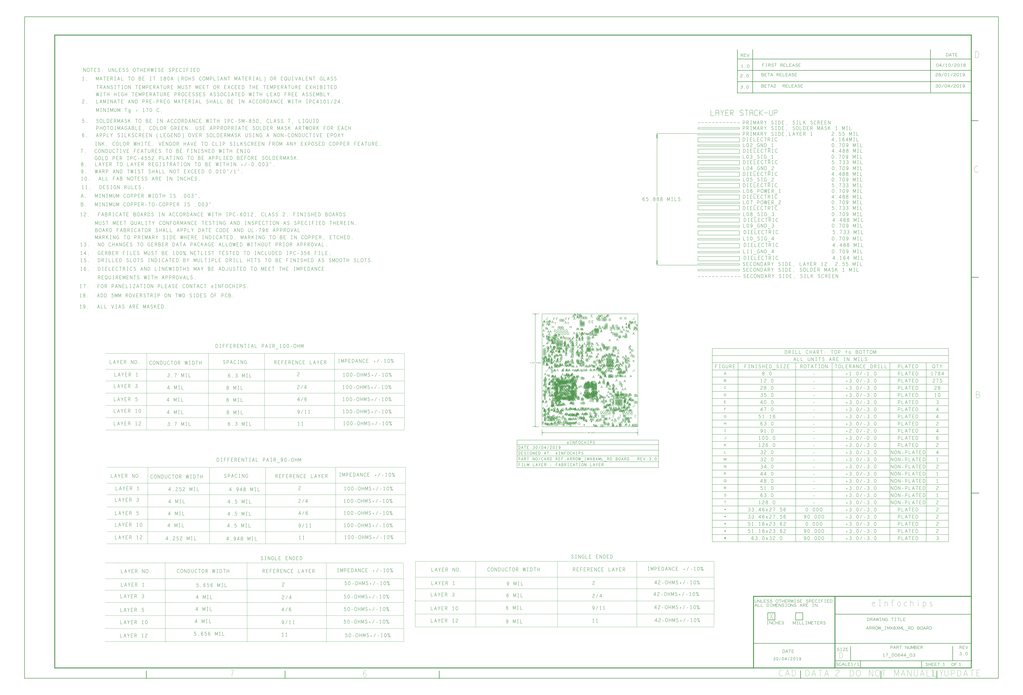
<source format=gbr>
G04 ================== begin FILE IDENTIFICATION RECORD ==================*
G04 Layout Name:  D:/ml/database/eI_Arrow_IMX8XML_RD_LAYOUT1.brd*
G04 Film Name:    Fab.gbr*
G04 File Format:  Gerber RS274X*
G04 File Origin:  Cadence Allegro 17.2-S053*
G04 Origin Date:  Tue Jul 23 18:18:46 2019*
G04 *
G04 Layer:  BOARD GEOMETRY/DIMENSION*
G04 Layer:  DRAWING FORMAT/FAB_TEXT*
G04 Layer:  MANUFACTURING/NCLEGEND-1-12*
G04 Layer:  BOARD GEOMETRY/FAB_NOTES_SHT2*
G04 Layer:  DRAWING FORMAT/FAB*
G04 Layer:  BOARD GEOMETRY/FAB_NOTES*
G04 Layer:  DRAWING FORMAT/FILM_LABEL_OUTLINE*
G04 Layer:  DRAWING FORMAT/TITLE_DATA*
G04 Layer:  DRAWING FORMAT/OUTLINE*
G04 Layer:  DRAWING FORMAT/TITLE_BLOCK*
G04 Layer:  BOARD GEOMETRY/OUTLINE*
G04 *
G04 Offset:    (0.00 0.00)*
G04 Mirror:    No*
G04 Mode:      Positive*
G04 Rotation:  0*
G04 FullContactRelief:  No*
G04 UndefLineWidth:     10.00*
G04 ================== end FILE IDENTIFICATION RECORD ====================*
%FSLAX25Y25*MOIN*%
%IR0*IPPOS*OFA0.00000B0.00000*MIA0B0*SFA1.00000B1.00000*%
%AMMACRO21*
1,1,.01,-.01181,-.01378*
20,1,.01,-.01181,-.01378,-.01181,.01378,0.0*
1,1,.01,-.01181,.01378*
20,1,.01,-.01181,.01378,-.011631,.015831,0.0*
1,1,.01,-.011631,.015831*
20,1,.01,-.011631,.015831,-.011098,.017819,0.0*
1,1,.01,-.011098,.017819*
20,1,.01,-.011098,.017819,-.010228,.019685,0.0*
1,1,.01,-.010228,.019685*
20,1,.01,-.010228,.019685,-.009047,.021371,0.0*
1,1,.01,-.009047,.021371*
20,1,.01,-.009047,.021371,-.007591,.022827,0.0*
1,1,.01,-.007591,.022827*
20,1,.01,-.007591,.022827,-.005905,.024008,0.0*
1,1,.01,-.005905,.024008*
20,1,.01,-.005905,.024008,-.004039,.024878,0.0*
1,1,.01,-.004039,.024878*
20,1,.01,-.004039,.024878,-.002051,.025411,0.0*
1,1,.01,-.002051,.025411*
20,1,.01,-.002051,.025411,0.0,.02559,0.0*
1,1,.01,0.0,.02559*
20,1,.01,0.0,.02559,.002051,.025411,0.0*
1,1,.01,.002051,.025411*
20,1,.01,.002051,.025411,.004039,.024878,0.0*
1,1,.01,.004039,.024878*
20,1,.01,.004039,.024878,.005905,.024008,0.0*
1,1,.01,.005905,.024008*
20,1,.01,.005905,.024008,.007591,.022827,0.0*
1,1,.01,.007591,.022827*
20,1,.01,.007591,.022827,.009047,.021371,0.0*
1,1,.01,.009047,.021371*
20,1,.01,.009047,.021371,.010228,.019685,0.0*
1,1,.01,.010228,.019685*
20,1,.01,.010228,.019685,.011098,.017819,0.0*
1,1,.01,.011098,.017819*
20,1,.01,.011098,.017819,.011631,.015831,0.0*
1,1,.01,.011631,.015831*
20,1,.01,.011631,.015831,.01181,.01378,0.0*
1,1,.01,.01181,.01378*
20,1,.01,.01181,.01378,.01181,-.01378,0.0*
1,1,.01,.01181,-.01378*
20,1,.01,.01181,-.01378,.011631,-.015831,0.0*
1,1,.01,.011631,-.015831*
20,1,.01,.011631,-.015831,.011098,-.017819,0.0*
1,1,.01,.011098,-.017819*
20,1,.01,.011098,-.017819,.010228,-.019685,0.0*
1,1,.01,.010228,-.019685*
20,1,.01,.010228,-.019685,.009047,-.021371,0.0*
1,1,.01,.009047,-.021371*
20,1,.01,.009047,-.021371,.007591,-.022827,0.0*
1,1,.01,.007591,-.022827*
20,1,.01,.007591,-.022827,.005905,-.024008,0.0*
1,1,.01,.005905,-.024008*
20,1,.01,.005905,-.024008,.004039,-.024878,0.0*
1,1,.01,.004039,-.024878*
20,1,.01,.004039,-.024878,.002051,-.025411,0.0*
1,1,.01,.002051,-.025411*
20,1,.01,.002051,-.025411,0.0,-.02559,0.0*
1,1,.01,0.0,-.02559*
20,1,.01,0.0,-.02559,-.002051,-.025411,0.0*
1,1,.01,-.002051,-.025411*
20,1,.01,-.002051,-.025411,-.004039,-.024878,0.0*
1,1,.01,-.004039,-.024878*
20,1,.01,-.004039,-.024878,-.005905,-.024008,0.0*
1,1,.01,-.005905,-.024008*
20,1,.01,-.005905,-.024008,-.007591,-.022827,0.0*
1,1,.01,-.007591,-.022827*
20,1,.01,-.007591,-.022827,-.009047,-.021371,0.0*
1,1,.01,-.009047,-.021371*
20,1,.01,-.009047,-.021371,-.010228,-.019685,0.0*
1,1,.01,-.010228,-.019685*
20,1,.01,-.010228,-.019685,-.011098,-.017819,0.0*
1,1,.01,-.011098,-.017819*
20,1,.01,-.011098,-.017819,-.011631,-.015831,0.0*
1,1,.01,-.011631,-.015831*
20,1,.01,-.011631,-.015831,-.01181,-.01378,0.0*
1,1,.01,-.01181,-.01378*
1,1,.01,-.00492,.00591*
20,1,.01,-.00492,.00591,0.0,-.0059,0.0*
1,1,.01,0.0,-.0059*
20,1,.01,0.0,-.0059,.00493,.00591,0.0*
1,1,.01,.00493,.00591*
%
%ADD21MACRO21*%
%AMMACRO20*
1,1,.01,-.01378,.01181*
20,1,.01,-.01378,.01181,.01378,.01181,0.0*
1,1,.01,.01378,.01181*
20,1,.01,.01378,.01181,.015831,.011631,0.0*
1,1,.01,.015831,.011631*
20,1,.01,.015831,.011631,.017819,.011098,0.0*
1,1,.01,.017819,.011098*
20,1,.01,.017819,.011098,.019685,.010228,0.0*
1,1,.01,.019685,.010228*
20,1,.01,.019685,.010228,.021371,.009047,0.0*
1,1,.01,.021371,.009047*
20,1,.01,.021371,.009047,.022827,.007591,0.0*
1,1,.01,.022827,.007591*
20,1,.01,.022827,.007591,.024008,.005905,0.0*
1,1,.01,.024008,.005905*
20,1,.01,.024008,.005905,.024878,.004039,0.0*
1,1,.01,.024878,.004039*
20,1,.01,.024878,.004039,.025411,.002051,0.0*
1,1,.01,.025411,.002051*
20,1,.01,.025411,.002051,.02559,0.0,0.0*
1,1,.01,.02559,0.0*
20,1,.01,.02559,0.0,.025411,-.002051,0.0*
1,1,.01,.025411,-.002051*
20,1,.01,.025411,-.002051,.024878,-.004039,0.0*
1,1,.01,.024878,-.004039*
20,1,.01,.024878,-.004039,.024008,-.005905,0.0*
1,1,.01,.024008,-.005905*
20,1,.01,.024008,-.005905,.022827,-.007591,0.0*
1,1,.01,.022827,-.007591*
20,1,.01,.022827,-.007591,.021371,-.009047,0.0*
1,1,.01,.021371,-.009047*
20,1,.01,.021371,-.009047,.019685,-.010228,0.0*
1,1,.01,.019685,-.010228*
20,1,.01,.019685,-.010228,.017819,-.011098,0.0*
1,1,.01,.017819,-.011098*
20,1,.01,.017819,-.011098,.015831,-.011631,0.0*
1,1,.01,.015831,-.011631*
20,1,.01,.015831,-.011631,.01378,-.01181,0.0*
1,1,.01,.01378,-.01181*
20,1,.01,.01378,-.01181,-.01378,-.01181,0.0*
1,1,.01,-.01378,-.01181*
20,1,.01,-.01378,-.01181,-.015831,-.011631,0.0*
1,1,.01,-.015831,-.011631*
20,1,.01,-.015831,-.011631,-.017819,-.011098,0.0*
1,1,.01,-.017819,-.011098*
20,1,.01,-.017819,-.011098,-.019685,-.010228,0.0*
1,1,.01,-.019685,-.010228*
20,1,.01,-.019685,-.010228,-.021371,-.009047,0.0*
1,1,.01,-.021371,-.009047*
20,1,.01,-.021371,-.009047,-.022827,-.007591,0.0*
1,1,.01,-.022827,-.007591*
20,1,.01,-.022827,-.007591,-.024008,-.005905,0.0*
1,1,.01,-.024008,-.005905*
20,1,.01,-.024008,-.005905,-.024878,-.004039,0.0*
1,1,.01,-.024878,-.004039*
20,1,.01,-.024878,-.004039,-.025411,-.002051,0.0*
1,1,.01,-.025411,-.002051*
20,1,.01,-.025411,-.002051,-.02559,0.0,0.0*
1,1,.01,-.02559,0.0*
20,1,.01,-.02559,0.0,-.025411,.002051,0.0*
1,1,.01,-.025411,.002051*
20,1,.01,-.025411,.002051,-.024878,.004039,0.0*
1,1,.01,-.024878,.004039*
20,1,.01,-.024878,.004039,-.024008,.005905,0.0*
1,1,.01,-.024008,.005905*
20,1,.01,-.024008,.005905,-.022827,.007591,0.0*
1,1,.01,-.022827,.007591*
20,1,.01,-.022827,.007591,-.021371,.009047,0.0*
1,1,.01,-.021371,.009047*
20,1,.01,-.021371,.009047,-.019685,.010228,0.0*
1,1,.01,-.019685,.010228*
20,1,.01,-.019685,.010228,-.017819,.011098,0.0*
1,1,.01,-.017819,.011098*
20,1,.01,-.017819,.011098,-.015831,.011631,0.0*
1,1,.01,-.015831,.011631*
20,1,.01,-.015831,.011631,-.01378,.01181,0.0*
1,1,.01,-.01378,.01181*
1,1,.01,-.00492,.00591*
20,1,.01,-.00492,.00591,0.0,-.0059,0.0*
1,1,.01,0.0,-.0059*
20,1,.01,0.0,-.0059,.00493,.00591,0.0*
1,1,.01,.00493,.00591*
%
%ADD20MACRO20*%
%AMMACRO19*
1,1,.01,-.01378,-.00295*
20,1,.01,-.01378,-.00295,-.01378,.00295,0.0*
1,1,.01,-.01378,.00295*
20,1,.01,-.01378,.00295,-.013571,.005343,0.0*
1,1,.01,-.013571,.005343*
20,1,.01,-.013571,.005343,-.012949,.007663,0.0*
1,1,.01,-.012949,.007663*
20,1,.01,-.012949,.007663,-.011934,.00984,0.0*
1,1,.01,-.011934,.00984*
20,1,.01,-.011934,.00984,-.010556,.011808,0.0*
1,1,.01,-.010556,.011808*
20,1,.01,-.010556,.011808,-.008858,.013506,0.0*
1,1,.01,-.008858,.013506*
20,1,.01,-.008858,.013506,-.00689,.014884,0.0*
1,1,.01,-.00689,.014884*
20,1,.01,-.00689,.014884,-.004713,.015899,0.0*
1,1,.01,-.004713,.015899*
20,1,.01,-.004713,.015899,-.002393,.016521,0.0*
1,1,.01,-.002393,.016521*
20,1,.01,-.002393,.016521,0.0,.01673,0.0*
1,1,.01,0.0,.01673*
20,1,.01,0.0,.01673,.002393,.016521,0.0*
1,1,.01,.002393,.016521*
20,1,.01,.002393,.016521,.004713,.015899,0.0*
1,1,.01,.004713,.015899*
20,1,.01,.004713,.015899,.00689,.014884,0.0*
1,1,.01,.00689,.014884*
20,1,.01,.00689,.014884,.008858,.013506,0.0*
1,1,.01,.008858,.013506*
20,1,.01,.008858,.013506,.010556,.011808,0.0*
1,1,.01,.010556,.011808*
20,1,.01,.010556,.011808,.011934,.00984,0.0*
1,1,.01,.011934,.00984*
20,1,.01,.011934,.00984,.012949,.007663,0.0*
1,1,.01,.012949,.007663*
20,1,.01,.012949,.007663,.013571,.005343,0.0*
1,1,.01,.013571,.005343*
20,1,.01,.013571,.005343,.01378,.00295,0.0*
1,1,.01,.01378,.00295*
20,1,.01,.01378,.00295,.01378,-.00295,0.0*
1,1,.01,.01378,-.00295*
20,1,.01,.01378,-.00295,.013571,-.005343,0.0*
1,1,.01,.013571,-.005343*
20,1,.01,.013571,-.005343,.012949,-.007663,0.0*
1,1,.01,.012949,-.007663*
20,1,.01,.012949,-.007663,.011934,-.00984,0.0*
1,1,.01,.011934,-.00984*
20,1,.01,.011934,-.00984,.010556,-.011808,0.0*
1,1,.01,.010556,-.011808*
20,1,.01,.010556,-.011808,.008858,-.013506,0.0*
1,1,.01,.008858,-.013506*
20,1,.01,.008858,-.013506,.00689,-.014884,0.0*
1,1,.01,.00689,-.014884*
20,1,.01,.00689,-.014884,.004713,-.015899,0.0*
1,1,.01,.004713,-.015899*
20,1,.01,.004713,-.015899,.002393,-.016521,0.0*
1,1,.01,.002393,-.016521*
20,1,.01,.002393,-.016521,0.0,-.01673,0.0*
1,1,.01,0.0,-.01673*
20,1,.01,0.0,-.01673,-.002393,-.016521,0.0*
1,1,.01,-.002393,-.016521*
20,1,.01,-.002393,-.016521,-.004713,-.015899,0.0*
1,1,.01,-.004713,-.015899*
20,1,.01,-.004713,-.015899,-.00689,-.014884,0.0*
1,1,.01,-.00689,-.014884*
20,1,.01,-.00689,-.014884,-.008858,-.013506,0.0*
1,1,.01,-.008858,-.013506*
20,1,.01,-.008858,-.013506,-.010556,-.011808,0.0*
1,1,.01,-.010556,-.011808*
20,1,.01,-.010556,-.011808,-.011934,-.00984,0.0*
1,1,.01,-.011934,-.00984*
20,1,.01,-.011934,-.00984,-.012949,-.007663,0.0*
1,1,.01,-.012949,-.007663*
20,1,.01,-.012949,-.007663,-.013571,-.005343,0.0*
1,1,.01,-.013571,-.005343*
20,1,.01,-.013571,-.005343,-.01378,-.00295,0.0*
1,1,.01,-.01378,-.00295*
1,1,.01,-.00505,.00689*
20,1,.01,-.00505,.00689,-.00505,-.00299,0.0*
1,1,.01,-.00505,-.00299*
20,1,.01,-.00505,-.00299,-.00413,-.00505,0.0*
1,1,.01,-.00413,-.00505*
20,1,.01,-.00413,-.00505,-.0023,-.00643,0.0*
1,1,.01,-.0023,-.00643*
20,1,.01,-.0023,-.00643,0.0,-.00689,0.0*
1,1,.01,0.0,-.00689*
20,1,.01,0.0,-.00689,.0023,-.00643,0.0*
1,1,.01,.0023,-.00643*
20,1,.01,.0023,-.00643,.00413,-.00505,0.0*
1,1,.01,.00413,-.00505*
20,1,.01,.00413,-.00505,.00505,-.00299,0.0*
1,1,.01,.00505,-.00299*
20,1,.01,.00505,-.00299,.00505,.00689,0.0*
1,1,.01,.00505,.00689*
%
%ADD19MACRO19*%
%AMMACRO18*
1,1,.01,-.00295,.01378*
20,1,.01,-.00295,.01378,.00295,.01378,0.0*
1,1,.01,.00295,.01378*
20,1,.01,.00295,.01378,.005343,.013571,0.0*
1,1,.01,.005343,.013571*
20,1,.01,.005343,.013571,.007663,.012949,0.0*
1,1,.01,.007663,.012949*
20,1,.01,.007663,.012949,.00984,.011934,0.0*
1,1,.01,.00984,.011934*
20,1,.01,.00984,.011934,.011808,.010556,0.0*
1,1,.01,.011808,.010556*
20,1,.01,.011808,.010556,.013506,.008858,0.0*
1,1,.01,.013506,.008858*
20,1,.01,.013506,.008858,.014884,.00689,0.0*
1,1,.01,.014884,.00689*
20,1,.01,.014884,.00689,.015899,.004713,0.0*
1,1,.01,.015899,.004713*
20,1,.01,.015899,.004713,.016521,.002393,0.0*
1,1,.01,.016521,.002393*
20,1,.01,.016521,.002393,.01673,0.0,0.0*
1,1,.01,.01673,0.0*
20,1,.01,.01673,0.0,.016521,-.002393,0.0*
1,1,.01,.016521,-.002393*
20,1,.01,.016521,-.002393,.015899,-.004713,0.0*
1,1,.01,.015899,-.004713*
20,1,.01,.015899,-.004713,.014884,-.00689,0.0*
1,1,.01,.014884,-.00689*
20,1,.01,.014884,-.00689,.013506,-.008858,0.0*
1,1,.01,.013506,-.008858*
20,1,.01,.013506,-.008858,.011808,-.010556,0.0*
1,1,.01,.011808,-.010556*
20,1,.01,.011808,-.010556,.00984,-.011934,0.0*
1,1,.01,.00984,-.011934*
20,1,.01,.00984,-.011934,.007663,-.012949,0.0*
1,1,.01,.007663,-.012949*
20,1,.01,.007663,-.012949,.005343,-.013571,0.0*
1,1,.01,.005343,-.013571*
20,1,.01,.005343,-.013571,.00295,-.01378,0.0*
1,1,.01,.00295,-.01378*
20,1,.01,.00295,-.01378,-.00295,-.01378,0.0*
1,1,.01,-.00295,-.01378*
20,1,.01,-.00295,-.01378,-.005343,-.013571,0.0*
1,1,.01,-.005343,-.013571*
20,1,.01,-.005343,-.013571,-.007663,-.012949,0.0*
1,1,.01,-.007663,-.012949*
20,1,.01,-.007663,-.012949,-.00984,-.011934,0.0*
1,1,.01,-.00984,-.011934*
20,1,.01,-.00984,-.011934,-.011808,-.010556,0.0*
1,1,.01,-.011808,-.010556*
20,1,.01,-.011808,-.010556,-.013506,-.008858,0.0*
1,1,.01,-.013506,-.008858*
20,1,.01,-.013506,-.008858,-.014884,-.00689,0.0*
1,1,.01,-.014884,-.00689*
20,1,.01,-.014884,-.00689,-.015899,-.004713,0.0*
1,1,.01,-.015899,-.004713*
20,1,.01,-.015899,-.004713,-.016521,-.002393,0.0*
1,1,.01,-.016521,-.002393*
20,1,.01,-.016521,-.002393,-.01673,0.0,0.0*
1,1,.01,-.01673,0.0*
20,1,.01,-.01673,0.0,-.016521,.002393,0.0*
1,1,.01,-.016521,.002393*
20,1,.01,-.016521,.002393,-.015899,.004713,0.0*
1,1,.01,-.015899,.004713*
20,1,.01,-.015899,.004713,-.014884,.00689,0.0*
1,1,.01,-.014884,.00689*
20,1,.01,-.014884,.00689,-.013506,.008858,0.0*
1,1,.01,-.013506,.008858*
20,1,.01,-.013506,.008858,-.011808,.010556,0.0*
1,1,.01,-.011808,.010556*
20,1,.01,-.011808,.010556,-.00984,.011934,0.0*
1,1,.01,-.00984,.011934*
20,1,.01,-.00984,.011934,-.007663,.012949,0.0*
1,1,.01,-.007663,.012949*
20,1,.01,-.007663,.012949,-.005343,.013571,0.0*
1,1,.01,-.005343,.013571*
20,1,.01,-.005343,.013571,-.00295,.01378,0.0*
1,1,.01,-.00295,.01378*
1,1,.01,-.00505,.00689*
20,1,.01,-.00505,.00689,-.00505,-.00299,0.0*
1,1,.01,-.00505,-.00299*
20,1,.01,-.00505,-.00299,-.00413,-.00505,0.0*
1,1,.01,-.00413,-.00505*
20,1,.01,-.00413,-.00505,-.0023,-.00643,0.0*
1,1,.01,-.0023,-.00643*
20,1,.01,-.0023,-.00643,0.0,-.00689,0.0*
1,1,.01,0.0,-.00689*
20,1,.01,0.0,-.00689,.0023,-.00643,0.0*
1,1,.01,.0023,-.00643*
20,1,.01,.0023,-.00643,.00413,-.00505,0.0*
1,1,.01,.00413,-.00505*
20,1,.01,.00413,-.00505,.00505,-.00299,0.0*
1,1,.01,.00505,-.00299*
20,1,.01,.00505,-.00299,.00505,.00689,0.0*
1,1,.01,.00505,.00689*
%
%ADD18MACRO18*%
%AMMACRO23*
1,1,.01,-.03333,-.04*
20,1,.01,-.03333,-.04,0.0,.04,0.0*
1,1,.01,0.0,.04*
20,1,.01,0.0,.04,.03333,-.04,0.0*
1,1,.01,.03333,-.04*
1,1,.01,.02133,-.012*
20,1,.01,.02133,-.012,-.02133,-.012,0.0*
1,1,.01,-.02133,-.012*
%
%ADD23MACRO23*%
%AMMACRO24*
1,1,.01,.01067,.00267*
20,1,.01,.01067,.00267,.016,.00667,0.0*
1,1,.01,.016,.00667*
20,1,.01,.016,.00667,.02,.01333,0.0*
1,1,.01,.02,.01333*
20,1,.01,.02,.01333,.02267,.02267,0.0*
1,1,.01,.02267,.02267*
20,1,.01,.02267,.02267,.02,.03067,0.0*
1,1,.01,.02,.03067*
20,1,.01,.02,.03067,.01467,.036,0.0*
1,1,.01,.01467,.036*
20,1,.01,.01467,.036,.00533,.04,0.0*
1,1,.01,.00533,.04*
20,1,.01,.00533,.04,-.03067,.04,0.0*
1,1,.01,-.03067,.04*
20,1,.01,-.03067,.04,-.03067,-.04,0.0*
1,1,.01,-.03067,-.04*
20,1,.01,-.03067,-.04,.01333,-.04,0.0*
1,1,.01,.01333,-.04*
20,1,.01,.01333,-.04,.02267,-.03467,0.0*
1,1,.01,.02267,-.03467*
20,1,.01,.02267,-.03467,.028,-.02667,0.0*
1,1,.01,.028,-.02667*
20,1,.01,.028,-.02667,.03067,-.01733,0.0*
1,1,.01,.03067,-.01733*
20,1,.01,.03067,-.01733,.028,-.008,0.0*
1,1,.01,.028,-.008*
20,1,.01,.028,-.008,.02,0.0,0.0*
1,1,.01,.02,0.0*
20,1,.01,.02,0.0,.01067,.00267,0.0*
1,1,.01,.01067,.00267*
20,1,.01,.01067,.00267,-.03067,.00267,0.0*
1,1,.01,-.03067,.00267*
%
%ADD24MACRO24*%
%AMMACRO25*
1,1,.01,.02933,.03333*
20,1,.01,.02933,.03333,.02133,.03733,0.0*
1,1,.01,.02133,.03733*
20,1,.01,.02133,.03733,.012,.04,0.0*
1,1,.01,.012,.04*
20,1,.01,.012,.04,.00133,.04,0.0*
1,1,.01,.00133,.04*
20,1,.01,.00133,.04,-.01067,.036,0.0*
1,1,.01,-.01067,.036*
20,1,.01,-.01067,.036,-.02,.02933,0.0*
1,1,.01,-.02,.02933*
20,1,.01,-.02,.02933,-.02667,.02133,0.0*
1,1,.01,-.02667,.02133*
20,1,.01,-.02667,.02133,-.032,.008,0.0*
1,1,.01,-.032,.008*
20,1,.01,-.032,.008,-.03333,-.004,0.0*
1,1,.01,-.03333,-.004*
20,1,.01,-.03333,-.004,-.03067,-.016,0.0*
1,1,.01,-.03067,-.016*
20,1,.01,-.03067,-.016,-.02667,-.024,0.0*
1,1,.01,-.02667,-.024*
20,1,.01,-.02667,-.024,-.01867,-.032,0.0*
1,1,.01,-.01867,-.032*
20,1,.01,-.01867,-.032,-.00933,-.03733,0.0*
1,1,.01,-.00933,-.03733*
20,1,.01,-.00933,-.03733,0.0,-.04,0.0*
1,1,.01,0.0,-.04*
20,1,.01,0.0,-.04,.00933,-.04,0.0*
1,1,.01,.00933,-.04*
20,1,.01,.00933,-.04,.01867,-.03733,0.0*
1,1,.01,.01867,-.03733*
20,1,.01,.01867,-.03733,.02667,-.03333,0.0*
1,1,.01,.02667,-.03333*
20,1,.01,.02667,-.03333,.03333,-.028,0.0*
1,1,.01,.03333,-.028*
%
%ADD25MACRO25*%
%AMMACRO26*
1,1,.01,-.02933,-.04*
20,1,.01,-.02933,-.04,-.02933,.04,0.0*
1,1,.01,-.02933,.04*
20,1,.01,-.02933,.04,-.00267,.04,0.0*
1,1,.01,-.00267,.04*
20,1,.01,-.00267,.04,.008,.036,0.0*
1,1,.01,.008,.036*
20,1,.01,.008,.036,.016,.03067,0.0*
1,1,.01,.016,.03067*
20,1,.01,.016,.03067,.02267,.02267,0.0*
1,1,.01,.02267,.02267*
20,1,.01,.02267,.02267,.028,.01333,0.0*
1,1,.01,.028,.01333*
20,1,.01,.028,.01333,.02933,0.0,0.0*
1,1,.01,.02933,0.0*
20,1,.01,.02933,0.0,.028,-.01333,0.0*
1,1,.01,.028,-.01333*
20,1,.01,.028,-.01333,.02267,-.02267,0.0*
1,1,.01,.02267,-.02267*
20,1,.01,.02267,-.02267,.016,-.03067,0.0*
1,1,.01,.016,-.03067*
20,1,.01,.016,-.03067,.008,-.036,0.0*
1,1,.01,.008,-.036*
20,1,.01,.008,-.036,-.00267,-.04,0.0*
1,1,.01,-.00267,-.04*
20,1,.01,-.00267,-.04,-.02933,-.04,0.0*
1,1,.01,-.02933,-.04*
%
%ADD26MACRO26*%
%AMMACRO27*
1,1,.01,.02667,-.04*
20,1,.01,.02667,-.04,-.02667,-.04,0.0*
1,1,.01,-.02667,-.04*
20,1,.01,-.02667,-.04,-.02667,.04,0.0*
1,1,.01,-.02667,.04*
20,1,.01,-.02667,.04,.02667,.04,0.0*
1,1,.01,.02667,.04*
1,1,.01,.00533,.00133*
20,1,.01,.00533,.00133,-.02667,.00133,0.0*
1,1,.01,-.02667,.00133*
%
%ADD27MACRO27*%
%AMMACRO28*
1,1,.01,-.02533,-.04*
20,1,.01,-.02533,-.04,-.02533,.04,0.0*
1,1,.01,-.02533,.04*
20,1,.01,-.02533,.04,.02533,.04,0.0*
1,1,.01,.02533,.04*
1,1,.01,.00667,.00133*
20,1,.01,.00667,.00133,-.02533,.00133,0.0*
1,1,.01,-.02533,.00133*
%
%ADD28MACRO28*%
%AMMACRO29*
1,1,.01,.008,0.0*
20,1,.01,.008,0.0,.03467,0.0,0.0*
1,1,.01,.03467,0.0*
20,1,.01,.03467,0.0,.03467,-.024,0.0*
1,1,.01,.03467,-.024*
20,1,.01,.03467,-.024,.02667,-.032,0.0*
1,1,.01,.02667,-.032*
20,1,.01,.02667,-.032,.01733,-.03733,0.0*
1,1,.01,.01733,-.03733*
20,1,.01,.01733,-.03733,.004,-.04,0.0*
1,1,.01,.004,-.04*
20,1,.01,.004,-.04,-.00933,-.03733,0.0*
1,1,.01,-.00933,-.03733*
20,1,.01,-.00933,-.03733,-.01867,-.032,0.0*
1,1,.01,-.01867,-.032*
20,1,.01,-.01867,-.032,-.02667,-.024,0.0*
1,1,.01,-.02667,-.024*
20,1,.01,-.02667,-.024,-.032,-.01467,0.0*
1,1,.01,-.032,-.01467*
20,1,.01,-.032,-.01467,-.03467,-.004,0.0*
1,1,.01,-.03467,-.004*
20,1,.01,-.03467,-.004,-.03467,.00533,0.0*
1,1,.01,-.03467,.00533*
20,1,.01,-.03467,.00533,-.032,.01333,0.0*
1,1,.01,-.032,.01333*
20,1,.01,-.032,.01333,-.02667,.02267,0.0*
1,1,.01,-.02667,.02267*
20,1,.01,-.02667,.02267,-.01867,.03067,0.0*
1,1,.01,-.01867,.03067*
20,1,.01,-.01867,.03067,-.01067,.036,0.0*
1,1,.01,-.01067,.036*
20,1,.01,-.01067,.036,0.0,.04,0.0*
1,1,.01,0.0,.04*
20,1,.01,0.0,.04,.00933,.04,0.0*
1,1,.01,.00933,.04*
20,1,.01,.00933,.04,.02,.03733,0.0*
1,1,.01,.02,.03733*
20,1,.01,.02,.03733,.028,.032,0.0*
1,1,.01,.028,.032*
%
%ADD29MACRO29*%
%AMMACRO30*
1,1,.01,-.028,-.04*
20,1,.01,-.028,-.04,-.028,.04,0.0*
1,1,.01,-.028,.04*
1,1,.01,.028,.04*
20,1,.01,.028,.04,.028,-.04,0.0*
1,1,.01,.028,-.04*
1,1,.01,.028,0.0*
20,1,.01,.028,0.0,-.028,0.0,0.0*
1,1,.01,-.028,0.0*
%
%ADD30MACRO30*%
%AMMACRO31*
1,1,.01,-.016,.04*
20,1,.01,-.016,.04,.016,.04,0.0*
1,1,.01,.016,.04*
1,1,.01,0.0,.04*
20,1,.01,0.0,.04,0.0,-.04,0.0*
1,1,.01,0.0,-.04*
1,1,.01,-.016,-.04*
20,1,.01,-.016,-.04,.016,-.04,0.0*
1,1,.01,.016,-.04*
%
%ADD31MACRO31*%
%AMMACRO32*
1,1,.01,-.02667,-.024*
20,1,.01,-.02667,-.024,-.02,-.032,0.0*
1,1,.01,-.02,-.032*
20,1,.01,-.02,-.032,-.012,-.03733,0.0*
1,1,.01,-.012,-.03733*
20,1,.01,-.012,-.03733,-.00267,-.04,0.0*
1,1,.01,-.00267,-.04*
20,1,.01,-.00267,-.04,.008,-.03733,0.0*
1,1,.01,.008,-.03733*
20,1,.01,.008,-.03733,.016,-.032,0.0*
1,1,.01,.016,-.032*
20,1,.01,.016,-.032,.024,-.024,0.0*
1,1,.01,.024,-.024*
20,1,.01,.024,-.024,.02667,-.01333,0.0*
1,1,.01,.02667,-.01333*
20,1,.01,.02667,-.01333,.02667,.04,0.0*
1,1,.01,.02667,.04*
%
%ADD32MACRO32*%
%AMMACRO33*
1,1,.01,-.02933,-.04*
20,1,.01,-.02933,-.04,-.02933,.04,0.0*
1,1,.01,-.02933,.04*
1,1,.01,.02133,.04*
20,1,.01,.02133,.04,-.02933,-.00934,0.0*
1,1,.01,-.02933,-.00934*
1,1,.01,.02933,-.04*
20,1,.01,.02933,-.04,-.00667,.01333,0.0*
1,1,.01,-.00667,.01333*
%
%ADD33MACRO33*%
%AMMACRO10*
1,1,.01,-.02667,.04*
20,1,.01,-.02667,.04,-.02667,-.04,0.0*
1,1,.01,-.02667,-.04*
20,1,.01,-.02667,-.04,.02667,-.04,0.0*
1,1,.01,.02667,-.04*
%
%ADD10MACRO10*%
%AMMACRO11*
1,1,.01,-.03467,-.04*
20,1,.01,-.03467,-.04,-.03467,.04,0.0*
1,1,.01,-.03467,.04*
20,1,.01,-.03467,.04,0.0,-.02667,0.0*
1,1,.01,0.0,-.02667*
20,1,.01,0.0,-.02667,.03467,.04,0.0*
1,1,.01,.03467,.04*
20,1,.01,.03467,.04,.03467,-.04,0.0*
1,1,.01,.03467,-.04*
%
%ADD11MACRO11*%
%AMMACRO12*
1,1,.01,-.03067,-.04*
20,1,.01,-.03067,-.04,-.03067,.04,0.0*
1,1,.01,-.03067,.04*
20,1,.01,-.03067,.04,.03067,-.04,0.0*
1,1,.01,.03067,-.04*
20,1,.01,.03067,-.04,.03067,.04,0.0*
1,1,.01,.03067,.04*
%
%ADD12MACRO12*%
%AMMACRO13*
1,1,.01,-.02667,-.04*
20,1,.01,-.02667,-.04,-.02667,.04,0.0*
1,1,.01,-.02667,.04*
20,1,.01,-.02667,.04,.00533,.04,0.0*
1,1,.01,.00533,.04*
20,1,.01,.00533,.04,.016,.036,0.0*
1,1,.01,.016,.036*
20,1,.01,.016,.036,.024,.02667,0.0*
1,1,.01,.024,.02667*
20,1,.01,.024,.02667,.02667,.016,0.0*
1,1,.01,.02667,.016*
20,1,.01,.02667,.016,.024,.00533,0.0*
1,1,.01,.024,.00533*
20,1,.01,.024,.00533,.01733,-.00267,0.0*
1,1,.01,.01733,-.00267*
20,1,.01,.01733,-.00267,.00533,-.00667,0.0*
1,1,.01,.00533,-.00667*
20,1,.01,.00533,-.00667,-.02667,-.00667,0.0*
1,1,.01,-.02667,-.00667*
%
%ADD13MACRO13*%
%AMMACRO14*
1,1,.01,0.0,-.04*
20,1,.01,0.0,-.04,-.01067,-.03867,0.0*
1,1,.01,-.01067,-.03867*
20,1,.01,-.01067,-.03867,-.02,-.03333,0.0*
1,1,.01,-.02,-.03333*
20,1,.01,-.02,-.03333,-.028,-.02533,0.0*
1,1,.01,-.028,-.02533*
20,1,.01,-.028,-.02533,-.03333,-.016,0.0*
1,1,.01,-.03333,-.016*
20,1,.01,-.03333,-.016,-.036,-.00533,0.0*
1,1,.01,-.036,-.00533*
20,1,.01,-.036,-.00533,-.036,.00533,0.0*
1,1,.01,-.036,.00533*
20,1,.01,-.036,.00533,-.03333,.016,0.0*
1,1,.01,-.03333,.016*
20,1,.01,-.03333,.016,-.028,.02533,0.0*
1,1,.01,-.028,.02533*
20,1,.01,-.028,.02533,-.02,.03333,0.0*
1,1,.01,-.02,.03333*
20,1,.01,-.02,.03333,-.01067,.03867,0.0*
1,1,.01,-.01067,.03867*
20,1,.01,-.01067,.03867,0.0,.04,0.0*
1,1,.01,0.0,.04*
20,1,.01,0.0,.04,.01067,.03867,0.0*
1,1,.01,.01067,.03867*
20,1,.01,.01067,.03867,.02,.03333,0.0*
1,1,.01,.02,.03333*
20,1,.01,.02,.03333,.028,.02533,0.0*
1,1,.01,.028,.02533*
20,1,.01,.028,.02533,.03333,.016,0.0*
1,1,.01,.03333,.016*
20,1,.01,.03333,.016,.036,.00533,0.0*
1,1,.01,.036,.00533*
20,1,.01,.036,.00533,.036,-.00533,0.0*
1,1,.01,.036,-.00533*
20,1,.01,.036,-.00533,.03333,-.016,0.0*
1,1,.01,.03333,-.016*
20,1,.01,.03333,-.016,.028,-.02533,0.0*
1,1,.01,.028,-.02533*
20,1,.01,.028,-.02533,.02,-.03333,0.0*
1,1,.01,.02,-.03333*
20,1,.01,.02,-.03333,.01067,-.03867,0.0*
1,1,.01,.01067,-.03867*
20,1,.01,.01067,-.03867,0.0,-.04,0.0*
1,1,.01,0.0,-.04*
1,1,.01,.01067,-.01867*
20,1,.01,.01067,-.01867,.02667,-.04,0.0*
1,1,.01,.02667,-.04*
%
%ADD14MACRO14*%
%AMMACRO15*
1,1,.01,-.02667,-.04*
20,1,.01,-.02667,-.04,-.02667,.04,0.0*
1,1,.01,-.02667,.04*
20,1,.01,-.02667,.04,.00667,.04,0.0*
1,1,.01,.00667,.04*
20,1,.01,.00667,.04,.01733,.036,0.0*
1,1,.01,.01733,.036*
20,1,.01,.01733,.036,.024,.03067,0.0*
1,1,.01,.024,.03067*
20,1,.01,.024,.03067,.02667,.02,0.0*
1,1,.01,.02667,.02*
20,1,.01,.02667,.02,.024,.00933,0.0*
1,1,.01,.024,.00933*
20,1,.01,.024,.00933,.016,.00267,0.0*
1,1,.01,.016,.00267*
20,1,.01,.016,.00267,.00667,-.00133,0.0*
1,1,.01,.00667,-.00133*
20,1,.01,.00667,-.00133,-.02667,-.00133,0.0*
1,1,.01,-.02667,-.00133*
1,1,.01,.00667,-.00133*
20,1,.01,.00667,-.00133,.02667,-.04,0.0*
1,1,.01,.02667,-.04*
%
%ADD15MACRO15*%
%AMMACRO16*
1,1,.01,-.028,-.02934*
20,1,.01,-.028,-.02934,-.01733,-.036,0.0*
1,1,.01,-.01733,-.036*
20,1,.01,-.01733,-.036,-.00533,-.04,0.0*
1,1,.01,-.00533,-.04*
20,1,.01,-.00533,-.04,.00533,-.04,0.0*
1,1,.01,.00533,-.04*
20,1,.01,.00533,-.04,.016,-.036,0.0*
1,1,.01,.016,-.036*
20,1,.01,.016,-.036,.024,-.02934,0.0*
1,1,.01,.024,-.02934*
20,1,.01,.024,-.02934,.028,-.02,0.0*
1,1,.01,.028,-.02*
20,1,.01,.028,-.02,.02533,-.01067,0.0*
1,1,.01,.02533,-.01067*
20,1,.01,.02533,-.01067,.01867,-.00267,0.0*
1,1,.01,.01867,-.00267*
20,1,.01,.01867,-.00267,.00667,.00267,0.0*
1,1,.01,.00667,.00267*
20,1,.01,.00667,.00267,-.00933,.00533,0.0*
1,1,.01,-.00933,.00533*
20,1,.01,-.00933,.00533,-.01867,.01067,0.0*
1,1,.01,-.01867,.01067*
20,1,.01,-.01867,.01067,-.02267,.02,0.0*
1,1,.01,-.02267,.02*
20,1,.01,-.02267,.02,-.02,.02933,0.0*
1,1,.01,-.02,.02933*
20,1,.01,-.02,.02933,-.01333,.036,0.0*
1,1,.01,-.01333,.036*
20,1,.01,-.01333,.036,-.004,.04,0.0*
1,1,.01,-.004,.04*
20,1,.01,-.004,.04,.00533,.04,0.0*
1,1,.01,.00533,.04*
20,1,.01,.00533,.04,.01467,.03733,0.0*
1,1,.01,.01467,.03733*
20,1,.01,.01467,.03733,.02267,.03067,0.0*
1,1,.01,.02267,.03067*
%
%ADD16MACRO16*%
%AMMACRO17*
1,1,.01,0.0,.04*
20,1,.01,0.0,.04,0.0,-.04,0.0*
1,1,.01,0.0,-.04*
1,1,.01,-.03067,.04*
20,1,.01,-.03067,.04,.03067,.04,0.0*
1,1,.01,.03067,.04*
%
%ADD17MACRO17*%
%AMMACRO22*
1,1,.01,-.016,.0315*
20,1,.01,-.016,.0315,.016,.0315,0.0*
1,1,.01,.016,.0315*
20,1,.01,.016,.0315,.016,-.0315,0.0*
1,1,.01,.016,-.0315*
20,1,.01,.016,-.0315,-.016,-.0315,0.0*
1,1,.01,-.016,-.0315*
20,1,.01,-.016,-.0315,-.016,.0315,0.0*
1,1,.01,-.016,.0315*
1,1,.01,-.008,.008*
20,1,.01,-.008,.008,-.00427,-.008,0.0*
1,1,.01,-.00427,-.008*
20,1,.01,-.00427,-.008,0.0,.008,0.0*
1,1,.01,0.0,.008*
20,1,.01,0.0,.008,.00427,-.008,0.0*
1,1,.01,.00427,-.008*
20,1,.01,.00427,-.008,.008,.008,0.0*
1,1,.01,.008,.008*
%
%ADD22MACRO22*%
%ADD34C,.01*%
%ADD35C,.02*%
%ADD36C,.03*%
%ADD37C,.015*%
%ADD38C,.005*%
%ADD39C,.006*%
G75*
%LPD*%
G75*
G54D10*
X607850Y-149000D03*
X189267Y326300D03*
X-24733Y300916D03*
X82267Y326300D03*
X296267Y300916D03*
G54D11*
X607850Y-174000D03*
X153003Y1017D03*
G54D20*
X607850Y-399000D03*
X-25722Y254967D03*
Y222093D03*
G54D12*
X607850Y-199000D03*
X3988Y137150D03*
X161468D03*
G54D30*
X607850Y-49000D03*
X6699Y288173D03*
X68524D03*
G54D21*
X607850Y-424000D03*
X115973Y-53953D03*
X148847D03*
G54D22*
X607850Y-449000D03*
X250050Y287149D03*
X263436D03*
Y298566D03*
G54D13*
X607850Y-224000D03*
X100017Y168003D03*
G54D31*
X607850Y-74000D03*
X165555Y-23087D03*
X217287D03*
X241901D03*
X293633D03*
G54D14*
X607850Y-249000D03*
X41979Y1017D03*
G54D32*
X607850Y-99000D03*
X-15698Y13134D03*
X287451D03*
Y318252D03*
X-15698D03*
Y137150D03*
X287451D03*
G54D23*
X607850Y126000D03*
X3805Y27602D03*
X15799Y150282D03*
X25345Y43144D03*
X-24300Y48700D03*
X-7306Y243700D03*
X3805Y25202D03*
X23099Y67516D03*
X20889Y69743D03*
X20867Y29654D03*
X172100Y167200D03*
X11981Y34109D03*
X7710Y34217D03*
X36517Y58416D03*
X12117Y29016D03*
X-15500Y28200D03*
X121963Y75034D03*
X83200Y83106D03*
X49844Y49826D03*
X121856Y90429D03*
X76589Y89788D03*
X74383Y83106D03*
X147109Y77708D03*
X115717Y51616D03*
X74239Y100755D03*
X128124Y87990D03*
X74356Y56377D03*
X72017Y58716D03*
X90917Y105616D03*
X150184Y90476D03*
X50017Y81077D03*
X74339Y92015D03*
X121847Y85113D03*
X128371Y59576D03*
X85648Y63221D03*
X147117Y49516D03*
X83318Y56292D03*
X147217Y57016D03*
X81092Y58607D03*
X147117Y52016D03*
X85402Y58607D03*
X150261Y85012D03*
X85445Y98696D03*
X78725Y43077D03*
X159917Y41816D03*
X128259Y49185D03*
X74350Y38563D03*
X131385Y59387D03*
X81013Y63062D03*
X76570Y107816D03*
X153415Y85238D03*
X147157Y85557D03*
X83203Y96469D03*
X121981Y44099D03*
X72085Y49699D03*
X157217Y91416D03*
X78797Y105301D03*
X131463Y44273D03*
X78685Y38563D03*
X131380Y74750D03*
X74286Y78652D03*
X153296Y80051D03*
X72116Y107516D03*
X131384Y85578D03*
X69889Y100899D03*
X153375Y72271D03*
X87460Y78930D03*
X74283Y65289D03*
X122102Y62333D03*
X69964Y56278D03*
X72116Y98569D03*
X131483Y93005D03*
X128151Y75066D03*
X78715Y83106D03*
X128215Y44360D03*
X72278Y40992D03*
X131405Y41851D03*
X81054Y36336D03*
X124936Y77706D03*
X85312Y85333D03*
X86947Y40926D03*
X153563Y49338D03*
X125070Y46922D03*
X74458Y43017D03*
X153604Y37719D03*
X87117Y44216D03*
X74343Y105516D03*
X131424Y90410D03*
X150257Y46760D03*
X85443Y49707D03*
X121956Y49566D03*
X76520Y49719D03*
X128217Y77416D03*
X76614Y85333D03*
X143985Y77301D03*
X72017Y76425D03*
X143899Y85365D03*
X85409Y89788D03*
X83351Y69743D03*
X150317Y59616D03*
X72223Y45244D03*
X121931Y41797D03*
X125085Y49407D03*
X76635Y45244D03*
X147108Y44442D03*
X81041Y49699D03*
X121916Y51923D03*
X78735Y51991D03*
X72048Y54153D03*
X128162Y90444D03*
X78797Y100846D03*
X83316Y65194D03*
X122156Y57155D03*
X121758Y82764D03*
X72031Y89788D03*
X150317Y62230D03*
X87629Y69743D03*
X121793Y77660D03*
X81088Y85333D03*
X144078Y41755D03*
X83247Y51926D03*
X144122Y44453D03*
X87629Y56380D03*
X144009Y92866D03*
X87396Y95316D03*
X88167Y83366D03*
X150283Y77301D03*
X76570Y98642D03*
X128227Y85579D03*
X74312Y51926D03*
X78794Y56380D03*
X128171Y57120D03*
X147226Y59694D03*
X88017Y64616D03*
X76616Y76425D03*
X144007Y72217D03*
X143983Y90516D03*
X83148Y92099D03*
X80986Y89788D03*
X144036Y82929D03*
X76518Y36336D03*
X131484Y51883D03*
X153410Y51744D03*
X83328Y43017D03*
X131178Y82758D03*
X67661Y98649D03*
Y94290D03*
X114817Y79016D03*
X143999Y62416D03*
X78834Y65289D03*
X150296Y49434D03*
X87491Y51934D03*
X85402Y103151D03*
X152165Y96701D03*
X125001Y57080D03*
X72139Y63062D03*
X150317Y74976D03*
X90234Y74655D03*
X78841Y78652D03*
X147111Y72217D03*
X144076Y59695D03*
X76537Y63062D03*
X122055Y93084D03*
X78895Y92205D03*
X67666Y58805D03*
X65617Y78514D03*
X65625Y74434D03*
X70116Y47472D03*
X69800Y65200D03*
X65400Y65300D03*
X32027Y85497D03*
X49844Y89975D03*
X47617Y42831D03*
X43163Y42950D03*
X52071Y42831D03*
X63207Y45267D03*
X58980Y45244D03*
X60980Y47573D03*
X23082Y63062D03*
X29800Y42971D03*
X32017Y45244D03*
X25353Y56380D03*
X29573Y47472D03*
X38708Y42831D03*
X29800Y87528D03*
X27647Y80879D03*
X25477Y83106D03*
X32027Y89837D03*
X27573Y89835D03*
X45390Y90014D03*
X36481Y89934D03*
X40936Y89921D03*
X23193Y71970D03*
X194951Y-31252D03*
X188283Y-31284D03*
X66819Y4319D03*
X47767Y-38934D03*
X53217Y-39183D03*
X174400Y-34400D03*
X264383Y-29552D03*
X272017Y-29784D03*
X224438Y49327D03*
X206600Y15900D03*
X249269Y52171D03*
X235317Y48983D03*
X233017Y49316D03*
X228717Y49016D03*
X227117Y50716D03*
X250715Y49418D03*
X210433Y6900D03*
X227500Y-1600D03*
X257717Y14240D03*
X247317Y-3084D03*
X239513Y868D03*
X261700Y47800D03*
X265465Y1632D03*
X272300Y9432D03*
X230873Y49811D03*
X90217Y253916D03*
X60217Y226516D03*
X48917Y237516D03*
X70117Y233200D03*
X43217Y254416D03*
X8700Y217700D03*
X78300Y250800D03*
X68717Y153616D03*
X66017Y156016D03*
X63817Y153616D03*
X68817Y158116D03*
X63817Y158016D03*
X8319Y249416D03*
X-27583Y180514D03*
X-9781Y207514D03*
X106017Y169316D03*
X98417Y186116D03*
X99183Y195000D03*
X18888Y188570D03*
X59800Y167400D03*
X29967Y190416D03*
X21133Y205516D03*
X53217Y195900D03*
X-2300Y184300D03*
X31922Y155322D03*
X12870Y155130D03*
X208117Y28016D03*
X10117Y-21084D03*
X-5016Y-23952D03*
X-6583Y-8784D03*
X19117Y-7601D03*
X-22000Y-17400D03*
X-21985Y-6884D03*
X30017Y-13184D03*
X33517D03*
X-22800Y-20300D03*
X23817Y-25684D03*
X75217Y228016D03*
X74918Y237718D03*
X90100Y233616D03*
X106885Y258948D03*
X90000Y250200D03*
X90217Y257316D03*
X90100Y260900D03*
X93500Y259200D03*
Y255200D03*
X232000Y53400D03*
X-11383Y202616D03*
X-7000Y186900D03*
X-7400Y178600D03*
Y175900D03*
Y170200D03*
X247084Y81083D03*
Y87849D03*
X257217Y99616D03*
X258894Y71693D03*
X250317Y70516D03*
X228672Y101729D03*
X258879Y116000D03*
X161700Y145300D03*
X-21700Y-32700D03*
X36481Y54134D03*
X49799Y67516D03*
X40936Y58624D03*
X47537Y69727D03*
X54246Y71970D03*
X118329Y75163D03*
X147464Y65437D03*
X157117Y60973D03*
X125041Y62269D03*
X157017Y55855D03*
X147262Y54450D03*
X150168Y57276D03*
X134617Y54516D03*
X128289Y54545D03*
X117553Y55570D03*
X157827Y50541D03*
X140730Y52069D03*
X144098Y49601D03*
X147080Y46817D03*
X128280Y46805D03*
X121905Y46889D03*
X160931Y43850D03*
X128273Y38889D03*
X65312Y47490D03*
X129717Y67616D03*
X157117Y73216D03*
X153449Y87870D03*
X146997Y87936D03*
X144035Y87782D03*
X131463Y87993D03*
X156647Y85466D03*
X153532Y82597D03*
X118684Y85241D03*
X147262Y80249D03*
X134946Y79230D03*
X150294Y72550D03*
X125267Y74987D03*
X14100Y107500D03*
X81024Y107416D03*
X140317Y84005D03*
X7818Y101422D03*
X18664Y103023D03*
X27573Y103244D03*
X36481Y103206D03*
X50865Y107735D03*
X63120Y103278D03*
X67871Y103254D03*
X72116Y103110D03*
X76570Y102975D03*
X88392Y100108D03*
X42817Y106116D03*
X65434Y96442D03*
X69889Y96503D03*
X76548Y94242D03*
X81005D03*
X11921Y96469D03*
X23118Y98714D03*
X54298Y98634D03*
X11882Y87560D03*
X83249D03*
X74315D03*
X18697Y89788D03*
X11876Y78652D03*
X38657D03*
X54289Y80883D03*
X38708Y69699D03*
X18556Y80777D03*
X76590Y80879D03*
X72020D03*
X76493Y67516D03*
X72103D03*
X18664Y71916D03*
X14271Y71963D03*
X87478Y74355D03*
X78775Y74197D03*
X74317D03*
X74221Y60835D03*
X78809D03*
X58637Y67658D03*
X54298Y63190D03*
X18664Y63016D03*
X81000Y54153D03*
X76502D03*
X11765Y56380D03*
X54298Y54173D03*
X18746Y58607D03*
X58631D03*
X78849Y47472D03*
X74471D03*
X87500Y47216D03*
X18683Y49699D03*
X45390Y54192D03*
X11972Y38563D03*
X32027Y36375D03*
X41041Y36195D03*
X45390Y36255D03*
X49844Y36385D03*
X54298Y36328D03*
X20891Y38568D03*
X70087Y43186D03*
X69889Y38593D03*
X76597Y40790D03*
X143899Y69876D03*
X118579Y62756D03*
X118209Y48841D03*
X137750Y40955D03*
X135117Y50016D03*
X123512Y67380D03*
X18664Y31852D03*
X27601Y36344D03*
X58753Y36295D03*
X60917Y34109D03*
X70017D03*
X74307Y33881D03*
X76570Y31800D03*
X83199Y34109D03*
X131445Y95757D03*
X157117Y79316D03*
X131509Y46851D03*
X140494Y94278D03*
X128221Y80450D03*
X137677Y78611D03*
X140689Y54624D03*
X153410Y46626D03*
X140698Y46324D03*
X121976Y87845D03*
X128294Y95659D03*
X134825Y84729D03*
X153684Y65358D03*
X52517Y119016D03*
X47617Y96551D03*
X43163Y96533D03*
X34254Y96459D03*
X-23783Y-3988D03*
X154117Y-11084D03*
X150517D03*
X25267Y-8334D03*
X85109Y3132D03*
X58753Y103016D03*
X69200Y117700D03*
X11517Y-37384D03*
X2117Y-37584D03*
X-1883Y-37784D03*
X-11083Y-37084D03*
X-21983Y-37784D03*
X8448Y16308D03*
X4617Y73016D03*
X147309Y97191D03*
X146417Y35416D03*
X146117Y29616D03*
X-14700Y155100D03*
X-14600Y158200D03*
X-14483Y160816D03*
X-11300Y155800D03*
X90286Y112169D03*
X90100Y115800D03*
X95717Y116416D03*
X93100Y114000D03*
X-7900Y73518D03*
X-10100D03*
X-10200Y75900D03*
X104317Y81116D03*
X31612Y167000D03*
X13517Y157516D03*
X12500Y179900D03*
X-21783Y-2084D03*
X47817Y-31784D03*
X33492Y-44435D03*
X126120Y-16139D03*
X117963Y-1430D03*
X111300Y-600D03*
X92266Y-14384D03*
X81717Y-16484D03*
X68117Y-16084D03*
X55018Y-14337D03*
X6603Y235916D03*
X-1817Y221682D03*
X83117Y-20684D03*
X77837Y-20964D03*
X74817Y-20584D03*
X65821Y-31395D03*
X140011Y2322D03*
X129200Y3000D03*
X121113Y2900D03*
X111664Y4441D03*
X139059Y-35000D03*
X155017Y-22584D03*
X-24760Y307160D03*
X-24283Y170316D03*
X884Y98142D03*
X30219Y204818D03*
X12117Y47472D03*
X74500Y163433D03*
X53853Y164881D03*
X39417Y156716D03*
X263552Y545D03*
X30417Y-25384D03*
X107696Y-28012D03*
X263217Y-51784D03*
X214076Y-37143D03*
X160767Y-36434D03*
X147117Y-36084D03*
X54584Y-984D03*
X235257Y60076D03*
X227483Y72882D03*
X300100Y294200D03*
X252333Y255500D03*
X66200Y247800D03*
X89317Y241699D03*
X-11200Y233412D03*
X7901Y202300D03*
X3400Y191200D03*
X36967Y183941D03*
X36767Y190307D03*
X43217Y139316D03*
X57700Y115100D03*
X34338Y69784D03*
X3100Y165300D03*
X109717Y197816D03*
X272000Y45200D03*
X268973Y26772D03*
X35417Y252616D03*
X-7983Y254100D03*
X2217Y243816D03*
X275300Y19600D03*
X-27600Y26300D03*
X-27583Y29116D03*
X262300Y34999D03*
X192400Y12600D03*
X78100Y1985D03*
X91700Y201400D03*
X93700Y206600D03*
X81301Y-49101D03*
X66000Y-49400D03*
X277344Y199300D03*
X-14000Y253300D03*
X-27600Y261500D03*
X113551Y-26514D03*
X200645Y-2799D03*
X300000Y278700D03*
X81100Y266700D03*
X160600Y60900D03*
X81617Y317400D03*
X194090Y324500D03*
X187800Y42000D03*
X181400Y26600D03*
X192000Y30700D03*
X206400Y191000D03*
X189584Y186367D03*
X217780Y172310D03*
X218000Y161563D03*
X217600Y189300D03*
X261000Y174216D03*
X259800Y167716D03*
X176200Y273098D03*
X169850Y290302D03*
X157261Y290363D03*
X172700Y283402D03*
X158500Y279338D03*
X164840Y279318D03*
X152180Y279368D03*
X158500Y275938D03*
X152180Y275968D03*
X164840Y275918D03*
X117276Y266200D03*
X126600Y191400D03*
X122200Y200400D03*
X126000Y227200D03*
X142400Y230400D03*
X131600Y209400D03*
Y214800D03*
Y204200D03*
X126400D03*
Y214800D03*
Y209400D03*
X136800Y204200D03*
Y214800D03*
Y209400D03*
X144400Y212000D03*
Y207000D03*
X148400Y209800D03*
X159600Y212000D03*
X165000Y209200D03*
X171000Y210000D03*
X142000Y197200D03*
Y185400D03*
X131800Y177900D03*
X126400Y186800D03*
X109000Y207600D03*
X101800Y215000D03*
X108500Y211704D03*
X142800Y271800D03*
X123400Y264000D03*
X127400Y263800D03*
X131600Y263600D03*
X135800Y267000D03*
X139400D03*
X145600Y268200D03*
X151800Y261000D03*
X155400Y260800D03*
X158800Y261000D03*
X186100Y283300D03*
X109600Y224300D03*
X137600Y-25800D03*
X205812Y164786D03*
X205840Y172370D03*
X214370Y164670D03*
X196770D03*
X205790Y155390D03*
X196990Y155590D03*
X214950Y155410D03*
X214240Y172170D03*
X196780Y172330D03*
X200940Y170770D03*
X210140D03*
X201600Y161600D03*
X230800Y173502D03*
X234250Y167950D03*
X224300Y149400D03*
X194500Y211400D03*
X197900Y211500D03*
X230400Y154000D03*
X227900Y166200D03*
X235300Y184700D03*
X223900Y188516D03*
X278600Y306100D03*
X294900Y284000D03*
X171500Y327300D03*
X94000Y331502D03*
X100400Y320200D03*
X-6100Y307802D03*
X180600Y185500D03*
X182600Y181600D03*
X179100Y181500D03*
X232700Y140100D03*
X236700D03*
X241000Y140300D03*
X251200Y164500D03*
X272900Y156700D03*
X176200Y131100D03*
X191900Y132800D03*
X181700Y131900D03*
X177400Y171400D03*
X77600Y325200D03*
X95200Y281400D03*
X91700Y281600D03*
X100500Y224684D03*
X166617Y63700D03*
X210702Y53800D03*
X216915Y48185D03*
X196580Y86070D03*
X182700Y97200D03*
X185000Y91100D03*
X175200Y151800D03*
X178300Y155500D03*
X202400Y72600D03*
X187500Y118450D03*
X190010Y115400D03*
X202176Y43500D03*
X-20200Y123800D03*
X243900Y140700D03*
X183800Y94000D03*
X185300Y97000D03*
X161800Y141900D03*
X164317Y145300D03*
Y141900D03*
X166617Y92300D03*
X-28200Y293800D03*
X-6341Y263041D03*
X71000Y184400D03*
X74600Y169700D03*
X210260Y161500D03*
X205740Y168470D03*
X214140Y168270D03*
X196740Y168470D03*
X155500Y277800D03*
X161500Y277700D03*
X200250Y86140D03*
X200260Y92830D03*
X196580Y92870D03*
X198510Y94960D03*
X158686Y54420D03*
X159917Y57816D03*
X-7400Y172800D03*
X298100Y285200D03*
X290840Y279900D03*
X271100Y287000D03*
X247800Y270500D03*
X269759Y272341D03*
X-8983Y272217D03*
X166617Y120400D03*
X-6515Y295715D03*
X82100Y331400D03*
X102800Y326200D03*
X93100Y321800D03*
X165900Y326700D03*
X199100Y329600D03*
X274600Y306000D03*
X217900Y62200D03*
X218100Y67200D03*
X218900Y73100D03*
X259100Y28000D03*
X206316Y81014D03*
X-12076Y-24740D03*
X105400Y215900D03*
X116700Y229300D03*
X110000Y204000D03*
X102800Y200800D03*
X245902Y51898D03*
X228200Y53200D03*
X278600Y32500D03*
X287100Y32400D03*
X279400Y-2600D03*
X249800Y-5200D03*
X240400Y-6300D03*
X258600Y-1200D03*
X264817Y7300D03*
X272400Y33500D03*
X278600Y39200D03*
X234800Y300D03*
X224800Y-1300D03*
X218000Y-1800D03*
X198800Y16900D03*
X193334Y8920D03*
X185900Y7416D03*
X73700Y-48400D03*
X88300Y-44100D03*
X62800Y-50500D03*
X73300Y-16000D03*
X92129Y-17425D03*
X88200Y-23200D03*
X100900Y-26800D03*
X106200Y-31800D03*
X120000Y-13103D03*
X40400Y-3300D03*
X2500Y15400D03*
X108700Y186000D03*
X7200Y232000D03*
X129080Y206810D03*
X134280D03*
X133810Y212020D03*
X128610D03*
X210060Y166640D03*
X200860D03*
X205730Y161630D03*
X197070Y161730D03*
X214300Y161790D03*
X203550Y157210D03*
X208080Y157080D03*
X199420Y157180D03*
X212480Y157050D03*
X155500Y280780D03*
X161500Y280680D03*
X200230Y88720D03*
X196550Y88760D03*
X198480Y90850D03*
X198950Y216510D03*
X193320Y216570D03*
X218200Y86600D03*
X9800Y-31700D03*
X5100Y-31400D03*
X194950Y79500D03*
X184400Y104100D03*
X190010Y118300D03*
X196100Y208500D03*
X196200Y215400D03*
X173000Y213100D03*
X175400Y206600D03*
X161500Y206700D03*
X178700Y129700D03*
X188800Y132900D03*
X238900Y143300D03*
X229300Y141100D03*
X271300Y148400D03*
X144500Y251602D03*
X148400Y253300D03*
X138700Y260700D03*
X144000Y263500D03*
X147100Y260500D03*
X145200Y228400D03*
X142300Y221500D03*
X106017Y172400D03*
X110000Y178000D03*
X113900Y164700D03*
X111500Y167100D03*
X231800Y244400D03*
X234600Y206600D03*
X234800Y197200D03*
X251500Y182700D03*
X256800Y177600D03*
X251000Y160400D03*
X273900Y153200D03*
X248400Y153400D03*
X262600Y145300D03*
X263200Y135700D03*
Y139400D03*
X278500Y116400D03*
X216200Y71100D03*
X161484Y185600D03*
X160084Y231000D03*
X205000Y242300D03*
X14100Y-44700D03*
X23800Y-45400D03*
X16700Y-47500D03*
X-26284Y163567D03*
X273500Y294900D03*
X275600Y283598D03*
X44900Y203700D03*
X186100Y187800D03*
X217300Y215300D03*
X218300Y207800D03*
Y202300D03*
X216900Y205100D03*
X101298Y331502D03*
X52917Y190300D03*
X-25800Y276200D03*
X-16900Y284200D03*
X58806Y94205D03*
X61700Y116900D03*
X19399Y24705D03*
X31983Y49619D03*
X-21500Y36100D03*
X-13200Y281900D03*
X58851Y85156D03*
X60980Y96472D03*
X47617Y83081D03*
X4619Y87233D03*
X-4083Y35400D03*
X32004Y58607D03*
X36481Y80750D03*
X34404Y78571D03*
X38797Y74197D03*
X40936Y76334D03*
X36524Y71970D03*
X36444Y76560D03*
X40936Y67485D03*
X194800Y152400D03*
X38708Y51987D03*
X32254Y67516D03*
X45402Y71970D03*
X49971Y76425D03*
X45511Y63062D03*
X52071Y65287D03*
X60980Y74250D03*
X56402Y69743D03*
X60980Y65421D03*
X61007Y56380D03*
X45390Y80801D03*
X32129Y76425D03*
X38911Y61072D03*
X47555Y51926D03*
X56526Y52093D03*
X243100Y131900D03*
X239500D03*
X241800Y128100D03*
X238400D03*
X246500Y131800D03*
X245500Y128000D03*
X245700Y134500D03*
X236000Y131900D03*
X234900Y128100D03*
X217300Y152100D03*
X43163Y56500D03*
X45453Y58686D03*
X49692Y58754D03*
X52071Y56520D03*
X47592Y56402D03*
X56315Y60885D03*
X156300Y-56900D03*
X258417Y25116D03*
X256217Y34216D03*
X253617Y39616D03*
X255917Y17806D03*
X240317Y-56784D03*
X218417Y-55884D03*
X201900Y14100D03*
X211617Y35263D03*
X217608Y20879D03*
X253000Y129000D03*
Y132400D03*
X5316Y305800D03*
X132490Y228610D03*
X-7483Y251016D03*
X98115Y78818D03*
X54298Y85480D03*
X52071Y91991D03*
X75167Y231092D03*
X50884Y303684D03*
X210763Y176858D03*
X257100Y129000D03*
Y132400D03*
X21400Y-53100D03*
X69431Y24022D03*
X1500Y95400D03*
X271100Y178700D03*
X239800Y120500D03*
X212602Y114302D03*
X216100Y73800D03*
X191700Y27100D03*
X193700Y176600D03*
X58300Y163800D03*
X28217Y206616D03*
X4015Y252016D03*
X37417Y212316D03*
X48596Y225895D03*
X63117Y218614D03*
X3097Y148797D03*
X76317Y233316D03*
X-2900Y308200D03*
X167698Y319598D03*
X107100Y181500D03*
X51617Y167300D03*
X8617Y-34284D03*
X-20733Y54216D03*
X-3500Y242700D03*
X144747Y1953D03*
X180307Y43282D03*
X176448Y28555D03*
X113317Y49616D03*
X104117Y56116D03*
X156984Y52986D03*
X131419Y54565D03*
X143981Y54273D03*
X131478Y80339D03*
X144006Y80439D03*
X157536Y81828D03*
X26700Y20200D03*
X13355Y4516D03*
X32027Y71931D03*
X29839Y60835D03*
X34217Y65289D03*
X32064Y63062D03*
X40936Y80942D03*
X43163Y83024D03*
X29902Y78652D03*
X34481Y83106D03*
X4217Y75416D03*
X49817Y154499D03*
X73900Y174300D03*
X77200Y163800D03*
X118617Y82814D03*
X-4400Y47400D03*
X73917Y110616D03*
X56600Y213700D03*
X-18800Y-17600D03*
X186000Y12266D03*
X106651Y327251D03*
X34254Y51972D03*
X58753Y49843D03*
X52059Y51934D03*
X40936Y49784D03*
X19117Y-30500D03*
X-10400Y0D03*
X-25785Y157900D03*
X272198Y297400D03*
X54100Y209100D03*
X254300Y278601D03*
X-9781Y212600D03*
X8615Y199814D03*
X-883Y200800D03*
X183949Y150049D03*
X236300Y147950D03*
X238300Y151700D03*
X227900Y154000D03*
X170100Y153200D03*
X171900Y163600D03*
X231900Y184700D03*
X206502Y55400D03*
X213000Y47200D03*
X177500Y174200D03*
X185740Y151328D03*
X-20983Y51700D03*
X-14783Y177716D03*
X-14800Y174600D03*
X-14600Y170916D03*
Y168400D03*
X-21500Y41500D03*
X82200Y114200D03*
X82117Y111616D03*
X78500Y114100D03*
X78517Y111716D03*
X56526Y83089D03*
X186586Y185231D03*
X141317Y154716D03*
X47917Y118988D03*
X115000Y-35200D03*
Y-37600D03*
X65307Y83106D03*
X184200Y157000D03*
X38708Y83000D03*
X-15900Y-51100D03*
X-11383Y-52400D03*
X-18182Y25610D03*
X233100Y171298D03*
X291558Y286600D03*
X29973Y56380D03*
X63217Y80716D03*
X63207Y76386D03*
X63107Y71970D03*
X63207Y67433D03*
X63225Y63062D03*
X61157Y82933D03*
X63225Y54319D03*
X70015Y60697D03*
X67456Y76577D03*
X72116Y72116D03*
X144975Y37900D03*
X128136Y41781D03*
X134747Y41748D03*
X118496Y46312D03*
X125106Y51741D03*
X117866Y57868D03*
X120362Y67419D03*
X126617D03*
X118036Y77344D03*
X131394Y77895D03*
X125102Y82902D03*
X128196Y93005D03*
X118727Y87716D03*
X134513Y56862D03*
X134579Y46560D03*
X134513Y93234D03*
X134534Y87799D03*
X134837Y81825D03*
X134420Y52157D03*
X151517Y38416D03*
X157217Y75816D03*
X157017Y70414D03*
X141062Y41770D03*
X143761Y95958D03*
X150236Y79933D03*
X157217Y63538D03*
X157017Y58421D03*
X150198Y54756D03*
X140530Y91602D03*
X157117Y87839D03*
X140853Y88094D03*
X140500Y81632D03*
X140867Y77601D03*
X147002Y69786D03*
X150614Y65437D03*
X140491Y57179D03*
X143877Y52009D03*
X158918Y46116D03*
X139822Y49611D03*
X196984Y176816D03*
X16800Y22600D03*
X16400Y24800D03*
X8317Y22316D03*
X36554Y49828D03*
X45390Y94340D03*
X72520Y-18881D03*
X31517Y20116D03*
X70822Y-20579D03*
X29117Y20116D03*
X20948Y78652D03*
X39517Y135518D03*
X65913Y-18049D03*
X43554Y19964D03*
X23947Y188380D03*
X63513Y-18049D03*
X41117Y19964D03*
X58518Y-17236D03*
X33117Y15764D03*
X38708Y92078D03*
X156567Y-26000D03*
X56118Y-17236D03*
X30717Y15764D03*
X38708Y96507D03*
X149217Y-28100D03*
X21547Y188380D03*
X278717Y-29184D03*
X38708Y100992D03*
X27400Y85333D03*
X259417Y-43584D03*
X33564Y157663D03*
X14246Y67516D03*
X-23900Y83900D03*
X16517Y83106D03*
X246417Y-44884D03*
X7633Y104000D03*
X204317Y-30384D03*
X34262Y101008D03*
X18661Y67516D03*
X-23800Y86900D03*
X34200Y154300D03*
X40717Y154616D03*
X57417Y154932D03*
X-17400Y77200D03*
X62261Y167461D03*
X22517Y174200D03*
X-4083Y75700D03*
X57300Y167400D03*
X22600Y171700D03*
X57403Y152091D03*
X16321Y78652D03*
X-24200Y101800D03*
X30973Y151459D03*
X54562Y3455D03*
X52162D03*
X274494Y35493D03*
X109187Y188716D03*
X64401Y162D03*
X276192Y37191D03*
X109187Y191116D03*
X62001Y220D03*
X19597Y149003D03*
X105309Y196003D03*
X98643Y161010D03*
X11800Y51800D03*
X1200Y161800D03*
X73394Y2113D03*
X-7200Y166000D03*
X20868Y56380D03*
X96311Y161989D03*
X20143Y153352D03*
X106617Y198016D03*
X70994Y2113D03*
X82943Y1964D03*
X8617Y13500D03*
X-7800Y-3800D03*
X27688Y202870D03*
X53100Y198500D03*
X32517Y190816D03*
X44600Y200900D03*
X2643Y240758D03*
X-14223Y256500D03*
X80543Y1964D03*
X6700Y11700D03*
X-7031Y-1441D03*
X52114Y153619D03*
X30700Y157400D03*
X50715Y161114D03*
X13217Y150433D03*
X3740Y162569D03*
X17822Y190721D03*
X-1814Y272414D03*
X2564Y202051D03*
X87317Y13D03*
X4501Y13400D03*
X-8100Y1700D03*
X84917Y13D03*
X1800Y11200D03*
X-6200Y4400D03*
X20921Y47472D03*
X145001Y153800D03*
X179100Y167500D03*
X952Y-1384D03*
X20749Y16082D03*
X3352Y-1384D03*
X18349Y16082D03*
X22817Y16D03*
X35859Y-1819D03*
X22817Y2416D03*
X38259Y-1819D03*
X25413Y16448D03*
X12469Y-2184D03*
X25413Y14048D03*
X12469Y-4584D03*
X11919Y74197D03*
X33164Y-5737D03*
X25717Y28016D03*
X18578Y76425D03*
X62817Y-20484D03*
X33517Y27118D03*
X14210Y40823D03*
X169800Y170400D03*
X-26500Y175700D03*
X16373Y74197D03*
X34810Y-7884D03*
X18606Y85505D03*
X53816Y136000D03*
X194417Y-2784D03*
X197467Y-2647D03*
X16437Y87516D03*
X27120Y149816D03*
X14194Y89788D03*
X41417Y137616D03*
X16420Y56380D03*
X71817Y21216D03*
X12018Y92015D03*
X56700Y138200D03*
X23007Y58607D03*
X106100Y22200D03*
X18079Y27741D03*
X77727Y212900D03*
X217717Y29316D03*
X1389Y100489D03*
X-8883Y-15801D03*
X-17300Y61800D03*
X74817Y203830D03*
X77100Y138000D03*
X75600Y123200D03*
X65434Y100796D03*
X223700Y55200D03*
X264000Y274900D03*
X93900Y218100D03*
X94078Y162871D03*
X218264Y26916D03*
X11017Y-29184D03*
X64217Y-47084D03*
X11119Y219514D03*
X21159Y213674D03*
X14400Y216800D03*
X29033Y214216D03*
X46807Y223926D03*
X12319Y231616D03*
X13117Y243216D03*
X17200Y260400D03*
X4500Y114600D03*
X-17500Y-49100D03*
X3317Y-49484D03*
X32027Y98707D03*
X36481Y94408D03*
X34254Y92126D03*
X15317Y113787D03*
X563Y-48974D03*
X65434Y92084D03*
X148417Y114116D03*
X109000Y218003D03*
X158810Y182600D03*
X27906Y108005D03*
X-20200Y-48900D03*
X89125Y225700D03*
X36481Y98653D03*
X-26300Y4500D03*
X29800Y100918D03*
X10817Y-47984D03*
X-11766Y-49401D03*
X14849Y116553D03*
X99600Y246200D03*
X262160Y171700D03*
X276437Y221136D03*
X90451Y265448D03*
X69000Y167400D03*
X110800Y263400D03*
X107400D03*
Y266800D03*
X110800Y266900D03*
X105000Y280000D03*
X107700Y282100D03*
X110200Y279800D03*
X216100Y15799D03*
X110701Y249499D03*
X109600Y253416D03*
X261166Y186300D03*
X272150Y169950D03*
X109450Y242450D03*
X108500Y247400D03*
X77700Y226100D03*
X255017Y9016D03*
X257317Y8916D03*
X251817Y7516D03*
X254217Y6516D03*
X256517D03*
X238717Y3716D03*
X236817Y5338D03*
X227368Y5467D03*
X218917Y3616D03*
X246266Y5116D03*
X232317Y42516D03*
X234717Y42514D03*
X230017Y42522D03*
X226817Y42514D03*
X239967Y43166D03*
X91317Y136066D03*
X-19400Y111900D03*
X102200Y157300D03*
X96100Y137800D03*
X-20648Y99248D03*
X103700Y153100D03*
X99400Y249600D03*
X267474Y163700D03*
X273700Y216136D03*
X99600Y242200D03*
X262160Y163700D03*
X276517Y211136D03*
X76800Y223500D03*
X23095Y76425D03*
X115266Y138167D03*
X97047Y191116D03*
X14182Y76425D03*
X23600Y177700D03*
X136300Y150800D03*
X137700Y138800D03*
X29138Y27259D03*
X97047Y188716D03*
X93017Y138100D03*
X20827Y74197D03*
X74700Y246500D03*
X124717Y138582D03*
X109200Y221153D03*
X8700Y165300D03*
X12852Y170151D03*
X120455Y136455D03*
X20995Y65289D03*
X26517Y213718D03*
X27573Y94337D03*
X20891Y52109D03*
X104250Y136550D03*
X139041Y-21513D03*
X45390Y98641D03*
X6412Y48848D03*
X19800Y167500D03*
X107400Y164700D03*
X27573Y98687D03*
X10311Y210033D03*
X2601Y209800D03*
X32027Y94192D03*
X34067Y38466D03*
X-11100Y119700D03*
X129717Y149716D03*
X48855Y233054D03*
X251017Y53816D03*
X51502Y213801D03*
X9298Y116200D03*
X16801Y203738D03*
X23917Y109116D03*
X247097Y54334D03*
X13464Y233769D03*
X25096Y247416D03*
X35517Y249816D03*
X20891Y105416D03*
X34938Y214375D03*
X5800Y207100D03*
X25345Y105716D03*
X140300Y-25800D03*
X132345Y2700D03*
X49700Y109700D03*
X29800Y92033D03*
X23717Y213516D03*
X53700Y211600D03*
X6700Y116100D03*
X45417Y249714D03*
X16417Y246016D03*
X12217Y248116D03*
X13417Y238016D03*
X56526Y92187D03*
X169800Y38800D03*
X14200Y94242D03*
X172241Y324659D03*
X278173Y300528D03*
X282882Y303518D03*
X293900Y306100D03*
X-8700Y247178D03*
X168400Y168300D03*
X211750Y269250D03*
X46701Y231800D03*
X72500Y223100D03*
X48917Y230416D03*
X25345Y100846D03*
X42817Y205518D03*
X23118Y103056D03*
X30619Y212414D03*
X3617Y174400D03*
X84955Y330300D03*
X-22068Y306832D03*
X197600Y327400D03*
X271700Y292700D03*
X40936Y94318D03*
X53125Y204675D03*
X10017Y212416D03*
X29800Y96392D03*
X-9685Y244989D03*
X83118Y-46784D03*
X-6055Y-28456D03*
X56701Y122763D03*
X10800Y216400D03*
X18664Y107478D03*
X33113Y212815D03*
X50517Y-32384D03*
X-6200Y300700D03*
X100318Y326282D03*
X20916Y87560D03*
X-6283Y118230D03*
X41800Y-23300D03*
X178100Y328600D03*
X-6216Y105286D03*
X-12600Y298415D03*
X93100Y324200D03*
X285300Y304700D03*
X4400Y195800D03*
X121500Y-37400D03*
X124000D03*
X23775Y154587D03*
X29642Y200416D03*
X16421Y92015D03*
X71797Y23616D03*
X102000Y-1500D03*
X49844Y94265D03*
X-25283Y53016D03*
X-9129Y215654D03*
X243727Y272527D03*
X-800Y217400D03*
X27217Y200516D03*
X275917Y53216D03*
X65434Y38523D03*
X14100Y54153D03*
X240600Y116600D03*
X174878Y47497D03*
X41917Y108816D03*
X218100Y76000D03*
X94086Y-16021D03*
X38708Y38640D03*
X185061Y30339D03*
X40936Y40779D03*
X96486Y-16021D03*
X200000Y60400D03*
X169000Y163600D03*
X134800Y154300D03*
X16310Y47472D03*
X22417Y152116D03*
X43027Y100879D03*
X219800Y63800D03*
X108719Y-30936D03*
X47617Y38633D03*
X102913Y-29084D03*
X43163Y38616D03*
X111119Y-30936D03*
X49844Y40779D03*
X220600Y80756D03*
X37116Y109215D03*
X34254Y42916D03*
X87916Y-15851D03*
X137343Y-23211D03*
X47617Y100889D03*
X36481Y45117D03*
X90316Y-15851D03*
X115765Y-28584D03*
X52071Y38694D03*
X115765Y-30984D03*
X54298Y40779D03*
X220600Y68945D03*
X40936Y98760D03*
X7900Y75200D03*
X68646Y2614D03*
X35917Y16016D03*
X50193Y-15641D03*
X214917Y-55584D03*
X284617Y-55084D03*
X260117Y-53784D03*
X245000Y116300D03*
X4600Y50800D03*
X175463Y45169D03*
X272517Y51916D03*
X63207Y31693D03*
X273717Y-54884D03*
X36167Y115100D03*
X231600Y60400D03*
X241017Y-53284D03*
X216971Y-53828D03*
X230017Y-57284D03*
X231320Y116800D03*
X67592Y45119D03*
X148897Y137666D03*
X78500Y150400D03*
X-17800Y102200D03*
X4491Y231384D03*
X49844Y98639D03*
X284142Y32516D03*
X43163Y92153D03*
X220500Y61100D03*
X20918Y42916D03*
X-6094Y92819D03*
X503Y165111D03*
X215440Y-47861D03*
X183800Y35000D03*
X16517Y51926D03*
X38317Y16016D03*
X51555Y-17618D03*
X83517Y136316D03*
X206600Y18500D03*
X206417Y33216D03*
X67661Y40733D03*
X152400Y138566D03*
X232900Y120100D03*
X52071Y96566D03*
X16437Y38690D03*
X-4703Y89097D03*
X800Y170000D03*
X86665Y136600D03*
X4491Y233784D03*
X61313Y121976D03*
X234647Y51676D03*
X140550Y136750D03*
X2600Y48600D03*
X147600Y150282D03*
X149800Y151200D03*
X151900Y150282D03*
X47617Y92038D03*
X51400Y111700D03*
X62300Y136300D03*
X52071Y100905D03*
X281742Y32516D03*
X72626Y123946D03*
X58777Y98592D03*
X-4783Y52300D03*
X14337Y49699D03*
X-5267Y239700D03*
X105313Y-29084D03*
X45390Y40779D03*
X-25800Y65400D03*
X-22580Y180413D03*
X68900Y241500D03*
X43917Y-51484D03*
X-11083Y-14484D03*
X-16800Y58707D03*
X-19411Y183404D03*
X66800Y238500D03*
X61313Y119576D03*
X234647Y54076D03*
X-23483Y177716D03*
X8717Y89788D03*
X13100Y137819D03*
X243528Y51116D03*
X54217Y120776D03*
X89800Y150000D03*
X-20511Y96300D03*
X1817Y177716D03*
X23217Y40916D03*
X-6186Y87119D03*
X121200Y150400D03*
X-22000Y60800D03*
X53976Y138582D03*
X241128Y51116D03*
X54217Y123176D03*
X-23683Y172716D03*
X274317Y-2938D03*
X256408Y29427D03*
X146792Y-2455D03*
X273300Y290200D03*
X-700Y203200D03*
X276717Y-2884D03*
X18664Y40716D03*
X-6783Y90519D03*
X1117Y172716D03*
X256408Y26627D03*
X149192Y-2455D03*
X-25400Y166044D03*
X22528Y137727D03*
X20951Y83172D03*
X268917Y-31554D03*
X267217Y23956D03*
X-18983Y-12984D03*
X43300Y-27100D03*
X176600Y110800D03*
X175100Y114100D03*
X166500Y1300D03*
X143517Y-24384D03*
X219119Y41600D03*
X172500Y111700D03*
X172200Y115900D03*
X-23002Y168286D03*
X-2008Y-33236D03*
X79518Y-46884D03*
X-17822Y88689D03*
X63800Y138500D03*
X176900Y78700D03*
X207000Y71800D03*
X85918Y-46784D03*
X-8455Y-28456D03*
X56496Y100849D03*
X23223Y54153D03*
X88717Y-18384D03*
X40578Y122356D03*
X157600Y156700D03*
X88717Y-20784D03*
X3917Y-29261D03*
X70768Y-46700D03*
X96612Y516D03*
X159419Y-57000D03*
X266517Y-31554D03*
X267217Y21156D03*
X43705Y-44411D03*
X-783Y-26600D03*
X94212Y516D03*
X-10883Y-12084D03*
X44517Y-54184D03*
X111217Y-15684D03*
X158600Y-39900D03*
X6317Y-29261D03*
X67968Y-46700D03*
X108817Y-15684D03*
X152815Y-57015D03*
X392Y-33236D03*
X76718Y-46884D03*
X116522Y-15889D03*
X118220Y-17587D03*
X-17800Y108300D03*
X74900Y151000D03*
X123988Y-15036D03*
X258932Y30606D03*
X190317Y-33454D03*
X121588Y-15036D03*
X258932Y33406D03*
X192717Y-33454D03*
X188857Y7716D03*
X220457Y-2954D03*
X38017Y107016D03*
X50588Y163511D03*
X13417Y-29184D03*
X61417Y-47084D03*
X191257Y7716D03*
X222857Y-2954D03*
X194817Y14316D03*
X229457Y216D03*
X197217Y14316D03*
X231857Y216D03*
X204735Y6800D03*
X54319Y94295D03*
X26957Y-6150D03*
X16361Y60835D03*
X22717Y-8584D03*
X56509Y96471D03*
X203900Y15700D03*
X14292Y85333D03*
X13100Y135419D03*
X63300Y40790D03*
X54300Y218515D03*
X44650Y17416D03*
X75813Y-18049D03*
X47050Y17416D03*
X78213Y-18049D03*
X251146Y41413D03*
X255817Y41732D03*
X246534Y42616D03*
X217517Y36116D03*
X215200Y23516D03*
X65712Y118745D03*
X169617Y96500D03*
X250900Y126400D03*
Y116600D03*
X31300Y27700D03*
X80717Y-19184D03*
X49000Y221800D03*
X6400Y105900D03*
X25345Y96559D03*
X49710Y228150D03*
X253617Y-5124D03*
X271317Y7016D03*
X253617Y-2724D03*
X268167Y6866D03*
X275117Y16316D03*
X245103Y-4284D03*
X272517Y16316D03*
X242703Y-4284D03*
X2617Y-27181D03*
X-10983Y-27284D03*
X8664Y913D03*
X10397Y-5796D03*
X29800Y34076D03*
X5517Y-23284D03*
X4517Y-36684D03*
X55341Y-45960D03*
X27573Y45416D03*
X18717Y36336D03*
X32027Y40811D03*
X25345Y34236D03*
X18643Y45219D03*
X25345Y47616D03*
Y91788D03*
X18664Y98602D03*
X244501Y44216D03*
X52192Y-46059D03*
X49042Y-46259D03*
X68911Y-33478D03*
X71200Y-34200D03*
X76500Y-32600D03*
X79300D03*
X84863Y-32845D03*
X87463Y-33045D03*
X61441Y-33785D03*
X64343Y-33783D03*
X27573Y32016D03*
X267501Y171800D03*
X22917Y32016D03*
X20924Y34109D03*
X170100Y93300D03*
X63100Y110900D03*
X23098Y89580D03*
X3500Y60052D03*
X6817Y97016D03*
X7600Y83400D03*
X122800Y197784D03*
X164300Y193000D03*
X167900Y285500D03*
X159207Y272165D03*
X164207D03*
X154207D03*
X159207Y268565D03*
X164207D03*
X154207D03*
X163700Y225200D03*
X123258Y221458D03*
X25398Y38578D03*
X167630Y172080D03*
X132584Y221750D03*
X160880Y172100D03*
X244721Y53988D03*
X-6958Y59930D03*
X170496Y41098D03*
X-4700Y59116D03*
X244500Y60600D03*
X175200Y42783D03*
X170200Y50300D03*
X14307Y58607D03*
X21035Y60835D03*
X196000Y48400D03*
X-5800Y147400D03*
X-21000Y46647D03*
X-5200Y144900D03*
X-21800Y90900D03*
X-23000Y0D03*
X180600Y287000D03*
X175200Y275302D03*
X9100Y107900D03*
X70789Y119789D03*
X124900Y151900D03*
X244400Y119600D03*
X72490Y121549D03*
X203300Y142900D03*
X203600Y136450D03*
X200900Y136434D03*
X202922Y152174D03*
X23118Y85382D03*
X109100Y136300D03*
X-21100Y105700D03*
X103540Y161360D03*
X-4396Y94800D03*
X213082Y194600D03*
X213072Y191942D03*
X208000Y184100D03*
X206826Y176826D03*
X-18683Y181116D03*
X6391Y40891D03*
X13500Y184016D03*
X240500Y159800D03*
X211200Y152200D03*
X213200Y144100D03*
X216192Y143300D03*
X208200Y152400D03*
X208800Y142800D03*
X209200Y133800D03*
X211800Y134000D03*
X16437Y43016D03*
X-16683Y182817D03*
X13000Y186616D03*
X243400Y157600D03*
X195000Y138200D03*
X199100Y144905D03*
X200526Y152314D03*
X205400Y184600D03*
X194150Y188550D03*
X213600Y189600D03*
X206200Y145800D03*
X198128Y152196D03*
X214702Y152400D03*
X205400Y152174D03*
X230400Y177000D03*
X234900Y145300D03*
X134600Y185400D03*
X137400D03*
X231200Y166400D03*
X23300Y168300D03*
X4400Y117400D03*
X234300Y155900D03*
X221400Y189000D03*
X180400Y145100D03*
X203400Y176800D03*
X202600Y185200D03*
X201500Y192782D03*
X204500D03*
X200200Y176800D03*
X199700Y184400D03*
X191400Y191082D03*
X195300D03*
X6817Y94816D03*
X-9616Y-24700D03*
X-17900Y81900D03*
X-19400Y-6800D03*
X185500Y174100D03*
X186400Y154894D03*
X193558Y155658D03*
X184500Y22000D03*
X60980Y38616D03*
X182698Y43498D03*
X139262Y-1529D03*
X67700Y22300D03*
X2300Y52000D03*
X145800Y275184D03*
X37600Y-13184D03*
X57800Y-47200D03*
X20869Y100851D03*
X29800Y38553D03*
X58790Y40790D03*
X56600Y42966D03*
X60980Y43144D03*
X65205Y34201D03*
X67601Y36109D03*
X65425Y43042D03*
X72110Y36323D03*
X63207Y36216D03*
X25769Y-43578D03*
X36000Y112700D03*
X4897Y32197D03*
X14100Y-53184D03*
G54D15*
X607850Y-274000D03*
X259893Y318251D03*
X244144D03*
G54D33*
X607850Y-124000D03*
X289190Y169578D03*
Y264854D03*
G54D24*
X607850Y101000D03*
X176417Y-56784D03*
X181217Y-56884D03*
X-683Y-51884D03*
X58017Y-50984D03*
X185717Y-43884D03*
Y-40084D03*
X246317Y14416D03*
X246217Y19116D03*
Y24316D03*
Y28816D03*
X246117Y33316D03*
X237033Y14314D03*
X236933Y19014D03*
Y24214D03*
Y28714D03*
X236833Y33214D03*
X227533Y19114D03*
Y24314D03*
Y28814D03*
X227433Y33314D03*
X201717Y-50284D03*
X199517Y-52484D03*
X252217Y-38984D03*
Y-35384D03*
X270917Y-40884D03*
X271117Y-37484D03*
X299017Y-54884D03*
X294117D03*
X288617Y-54984D03*
X219617Y-12184D03*
X218342Y-9691D03*
X277827Y51306D03*
X43517Y311516D03*
X38617Y311616D03*
X33417Y311716D03*
X7533Y243600D03*
X59417Y224116D03*
X51901Y248916D03*
X38217Y222616D03*
X31217Y222516D03*
X25417Y222616D03*
X21417Y222516D03*
X37600Y227216D03*
X31017Y227116D03*
X25392Y227033D03*
X21392Y226933D03*
X38117Y232216D03*
X30917D03*
X25610Y232250D03*
X21592Y231433D03*
X38317Y238616D03*
X30917Y238916D03*
X25617Y239016D03*
X18617Y253316D03*
X18517Y256516D03*
X2798Y145602D03*
X4017Y131116D03*
X76817Y208416D03*
X78225Y219578D03*
X95300Y194700D03*
X91400Y193600D03*
X95200Y199200D03*
X90917Y197716D03*
X113717Y155016D03*
X113600Y159200D03*
X109517Y155116D03*
Y159216D03*
X68967Y204100D03*
X170717Y313916D03*
X165117Y314116D03*
X162117Y318216D03*
X-19183Y-3984D03*
X22917Y-2684D03*
X-19200Y-30800D03*
X-4668Y-35169D03*
X262417Y150316D03*
X264817Y178416D03*
X284297Y206136D03*
X29717Y-36684D03*
X21617Y-36584D03*
X161200Y29232D03*
X108517Y35016D03*
X111717D03*
X110017Y37716D03*
X205617Y313466D03*
X-11900Y305900D03*
X109400Y1800D03*
X116217Y1916D03*
X124300Y2300D03*
X106600Y3716D03*
X298700Y25000D03*
X293900D03*
X298617Y48916D03*
X294517D03*
X152117Y-3984D03*
X159917Y1916D03*
X227383Y115816D03*
X137717Y-14484D03*
X274037Y-42904D03*
X236617Y-30684D03*
X240417Y-50084D03*
X244117Y-53984D03*
X142117Y-35384D03*
X241617Y254616D03*
X239117Y253116D03*
X21317Y239016D03*
X117000Y319900D03*
X123500Y320000D03*
X109900Y320100D03*
X266017Y49416D03*
X263417Y52716D03*
X232233Y19114D03*
Y24314D03*
Y28814D03*
X232133Y33314D03*
X241333Y18914D03*
Y24114D03*
Y28614D03*
X241233Y33114D03*
X216000Y116300D03*
X211600Y118400D03*
X-6000Y67000D03*
X-8900Y67100D03*
X-17383Y67116D03*
X189000Y123700D03*
X185900Y126700D03*
X184000Y123700D03*
X181900Y126600D03*
X113600Y108900D03*
X110617Y109016D03*
X107700Y109000D03*
X77800Y22616D03*
X112517Y22716D03*
X115717Y22616D03*
X77817Y19816D03*
X169700Y139100D03*
Y142100D03*
X173000Y139000D03*
X171400Y136000D03*
X172900Y142000D03*
X-20900Y-24700D03*
X68717Y-54884D03*
X259617Y42016D03*
X93417Y167216D03*
X91817Y170216D03*
X95317Y170416D03*
X11517Y251916D03*
X11417Y255216D03*
X222500Y215900D03*
X226500Y211100D03*
Y216100D03*
X217850Y83550D03*
X225600Y258500D03*
X223600Y264300D03*
X217600Y264600D03*
X231400Y257500D03*
X231300Y263700D03*
X203200Y216900D03*
X72717Y212516D03*
X58817Y219916D03*
X5489Y238376D03*
X-19283Y-34568D03*
X20061Y-27853D03*
X4833Y22632D03*
X5817Y16916D03*
X-6700Y190200D03*
X-11400Y217116D03*
X158140Y-16507D03*
X156000Y-19300D03*
X97117Y37716D03*
X97017Y41216D03*
X94617Y39316D03*
X94717Y43416D03*
X138915Y31314D03*
X162921Y32157D03*
X162617Y36816D03*
X161118Y34300D03*
X185200Y216900D03*
X189400D03*
X186800Y214000D03*
X35917Y178031D03*
X34900Y174000D03*
X-4243Y253976D03*
X18717Y157216D03*
X171117Y-37084D03*
X165517D03*
X185217Y-24384D03*
X180117D03*
X14500Y260100D03*
X60917Y247616D03*
X179300Y227700D03*
X182500Y223000D03*
X185300Y223100D03*
X241700Y94300D03*
X241717Y90016D03*
X254417Y50916D03*
X257517Y51017D03*
X208817Y1116D03*
X211517Y-1484D03*
X75317Y184816D03*
X75417Y188916D03*
X75317Y193216D03*
Y197916D03*
X127417Y171516D03*
X125017Y173716D03*
X221317Y4816D03*
X238217Y282016D03*
X232617D03*
X221600Y282400D03*
X235017Y285716D03*
X229400Y291400D03*
X209800Y284000D03*
Y280200D03*
X216800Y292800D03*
X217000Y287600D03*
X186117Y313216D03*
X181017Y313316D03*
X186000Y317400D03*
X181100Y317500D03*
X191017Y313216D03*
X191100Y317200D03*
X194600Y291600D03*
Y297200D03*
Y285400D03*
X189600Y285200D03*
Y291400D03*
X28117Y259116D03*
X104200Y299400D03*
Y304400D03*
Y309400D03*
Y294400D03*
X109200D03*
Y299400D03*
Y304400D03*
X114200Y294400D03*
Y299400D03*
Y304400D03*
X206372Y115137D03*
X203680Y114365D03*
X207400Y117800D03*
X203890Y117700D03*
X154700Y165500D03*
X150600Y165600D03*
X163500Y1300D03*
X261517Y-35684D03*
X261417Y-32884D03*
X191317Y-49384D03*
X188017Y-49284D03*
X224717Y-39884D03*
Y-35784D03*
X258400Y-23100D03*
X255300Y-22100D03*
X41117Y285616D03*
X34517Y285816D03*
X28017Y286016D03*
X262617Y253816D03*
X262417Y258216D03*
X259317Y253816D03*
X262417Y261916D03*
X288717Y185416D03*
X282217Y188695D03*
X134000Y246816D03*
X128800D03*
X134200Y235416D03*
X129000D03*
X128800Y251216D03*
X134000D03*
X129000Y231816D03*
X134200D03*
X-27000Y-46700D03*
X28000Y-45100D03*
Y-48800D03*
X-27600Y-19700D03*
X5200Y-52250D03*
X-8033Y-52184D03*
G54D34*
G01X-118821Y-106640D02*
Y-202840D01*
G01D02*
X356679D01*
G01X-118821Y-181840D02*
X374979D01*
G01X-118821Y-161840D02*
X374979D01*
G01X-118821Y-141840D02*
X374979D01*
G01X355879Y-202840D02*
X374979D01*
Y-106640D01*
X355579D01*
G01X-118821Y-122640D02*
X374979D01*
G01X-118821Y-106640D02*
X356679D01*
G01X513086Y719556D02*
Y724556D01*
G01X658086Y719556D02*
X513086D01*
G01X658086Y734556D02*
X513086D01*
G01Y724556D02*
X658086D01*
G01X513086Y734556D02*
Y749556D01*
G01D02*
X658086D01*
G01X513086Y759556D02*
Y764556D01*
G01D02*
X658086D01*
G01Y759556D02*
X513086D01*
G01X658086Y774556D02*
X513086D01*
G01D02*
Y789556D01*
G01D02*
X658086D01*
G01X513086Y804556D02*
X658086D01*
G01X513086Y799556D02*
Y804556D01*
G01X658086Y799556D02*
X513086D01*
G01X658086Y814556D02*
X513086D01*
G01D02*
Y829556D01*
G01D02*
X658086D01*
G01X513086Y839556D02*
Y844556D01*
G01X658086Y839556D02*
X513086D01*
G01X658086Y854556D02*
X513086D01*
G01Y844556D02*
X658086D01*
G01X513086Y854556D02*
Y869556D01*
G01D02*
X658086D01*
G01X513086Y884556D02*
X658086D01*
G01X513086Y879556D02*
Y884556D01*
G01X658086Y879556D02*
X513086D01*
G01X658086Y894556D02*
X513086D01*
G01D02*
Y909556D01*
G01D02*
X658086D01*
G01Y724556D02*
Y719556D01*
G01Y749556D02*
Y734556D01*
G01Y764556D02*
Y759556D01*
G01Y789556D02*
Y774556D01*
G01Y804556D02*
Y799556D01*
G01Y829556D02*
Y814556D01*
G01Y844556D02*
Y839556D01*
G01Y869556D02*
Y854556D01*
G01Y884556D02*
Y879556D01*
G01Y909556D02*
Y894556D01*
G01Y519556D02*
X513086D01*
G01D02*
Y534556D01*
G01D02*
X658086D01*
G01X513086Y547056D02*
Y552056D01*
G01D02*
X658086D01*
G01Y547056D02*
X513086D01*
G01X658086Y564556D02*
X513086D01*
G01D02*
Y579556D01*
G01D02*
X658086D01*
G01X513086Y592056D02*
Y597056D01*
G01D02*
X658086D01*
G01Y592056D02*
X513086D01*
G01X658086Y609556D02*
X513086D01*
G01D02*
Y624556D01*
G01D02*
X658086D01*
G01X513086Y637056D02*
Y642056D01*
G01D02*
X658086D01*
G01Y637056D02*
X513086D01*
G01X658086Y654556D02*
X513086D01*
G01D02*
Y669556D01*
G01D02*
X658086D01*
G01X513086Y684556D02*
X658086D01*
G01X513086Y679556D02*
Y684556D01*
G01X658086Y679556D02*
X513086D01*
G01X658086Y697056D02*
X513086D01*
G01D02*
Y712056D01*
G01D02*
X658086D01*
G01Y534556D02*
Y519556D01*
G01Y552056D02*
Y547056D01*
G01Y579556D02*
Y564556D01*
G01Y597056D02*
Y592056D01*
G01Y624556D02*
Y609556D01*
G01Y642056D02*
Y637056D01*
G01Y669556D02*
Y654556D01*
G01Y684556D02*
Y679556D01*
G01Y712056D02*
Y697056D01*
G01X513086Y464556D02*
X520586D01*
G01X525586D02*
X533086D01*
G01X658086Y484556D02*
X513086D01*
G01Y489556D02*
X658086D01*
G01X513086Y484556D02*
Y489556D01*
G01Y504556D02*
Y509556D01*
G01D02*
X658086D01*
G01Y504556D02*
X513086D01*
G01X538086Y464556D02*
X545586D01*
G01X550586D02*
X558086D01*
G01X563086D02*
X570586D01*
G01X575586D02*
X583086D01*
G01X590586D02*
X598086D01*
G01X603086D02*
X610586D01*
G01X628086D02*
X635586D01*
G01X615586D02*
X623086D01*
G01X653086D02*
X660586D01*
G01X658086Y489556D02*
Y484556D01*
G01Y509556D02*
Y504556D01*
G01X640586Y464556D02*
X648086D01*
G01X557986Y1046156D02*
Y1026456D01*
G01X574986D02*
Y1042856D01*
G01Y1036256D02*
X586086D01*
G01X574986Y1042856D02*
X577786Y1046156D01*
G01D02*
X583286D01*
G01D02*
X586086Y1042856D01*
G01X597586Y1036256D02*
Y1026456D01*
G01X586086Y1042856D02*
Y1026456D01*
G01X591986Y1046156D02*
X597586Y1036256D01*
G01D02*
X603086Y1046156D01*
G01X608986D02*
Y1026456D01*
G01Y1036256D02*
X617286D01*
G01X608986Y1046156D02*
X620086D01*
G01X625986Y1026456D02*
Y1046156D01*
G01X628786Y1036256D02*
X637086Y1026456D01*
G01X625986Y1046156D02*
X634286D01*
G01Y1036256D02*
X625986D01*
G01X637086Y1039556D02*
X634286Y1036256D01*
G01Y1046156D02*
X637086Y1042856D01*
G01D02*
Y1039556D01*
G01X659986Y1029756D02*
X662786Y1026456D01*
G01X659986Y1042856D02*
X662786Y1046156D01*
G01Y1036256D02*
X659986Y1039556D01*
G01X668286Y1026456D02*
X671086Y1029756D01*
G01D02*
Y1033056D01*
G01D02*
X668286Y1036256D01*
G01X659986Y1039556D02*
Y1042856D01*
G01X668286Y1036256D02*
X662786D01*
G01Y1046156D02*
X668286D01*
G01D02*
X671086Y1042856D01*
G01X682586Y1046156D02*
Y1026456D01*
G01X676986Y1046156D02*
X688086D01*
G01X693986Y1026456D02*
Y1042856D01*
G01Y1036256D02*
X705086D01*
G01X693986Y1042856D02*
X696786Y1046156D01*
G01X702286D02*
X705086Y1042856D01*
G01X696786Y1046156D02*
X702286D01*
G01X722086Y1029756D02*
X719286Y1026456D01*
G01X705086Y1042856D02*
Y1026456D01*
G01X713786D02*
X710986Y1029756D01*
G01D02*
Y1042856D01*
G01D02*
X713786Y1046156D01*
G01D02*
X719286D01*
G01D02*
X722086Y1042856D01*
G01X727986Y1046156D02*
Y1026456D01*
G01Y1036256D02*
X739086Y1026456D01*
G01Y1046156D02*
X727986Y1036256D01*
G01X744986D02*
X756086D01*
G01X761986Y1046156D02*
Y1029756D01*
G01D02*
X764786Y1026456D01*
G01X770286D02*
X773086Y1029756D01*
G01D02*
Y1046156D01*
G01X778986Y1026456D02*
Y1046156D01*
G01D02*
X787286D01*
G01Y1036256D02*
X778986D01*
G01X790086Y1039556D02*
X787286Y1036256D01*
G01X790086Y1042856D02*
Y1039556D01*
G01X787286Y1046156D02*
X790086Y1042856D01*
G01X513086Y919556D02*
Y924556D01*
G01D02*
X658086D01*
G01Y919556D02*
X513086D01*
G01X658086Y934556D02*
X513086D01*
G01D02*
Y949556D01*
G01D02*
X658086D01*
G01X513086Y964556D02*
X658086D01*
G01X513086Y959556D02*
Y964556D01*
G01X658086Y959556D02*
X513086D01*
G01X658086Y979556D02*
X513086D01*
G01D02*
Y984556D01*
G01D02*
X658086D01*
G01X513086Y1002056D02*
X520586D01*
G01X525586D02*
X533086D01*
G01X538086D02*
X545586D01*
G01X550586D02*
X558086D01*
G01X563086D02*
X570586D01*
G01X575586D02*
X583086D01*
G01X588086D02*
X595586D01*
G01X613086D02*
X620586D01*
G01X600586D02*
X608086D01*
G01X625586D02*
X633086D01*
G01X638086D02*
X645586D01*
G01X658086Y924556D02*
Y919556D01*
G01Y949556D02*
Y934556D01*
G01Y964556D02*
Y959556D01*
G01Y984556D02*
Y979556D01*
G01X650586Y1002056D02*
X658086D01*
G01X557986Y1026456D02*
X569086D01*
G01X608986D02*
X620086D01*
G01X662786D02*
X668286D01*
G01X719286D02*
X713786D01*
G01X764786D02*
X770286D01*
G01X-1329855Y-326578D02*
Y-314078D01*
X-1335590Y-323036D01*
X-1327840D01*
G01X-1310945Y-326578D02*
Y-314078D01*
X-1306915Y-324495D01*
X-1302885Y-314078D01*
Y-326578D01*
G01X-1296375Y-314078D02*
X-1292655D01*
G01X-1294515D02*
Y-326578D01*
G01X-1296375D02*
X-1292655D01*
G01X-1285215Y-314078D02*
Y-326578D01*
X-1279015D01*
G01X-1331155Y-369078D02*
Y-356578D01*
X-1336890Y-365536D01*
X-1329140D01*
G01X-1312245Y-369078D02*
Y-356578D01*
X-1308215Y-366995D01*
X-1304185Y-356578D01*
Y-369078D01*
G01X-1297675Y-356578D02*
X-1293955D01*
G01X-1295815D02*
Y-369078D01*
G01X-1297675D02*
X-1293955D01*
G01X-1286515Y-356578D02*
Y-369078D01*
X-1280315D01*
G01X-1390415Y-228717D02*
X-1391345Y-228092D01*
X-1392430Y-227675D01*
X-1393670D01*
X-1395065Y-228300D01*
X-1396150Y-229342D01*
X-1396925Y-230592D01*
X-1397545Y-232675D01*
X-1397700Y-234550D01*
X-1397390Y-236425D01*
X-1396925Y-237675D01*
X-1395995Y-238925D01*
X-1394910Y-239758D01*
X-1393825Y-240175D01*
X-1392740D01*
X-1391655Y-239758D01*
X-1390725Y-239134D01*
X-1389950Y-238300D01*
G01X-1381425Y-240175D02*
X-1382665Y-239967D01*
X-1383750Y-239134D01*
X-1384680Y-237883D01*
X-1385300Y-236425D01*
X-1385610Y-234758D01*
Y-233092D01*
X-1385300Y-231425D01*
X-1384680Y-229967D01*
X-1383750Y-228717D01*
X-1382665Y-227883D01*
X-1381425Y-227675D01*
X-1380185Y-227883D01*
X-1379100Y-228717D01*
X-1378170Y-229967D01*
X-1377550Y-231425D01*
X-1377240Y-233092D01*
Y-234758D01*
X-1377550Y-236425D01*
X-1378170Y-237883D01*
X-1379100Y-239134D01*
X-1380185Y-239967D01*
X-1381425Y-240175D01*
G01X-1372590D02*
Y-227675D01*
X-1365460Y-240175D01*
Y-227675D01*
G01X-1360035Y-240175D02*
Y-227675D01*
X-1356935D01*
X-1355695Y-228300D01*
X-1354765Y-229133D01*
X-1353990Y-230383D01*
X-1353370Y-231842D01*
X-1353215Y-233925D01*
X-1353370Y-236008D01*
X-1353990Y-237467D01*
X-1354765Y-238717D01*
X-1355695Y-239550D01*
X-1356935Y-240175D01*
X-1360035D01*
G01X-1347635Y-227675D02*
Y-236633D01*
X-1347015Y-238509D01*
X-1345775Y-239758D01*
X-1344225Y-240175D01*
X-1342675Y-239758D01*
X-1341435Y-238509D01*
X-1340815Y-236633D01*
Y-227675D01*
G01X-1328415Y-228717D02*
X-1329345Y-228092D01*
X-1330430Y-227675D01*
X-1331670D01*
X-1333065Y-228300D01*
X-1334150Y-229342D01*
X-1334925Y-230592D01*
X-1335545Y-232675D01*
X-1335700Y-234550D01*
X-1335390Y-236425D01*
X-1334925Y-237675D01*
X-1333995Y-238925D01*
X-1332910Y-239758D01*
X-1331825Y-240175D01*
X-1330740D01*
X-1329655Y-239758D01*
X-1328725Y-239134D01*
X-1327950Y-238300D01*
G01X-1319425Y-227675D02*
Y-240175D01*
G01X-1322990Y-227675D02*
X-1315860D01*
G01X-1307025Y-240175D02*
X-1308265Y-239967D01*
X-1309350Y-239134D01*
X-1310280Y-237883D01*
X-1310900Y-236425D01*
X-1311210Y-234758D01*
Y-233092D01*
X-1310900Y-231425D01*
X-1310280Y-229967D01*
X-1309350Y-228717D01*
X-1308265Y-227883D01*
X-1307025Y-227675D01*
X-1305785Y-227883D01*
X-1304700Y-228717D01*
X-1303770Y-229967D01*
X-1303150Y-231425D01*
X-1302840Y-233092D01*
Y-234758D01*
X-1303150Y-236425D01*
X-1303770Y-237883D01*
X-1304700Y-239134D01*
X-1305785Y-239967D01*
X-1307025Y-240175D01*
G01X-1297725D02*
Y-227675D01*
X-1293850D01*
X-1292610Y-228300D01*
X-1291835Y-229133D01*
X-1291525Y-230800D01*
X-1291835Y-232467D01*
X-1292765Y-233508D01*
X-1293850Y-234133D01*
X-1297725D01*
G01X-1293850D02*
X-1291525Y-240175D01*
G01X-1274475Y-227675D02*
X-1272305Y-240175D01*
X-1269825Y-227675D01*
X-1267345Y-240175D01*
X-1265175Y-227675D01*
G01X-1259285D02*
X-1255565D01*
G01X-1257425D02*
Y-240175D01*
G01X-1259285D02*
X-1255565D01*
G01X-1248435D02*
Y-227675D01*
X-1245335D01*
X-1244095Y-228300D01*
X-1243165Y-229133D01*
X-1242390Y-230383D01*
X-1241770Y-231842D01*
X-1241615Y-233925D01*
X-1241770Y-236008D01*
X-1242390Y-237467D01*
X-1243165Y-238717D01*
X-1244095Y-239550D01*
X-1245335Y-240175D01*
X-1248435D01*
G01X-1232625Y-227675D02*
Y-240175D01*
G01X-1236190Y-227675D02*
X-1229060D01*
G01X-1223480Y-240175D02*
Y-227675D01*
G01X-1216970D02*
Y-240175D01*
G01Y-233925D02*
X-1223480D01*
G01X-1519265Y-269028D02*
Y-281528D01*
X-1513065D01*
G01X-1507640D02*
X-1503765Y-269028D01*
X-1499890Y-281528D01*
G01X-1501285Y-277153D02*
X-1506245D01*
G01X-1491365Y-281528D02*
Y-275903D01*
X-1494465Y-269028D01*
G01X-1488265D02*
X-1491365Y-275903D01*
G01X-1475865Y-281528D02*
X-1482065D01*
Y-269028D01*
X-1475865D01*
G01X-1478345Y-275070D02*
X-1482065D01*
G01X-1469665Y-281528D02*
Y-269028D01*
X-1465790D01*
X-1464550Y-269653D01*
X-1463775Y-270486D01*
X-1463465Y-272153D01*
X-1463775Y-273820D01*
X-1464705Y-274861D01*
X-1465790Y-275486D01*
X-1469665D01*
G01X-1465790D02*
X-1463465Y-281528D01*
G01X-1441765D02*
Y-269028D01*
X-1443625Y-271528D01*
G01Y-281528D02*
X-1439905D01*
G01X-1521265Y-309028D02*
Y-321528D01*
X-1515065D01*
G01X-1509640D02*
X-1505765Y-309028D01*
X-1501890Y-321528D01*
G01X-1503285Y-317153D02*
X-1508245D01*
G01X-1493365Y-321528D02*
Y-315903D01*
X-1496465Y-309028D01*
G01X-1490265D02*
X-1493365Y-315903D01*
G01X-1477865Y-321528D02*
X-1484065D01*
Y-309028D01*
X-1477865D01*
G01X-1480345Y-315070D02*
X-1484065D01*
G01X-1471665Y-321528D02*
Y-309028D01*
X-1467790D01*
X-1466550Y-309653D01*
X-1465775Y-310486D01*
X-1465465Y-312153D01*
X-1465775Y-313820D01*
X-1466705Y-314861D01*
X-1467790Y-315486D01*
X-1471665D01*
G01X-1467790D02*
X-1465465Y-321528D01*
G01X-1447175Y-319028D02*
X-1446245Y-320487D01*
X-1445005Y-321320D01*
X-1443610Y-321528D01*
X-1442370Y-321320D01*
X-1441130Y-320278D01*
X-1440355Y-319028D01*
X-1440200Y-317778D01*
X-1440510Y-316320D01*
X-1441595Y-315278D01*
X-1442680Y-314861D01*
X-1444075D01*
G01X-1442680D02*
X-1441750Y-314236D01*
X-1440975Y-313195D01*
X-1440665Y-311945D01*
X-1440975Y-310695D01*
X-1441750Y-309653D01*
X-1443145Y-309028D01*
X-1444540Y-309236D01*
X-1445935Y-310070D01*
G01X-1521515Y-395678D02*
Y-408178D01*
X-1515315D01*
G01X-1509890D02*
X-1506015Y-395678D01*
X-1502140Y-408178D01*
G01X-1503535Y-403803D02*
X-1508495D01*
G01X-1493615Y-408178D02*
Y-402553D01*
X-1496715Y-395678D01*
G01X-1490515D02*
X-1493615Y-402553D01*
G01X-1478115Y-408178D02*
X-1484315D01*
Y-395678D01*
X-1478115D01*
G01X-1480595Y-401720D02*
X-1484315D01*
G01X-1471915Y-408178D02*
Y-395678D01*
X-1468040D01*
X-1466800Y-396303D01*
X-1466025Y-397136D01*
X-1465715Y-398803D01*
X-1466025Y-400470D01*
X-1466955Y-401511D01*
X-1468040Y-402136D01*
X-1471915D01*
G01X-1468040D02*
X-1465715Y-408178D01*
G01X-1444015D02*
Y-395678D01*
X-1445875Y-398178D01*
G01Y-408178D02*
X-1442155D01*
G01X-1431615Y-395678D02*
X-1432855Y-396095D01*
X-1433785Y-397136D01*
X-1434405Y-398386D01*
X-1434870Y-400053D01*
X-1435025Y-401928D01*
X-1434870Y-403803D01*
X-1434405Y-405470D01*
X-1433785Y-406720D01*
X-1432855Y-407761D01*
X-1431615Y-408178D01*
X-1430375Y-407761D01*
X-1429445Y-406720D01*
X-1428825Y-405470D01*
X-1428360Y-403803D01*
X-1428205Y-401928D01*
X-1428360Y-400053D01*
X-1428825Y-398386D01*
X-1429445Y-397136D01*
X-1430375Y-396095D01*
X-1431615Y-395678D01*
G01X-1521515Y-439878D02*
Y-452378D01*
X-1515315D01*
G01X-1509890D02*
X-1506015Y-439878D01*
X-1502140Y-452378D01*
G01X-1503535Y-448003D02*
X-1508495D01*
G01X-1493615Y-452378D02*
Y-446753D01*
X-1496715Y-439878D01*
G01X-1490515D02*
X-1493615Y-446753D01*
G01X-1478115Y-452378D02*
X-1484315D01*
Y-439878D01*
X-1478115D01*
G01X-1480595Y-445920D02*
X-1484315D01*
G01X-1471915Y-452378D02*
Y-439878D01*
X-1468040D01*
X-1466800Y-440503D01*
X-1466025Y-441336D01*
X-1465715Y-443003D01*
X-1466025Y-444670D01*
X-1466955Y-445711D01*
X-1468040Y-446336D01*
X-1471915D01*
G01X-1468040D02*
X-1465715Y-452378D01*
G01X-1444015D02*
Y-439878D01*
X-1445875Y-442378D01*
G01Y-452378D02*
X-1442155D01*
G01X-1434560Y-441961D02*
X-1433630Y-440712D01*
X-1432545Y-440086D01*
X-1431305Y-439878D01*
X-1429755Y-440295D01*
X-1428670Y-441336D01*
X-1428360Y-442586D01*
X-1428515Y-443837D01*
X-1429135Y-444878D01*
X-1432235Y-446961D01*
X-1433630Y-448420D01*
X-1434560Y-450503D01*
X-1434870Y-452378D01*
X-1428360D01*
G01X-1535825Y-225175D02*
Y-237675D01*
X-1529625D01*
G01X-1524200D02*
X-1520325Y-225175D01*
X-1516450Y-237675D01*
G01X-1517845Y-233300D02*
X-1522805D01*
G01X-1507925Y-237675D02*
Y-232050D01*
X-1511025Y-225175D01*
G01X-1504825D02*
X-1507925Y-232050D01*
G01X-1492425Y-237675D02*
X-1498625D01*
Y-225175D01*
X-1492425D01*
G01X-1494905Y-231217D02*
X-1498625D01*
G01X-1486225Y-237675D02*
Y-225175D01*
X-1482350D01*
X-1481110Y-225800D01*
X-1480335Y-226633D01*
X-1480025Y-228300D01*
X-1480335Y-229967D01*
X-1481265Y-231008D01*
X-1482350Y-231633D01*
X-1486225D01*
G01X-1482350D02*
X-1480025Y-237675D01*
G01X-1461890D02*
Y-225175D01*
X-1454760Y-237675D01*
Y-225175D01*
G01X-1445925Y-237675D02*
X-1447165Y-237467D01*
X-1448250Y-236634D01*
X-1449180Y-235383D01*
X-1449800Y-233925D01*
X-1450110Y-232258D01*
Y-230592D01*
X-1449800Y-228925D01*
X-1449180Y-227467D01*
X-1448250Y-226217D01*
X-1447165Y-225383D01*
X-1445925Y-225175D01*
X-1444685Y-225383D01*
X-1443600Y-226217D01*
X-1442670Y-227467D01*
X-1442050Y-228925D01*
X-1441740Y-230592D01*
Y-232258D01*
X-1442050Y-233925D01*
X-1442670Y-235383D01*
X-1443600Y-236634D01*
X-1444685Y-237467D01*
X-1445925Y-237675D01*
G01X-1433525Y-238092D02*
X-1433835Y-237883D01*
Y-237467D01*
X-1433525Y-237258D01*
X-1433215Y-237467D01*
Y-237883D01*
X-1433525Y-238092D01*
G01X-1521265Y-355228D02*
Y-367728D01*
X-1515065D01*
G01X-1509640D02*
X-1505765Y-355228D01*
X-1501890Y-367728D01*
G01X-1503285Y-363353D02*
X-1508245D01*
G01X-1493365Y-367728D02*
Y-362103D01*
X-1496465Y-355228D01*
G01X-1490265D02*
X-1493365Y-362103D01*
G01X-1477865Y-367728D02*
X-1484065D01*
Y-355228D01*
X-1477865D01*
G01X-1480345Y-361270D02*
X-1484065D01*
G01X-1471665Y-367728D02*
Y-355228D01*
X-1467790D01*
X-1466550Y-355853D01*
X-1465775Y-356686D01*
X-1465465Y-358353D01*
X-1465775Y-360020D01*
X-1466705Y-361061D01*
X-1467790Y-361686D01*
X-1471665D01*
G01X-1467790D02*
X-1465465Y-367728D01*
G01X-1447175Y-365853D02*
X-1446245Y-366895D01*
X-1445160Y-367520D01*
X-1443765Y-367728D01*
X-1442370Y-367311D01*
X-1441285Y-366478D01*
X-1440510Y-365020D01*
X-1440355Y-363353D01*
X-1440665Y-361686D01*
X-1441440Y-360645D01*
X-1442525Y-359811D01*
X-1443610Y-359603D01*
X-1444695Y-359811D01*
X-1446090Y-360645D01*
X-1445625Y-355228D01*
X-1441440D01*
G01X-1329855Y-283878D02*
Y-271378D01*
X-1335590Y-280336D01*
X-1327840D01*
G01X-1319315Y-284295D02*
X-1319625Y-284086D01*
Y-283670D01*
X-1319315Y-283461D01*
X-1319005Y-283670D01*
Y-284086D01*
X-1319315Y-284295D01*
G01X-1309860Y-273461D02*
X-1308930Y-272212D01*
X-1307845Y-271586D01*
X-1306605Y-271378D01*
X-1305055Y-271795D01*
X-1303970Y-272836D01*
X-1303660Y-274086D01*
X-1303815Y-275337D01*
X-1304435Y-276378D01*
X-1307535Y-278461D01*
X-1308930Y-279920D01*
X-1309860Y-282003D01*
X-1310170Y-283878D01*
X-1303660D01*
G01X-1297925Y-282003D02*
X-1296995Y-283045D01*
X-1295910Y-283670D01*
X-1294515Y-283878D01*
X-1293120Y-283461D01*
X-1292035Y-282628D01*
X-1291260Y-281170D01*
X-1291105Y-279503D01*
X-1291415Y-277836D01*
X-1292190Y-276795D01*
X-1293275Y-275961D01*
X-1294360Y-275753D01*
X-1295445Y-275961D01*
X-1296840Y-276795D01*
X-1296375Y-271378D01*
X-1292190D01*
G01X-1285060Y-273461D02*
X-1284130Y-272212D01*
X-1283045Y-271586D01*
X-1281805Y-271378D01*
X-1280255Y-271795D01*
X-1279170Y-272836D01*
X-1278860Y-274086D01*
X-1279015Y-275337D01*
X-1279635Y-276378D01*
X-1282735Y-278461D01*
X-1284130Y-279920D01*
X-1285060Y-282003D01*
X-1285370Y-283878D01*
X-1278860D01*
G01X-1261345D02*
Y-271378D01*
X-1257315Y-281795D01*
X-1253285Y-271378D01*
Y-283878D01*
G01X-1246775Y-271378D02*
X-1243055D01*
G01X-1244915D02*
Y-283878D01*
G01X-1246775D02*
X-1243055D01*
G01X-1235615Y-271378D02*
Y-283878D01*
X-1229415D01*
G01X-1332514Y-410216D02*
Y-397716D01*
X-1338249Y-406674D01*
X-1330499D01*
G01X-1313604Y-410216D02*
Y-397716D01*
X-1309574Y-408133D01*
X-1305544Y-397716D01*
Y-410216D01*
G01X-1299034Y-397716D02*
X-1295314D01*
G01X-1297174D02*
Y-410216D01*
G01X-1299034D02*
X-1295314D01*
G01X-1287874Y-397716D02*
Y-410216D01*
X-1281674D01*
G01X-1339460Y-455904D02*
Y-443404D01*
X-1345195Y-452362D01*
X-1337445D01*
G01X-1328920Y-456321D02*
X-1329230Y-456112D01*
Y-455696D01*
X-1328920Y-455487D01*
X-1328610Y-455696D01*
Y-456112D01*
X-1328920Y-456321D01*
G01X-1319465Y-445487D02*
X-1318535Y-444238D01*
X-1317450Y-443612D01*
X-1316210Y-443404D01*
X-1314660Y-443821D01*
X-1313575Y-444862D01*
X-1313265Y-446112D01*
X-1313420Y-447363D01*
X-1314040Y-448404D01*
X-1317140Y-450487D01*
X-1318535Y-451946D01*
X-1319465Y-454029D01*
X-1319775Y-455904D01*
X-1313265D01*
G01X-1307530Y-454029D02*
X-1306600Y-455071D01*
X-1305515Y-455696D01*
X-1304120Y-455904D01*
X-1302725Y-455487D01*
X-1301640Y-454654D01*
X-1300865Y-453196D01*
X-1300710Y-451529D01*
X-1301020Y-449862D01*
X-1301795Y-448821D01*
X-1302880Y-447987D01*
X-1303965Y-447779D01*
X-1305050Y-447987D01*
X-1306445Y-448821D01*
X-1305980Y-443404D01*
X-1301795D01*
G01X-1294665Y-445487D02*
X-1293735Y-444238D01*
X-1292650Y-443612D01*
X-1291410Y-443404D01*
X-1289860Y-443821D01*
X-1288775Y-444862D01*
X-1288465Y-446112D01*
X-1288620Y-447363D01*
X-1289240Y-448404D01*
X-1292340Y-450487D01*
X-1293735Y-451946D01*
X-1294665Y-454029D01*
X-1294975Y-455904D01*
X-1288465D01*
G01X-1270950D02*
Y-443404D01*
X-1266920Y-453821D01*
X-1262890Y-443404D01*
Y-455904D01*
G01X-1256380Y-443404D02*
X-1252660D01*
G01X-1254520D02*
Y-455904D01*
G01X-1256380D02*
X-1252660D01*
G01X-1245220Y-443404D02*
Y-455904D01*
X-1239020D01*
G01X-1298220Y-558509D02*
X-1299150Y-557884D01*
X-1300235Y-557467D01*
X-1301475D01*
X-1302870Y-558092D01*
X-1303955Y-559134D01*
X-1304730Y-560384D01*
X-1305350Y-562467D01*
X-1305505Y-564342D01*
X-1305195Y-566217D01*
X-1304730Y-567467D01*
X-1303800Y-568717D01*
X-1302715Y-569550D01*
X-1301630Y-569967D01*
X-1300545D01*
X-1299460Y-569550D01*
X-1298530Y-568926D01*
X-1297755Y-568092D01*
G01X-1289230Y-569967D02*
X-1290470Y-569759D01*
X-1291555Y-568926D01*
X-1292485Y-567675D01*
X-1293105Y-566217D01*
X-1293415Y-564550D01*
Y-562884D01*
X-1293105Y-561217D01*
X-1292485Y-559759D01*
X-1291555Y-558509D01*
X-1290470Y-557675D01*
X-1289230Y-557467D01*
X-1287990Y-557675D01*
X-1286905Y-558509D01*
X-1285975Y-559759D01*
X-1285355Y-561217D01*
X-1285045Y-562884D01*
Y-564550D01*
X-1285355Y-566217D01*
X-1285975Y-567675D01*
X-1286905Y-568926D01*
X-1287990Y-569759D01*
X-1289230Y-569967D01*
G01X-1280395D02*
Y-557467D01*
X-1273265Y-569967D01*
Y-557467D01*
G01X-1267840Y-569967D02*
Y-557467D01*
X-1264740D01*
X-1263500Y-558092D01*
X-1262570Y-558925D01*
X-1261795Y-560175D01*
X-1261175Y-561634D01*
X-1261020Y-563717D01*
X-1261175Y-565800D01*
X-1261795Y-567259D01*
X-1262570Y-568509D01*
X-1263500Y-569342D01*
X-1264740Y-569967D01*
X-1267840D01*
G01X-1255440Y-557467D02*
Y-566425D01*
X-1254820Y-568301D01*
X-1253580Y-569550D01*
X-1252030Y-569967D01*
X-1250480Y-569550D01*
X-1249240Y-568301D01*
X-1248620Y-566425D01*
Y-557467D01*
G01X-1236220Y-558509D02*
X-1237150Y-557884D01*
X-1238235Y-557467D01*
X-1239475D01*
X-1240870Y-558092D01*
X-1241955Y-559134D01*
X-1242730Y-560384D01*
X-1243350Y-562467D01*
X-1243505Y-564342D01*
X-1243195Y-566217D01*
X-1242730Y-567467D01*
X-1241800Y-568717D01*
X-1240715Y-569550D01*
X-1239630Y-569967D01*
X-1238545D01*
X-1237460Y-569550D01*
X-1236530Y-568926D01*
X-1235755Y-568092D01*
G01X-1227230Y-557467D02*
Y-569967D01*
G01X-1230795Y-557467D02*
X-1223665D01*
G01X-1214830Y-569967D02*
X-1216070Y-569759D01*
X-1217155Y-568926D01*
X-1218085Y-567675D01*
X-1218705Y-566217D01*
X-1219015Y-564550D01*
Y-562884D01*
X-1218705Y-561217D01*
X-1218085Y-559759D01*
X-1217155Y-558509D01*
X-1216070Y-557675D01*
X-1214830Y-557467D01*
X-1213590Y-557675D01*
X-1212505Y-558509D01*
X-1211575Y-559759D01*
X-1210955Y-561217D01*
X-1210645Y-562884D01*
Y-564550D01*
X-1210955Y-566217D01*
X-1211575Y-567675D01*
X-1212505Y-568926D01*
X-1213590Y-569759D01*
X-1214830Y-569967D01*
G01X-1205530D02*
Y-557467D01*
X-1201655D01*
X-1200415Y-558092D01*
X-1199640Y-558925D01*
X-1199330Y-560592D01*
X-1199640Y-562259D01*
X-1200570Y-563300D01*
X-1201655Y-563925D01*
X-1205530D01*
G01X-1201655D02*
X-1199330Y-569967D01*
G01X-1182280Y-557467D02*
X-1180110Y-569967D01*
X-1177630Y-557467D01*
X-1175150Y-569967D01*
X-1172980Y-557467D01*
G01X-1167090D02*
X-1163370D01*
G01X-1165230D02*
Y-569967D01*
G01X-1167090D02*
X-1163370D01*
G01X-1156240D02*
Y-557467D01*
X-1153140D01*
X-1151900Y-558092D01*
X-1150970Y-558925D01*
X-1150195Y-560175D01*
X-1149575Y-561634D01*
X-1149420Y-563717D01*
X-1149575Y-565800D01*
X-1150195Y-567259D01*
X-1150970Y-568509D01*
X-1151900Y-569342D01*
X-1153140Y-569967D01*
X-1156240D01*
G01X-1140430Y-557467D02*
Y-569967D01*
G01X-1143995Y-557467D02*
X-1136865D01*
G01X-1131285Y-569967D02*
Y-557467D01*
G01X-1124775D02*
Y-569967D01*
G01Y-563717D02*
X-1131285D01*
G01X-1500878Y-557998D02*
Y-570498D01*
X-1494678D01*
G01X-1489253D02*
X-1485378Y-557998D01*
X-1481503Y-570498D01*
G01X-1482898Y-566123D02*
X-1487858D01*
G01X-1472978Y-570498D02*
Y-564873D01*
X-1476078Y-557998D01*
G01X-1469878D02*
X-1472978Y-564873D01*
G01X-1457478Y-570498D02*
X-1463678D01*
Y-557998D01*
X-1457478D01*
G01X-1459958Y-564040D02*
X-1463678D01*
G01X-1451278Y-570498D02*
Y-557998D01*
X-1447403D01*
X-1446163Y-558623D01*
X-1445388Y-559456D01*
X-1445078Y-561123D01*
X-1445388Y-562790D01*
X-1446318Y-563831D01*
X-1447403Y-564456D01*
X-1451278D01*
G01X-1447403D02*
X-1445078Y-570498D01*
G01X-1426943D02*
Y-557998D01*
X-1419813Y-570498D01*
Y-557998D01*
G01X-1410978Y-570498D02*
X-1412218Y-570290D01*
X-1413303Y-569457D01*
X-1414233Y-568206D01*
X-1414853Y-566748D01*
X-1415163Y-565081D01*
Y-563415D01*
X-1414853Y-561748D01*
X-1414233Y-560290D01*
X-1413303Y-559040D01*
X-1412218Y-558206D01*
X-1410978Y-557998D01*
X-1409738Y-558206D01*
X-1408653Y-559040D01*
X-1407723Y-560290D01*
X-1407103Y-561748D01*
X-1406793Y-563415D01*
Y-565081D01*
X-1407103Y-566748D01*
X-1407723Y-568206D01*
X-1408653Y-569457D01*
X-1409738Y-570290D01*
X-1410978Y-570498D01*
G01X-1398578Y-570915D02*
X-1398888Y-570706D01*
Y-570290D01*
X-1398578Y-570081D01*
X-1398268Y-570290D01*
Y-570706D01*
X-1398578Y-570915D01*
G01X-1500880Y-605300D02*
Y-617800D01*
X-1494680D01*
G01X-1489255D02*
X-1485380Y-605300D01*
X-1481505Y-617800D01*
G01X-1482900Y-613425D02*
X-1487860D01*
G01X-1472980Y-617800D02*
Y-612175D01*
X-1476080Y-605300D01*
G01X-1469880D02*
X-1472980Y-612175D01*
G01X-1457480Y-617800D02*
X-1463680D01*
Y-605300D01*
X-1457480D01*
G01X-1459960Y-611342D02*
X-1463680D01*
G01X-1451280Y-617800D02*
Y-605300D01*
X-1447405D01*
X-1446165Y-605925D01*
X-1445390Y-606758D01*
X-1445080Y-608425D01*
X-1445390Y-610092D01*
X-1446320Y-611133D01*
X-1447405Y-611758D01*
X-1451280D01*
G01X-1447405D02*
X-1445080Y-617800D01*
G01X-1423380D02*
Y-605300D01*
X-1425240Y-607800D01*
G01Y-617800D02*
X-1421520D01*
G01X-1502880Y-645300D02*
Y-657800D01*
X-1496680D01*
G01X-1491255D02*
X-1487380Y-645300D01*
X-1483505Y-657800D01*
G01X-1484900Y-653425D02*
X-1489860D01*
G01X-1474980Y-657800D02*
Y-652175D01*
X-1478080Y-645300D01*
G01X-1471880D02*
X-1474980Y-652175D01*
G01X-1459480Y-657800D02*
X-1465680D01*
Y-645300D01*
X-1459480D01*
G01X-1461960Y-651342D02*
X-1465680D01*
G01X-1453280Y-657800D02*
Y-645300D01*
X-1449405D01*
X-1448165Y-645925D01*
X-1447390Y-646758D01*
X-1447080Y-648425D01*
X-1447390Y-650092D01*
X-1448320Y-651133D01*
X-1449405Y-651758D01*
X-1453280D01*
G01X-1449405D02*
X-1447080Y-657800D01*
G01X-1428790Y-655300D02*
X-1427860Y-656759D01*
X-1426620Y-657592D01*
X-1425225Y-657800D01*
X-1423985Y-657592D01*
X-1422745Y-656550D01*
X-1421970Y-655300D01*
X-1421815Y-654050D01*
X-1422125Y-652592D01*
X-1423210Y-651550D01*
X-1424295Y-651133D01*
X-1425690D01*
G01X-1424295D02*
X-1423365Y-650508D01*
X-1422590Y-649467D01*
X-1422280Y-648217D01*
X-1422590Y-646967D01*
X-1423365Y-645925D01*
X-1424760Y-645300D01*
X-1426155Y-645508D01*
X-1427550Y-646342D01*
G01X-1502880Y-693300D02*
Y-705800D01*
X-1496680D01*
G01X-1491255D02*
X-1487380Y-693300D01*
X-1483505Y-705800D01*
G01X-1484900Y-701425D02*
X-1489860D01*
G01X-1474980Y-705800D02*
Y-700175D01*
X-1478080Y-693300D01*
G01X-1471880D02*
X-1474980Y-700175D01*
G01X-1459480Y-705800D02*
X-1465680D01*
Y-693300D01*
X-1459480D01*
G01X-1461960Y-699342D02*
X-1465680D01*
G01X-1453280Y-705800D02*
Y-693300D01*
X-1449405D01*
X-1448165Y-693925D01*
X-1447390Y-694758D01*
X-1447080Y-696425D01*
X-1447390Y-698092D01*
X-1448320Y-699133D01*
X-1449405Y-699758D01*
X-1453280D01*
G01X-1449405D02*
X-1447080Y-705800D01*
G01X-1428790Y-703925D02*
X-1427860Y-704967D01*
X-1426775Y-705592D01*
X-1425380Y-705800D01*
X-1423985Y-705383D01*
X-1422900Y-704550D01*
X-1422125Y-703092D01*
X-1421970Y-701425D01*
X-1422280Y-699758D01*
X-1423055Y-698717D01*
X-1424140Y-697883D01*
X-1425225Y-697675D01*
X-1426310Y-697883D01*
X-1427705Y-698717D01*
X-1427240Y-693300D01*
X-1423055D01*
G01X-1502880Y-736300D02*
Y-748800D01*
X-1496680D01*
G01X-1491255D02*
X-1487380Y-736300D01*
X-1483505Y-748800D01*
G01X-1484900Y-744425D02*
X-1489860D01*
G01X-1474980Y-748800D02*
Y-743175D01*
X-1478080Y-736300D01*
G01X-1471880D02*
X-1474980Y-743175D01*
G01X-1459480Y-748800D02*
X-1465680D01*
Y-736300D01*
X-1459480D01*
G01X-1461960Y-742342D02*
X-1465680D01*
G01X-1453280Y-748800D02*
Y-736300D01*
X-1449405D01*
X-1448165Y-736925D01*
X-1447390Y-737758D01*
X-1447080Y-739425D01*
X-1447390Y-741092D01*
X-1448320Y-742133D01*
X-1449405Y-742758D01*
X-1453280D01*
G01X-1449405D02*
X-1447080Y-748800D01*
G01X-1425380D02*
Y-736300D01*
X-1427240Y-738800D01*
G01Y-748800D02*
X-1423520D01*
G01X-1412980Y-736300D02*
X-1414220Y-736717D01*
X-1415150Y-737758D01*
X-1415770Y-739008D01*
X-1416235Y-740675D01*
X-1416390Y-742550D01*
X-1416235Y-744425D01*
X-1415770Y-746092D01*
X-1415150Y-747342D01*
X-1414220Y-748383D01*
X-1412980Y-748800D01*
X-1411740Y-748383D01*
X-1410810Y-747342D01*
X-1410190Y-746092D01*
X-1409725Y-744425D01*
X-1409570Y-742550D01*
X-1409725Y-740675D01*
X-1410190Y-739008D01*
X-1410810Y-737758D01*
X-1411740Y-736717D01*
X-1412980Y-736300D01*
G01X-1503380Y-782800D02*
Y-795300D01*
X-1497180D01*
G01X-1491755D02*
X-1487880Y-782800D01*
X-1484005Y-795300D01*
G01X-1485400Y-790925D02*
X-1490360D01*
G01X-1475480Y-795300D02*
Y-789675D01*
X-1478580Y-782800D01*
G01X-1472380D02*
X-1475480Y-789675D01*
G01X-1459980Y-795300D02*
X-1466180D01*
Y-782800D01*
X-1459980D01*
G01X-1462460Y-788842D02*
X-1466180D01*
G01X-1453780Y-795300D02*
Y-782800D01*
X-1449905D01*
X-1448665Y-783425D01*
X-1447890Y-784258D01*
X-1447580Y-785925D01*
X-1447890Y-787592D01*
X-1448820Y-788633D01*
X-1449905Y-789258D01*
X-1453780D01*
G01X-1449905D02*
X-1447580Y-795300D01*
G01X-1425880D02*
Y-782800D01*
X-1427740Y-785300D01*
G01Y-795300D02*
X-1424020D01*
G01X-1416425Y-784883D02*
X-1415495Y-783634D01*
X-1414410Y-783008D01*
X-1413170Y-782800D01*
X-1411620Y-783217D01*
X-1410535Y-784258D01*
X-1410225Y-785508D01*
X-1410380Y-786759D01*
X-1411000Y-787800D01*
X-1414100Y-789883D01*
X-1415495Y-791342D01*
X-1416425Y-793425D01*
X-1416735Y-795300D01*
X-1410225D01*
G01X-1367601Y872505D02*
Y885005D01*
X-1363881D01*
X-1362641Y884380D01*
X-1361711Y882922D01*
X-1361401Y881255D01*
X-1361711Y879588D01*
X-1362486Y878338D01*
X-1363881Y877713D01*
X-1367601D01*
G01X-1355201Y885005D02*
Y872505D01*
X-1349001D01*
G01X-1343576D02*
X-1339701Y885005D01*
X-1335826Y872505D01*
G01X-1337221Y876880D02*
X-1342181D01*
G01X-1327301Y885005D02*
Y872505D01*
G01X-1330866Y885005D02*
X-1323736D01*
G01X-1316761D02*
X-1313041D01*
G01X-1314901D02*
Y872505D01*
G01X-1316761D02*
X-1313041D01*
G01X-1306066D02*
Y885005D01*
X-1298936Y872505D01*
Y885005D01*
G01X-1289171Y878755D02*
X-1286071D01*
Y875005D01*
X-1287001Y873755D01*
X-1288086Y872922D01*
X-1289636Y872505D01*
X-1291186Y872922D01*
X-1292271Y873755D01*
X-1293201Y875005D01*
X-1293821Y876463D01*
X-1294131Y878130D01*
Y879588D01*
X-1293821Y880838D01*
X-1293201Y882297D01*
X-1292271Y883547D01*
X-1291341Y884380D01*
X-1290101Y885005D01*
X-1289016D01*
X-1287776Y884588D01*
X-1286846Y883755D01*
G01X-1265301Y885005D02*
Y872505D01*
G01X-1268866Y885005D02*
X-1261736D01*
G01X-1252901Y872505D02*
X-1254141Y872713D01*
X-1255226Y873546D01*
X-1256156Y874797D01*
X-1256776Y876255D01*
X-1257086Y877922D01*
Y879588D01*
X-1256776Y881255D01*
X-1256156Y882713D01*
X-1255226Y883963D01*
X-1254141Y884797D01*
X-1252901Y885005D01*
X-1251661Y884797D01*
X-1250576Y883963D01*
X-1249646Y882713D01*
X-1249026Y881255D01*
X-1248716Y879588D01*
Y877922D01*
X-1249026Y876255D01*
X-1249646Y874797D01*
X-1250576Y873546D01*
X-1251661Y872713D01*
X-1252901Y872505D01*
G01X-1226861Y879172D02*
X-1226241Y879797D01*
X-1225776Y880838D01*
X-1225466Y882297D01*
X-1225776Y883547D01*
X-1226396Y884380D01*
X-1227481Y885005D01*
X-1231666D01*
Y872505D01*
X-1226551D01*
X-1225466Y873338D01*
X-1224846Y874588D01*
X-1224536Y876047D01*
X-1224846Y877505D01*
X-1225776Y878755D01*
X-1226861Y879172D01*
X-1231666D01*
G01X-1212601Y872505D02*
X-1218801D01*
Y885005D01*
X-1212601D01*
G01X-1215081Y878963D02*
X-1218801D01*
G01X-1194776Y872505D02*
X-1190901Y885005D01*
X-1187026Y872505D01*
G01X-1188421Y876880D02*
X-1193381D01*
G01X-1181601Y872505D02*
Y885005D01*
X-1177881D01*
X-1176641Y884380D01*
X-1175711Y882922D01*
X-1175401Y881255D01*
X-1175711Y879588D01*
X-1176486Y878338D01*
X-1177881Y877713D01*
X-1181601D01*
G01X-1169201Y872505D02*
Y885005D01*
X-1165481D01*
X-1164241Y884380D01*
X-1163311Y882922D01*
X-1163001Y881255D01*
X-1163311Y879588D01*
X-1164086Y878338D01*
X-1165481Y877713D01*
X-1169201D01*
G01X-1156801Y885005D02*
Y872505D01*
X-1150601D01*
G01X-1143161Y885005D02*
X-1139441D01*
G01X-1141301D02*
Y872505D01*
G01X-1143161D02*
X-1139441D01*
G01X-1125801D02*
X-1132001D01*
Y885005D01*
X-1125801D01*
G01X-1128281Y878963D02*
X-1132001D01*
G01X-1119911Y872505D02*
Y885005D01*
X-1116811D01*
X-1115571Y884380D01*
X-1114641Y883547D01*
X-1113866Y882297D01*
X-1113246Y880838D01*
X-1113091Y878755D01*
X-1113246Y876672D01*
X-1113866Y875213D01*
X-1114641Y873963D01*
X-1115571Y873130D01*
X-1116811Y872505D01*
X-1119911D01*
G01X-1090461Y879172D02*
X-1089841Y879797D01*
X-1089376Y880838D01*
X-1089066Y882297D01*
X-1089376Y883547D01*
X-1089996Y884380D01*
X-1091081Y885005D01*
X-1095266D01*
Y872505D01*
X-1090151D01*
X-1089066Y873338D01*
X-1088446Y874588D01*
X-1088136Y876047D01*
X-1088446Y877505D01*
X-1089376Y878755D01*
X-1090461Y879172D01*
X-1095266D01*
G01X-1076201Y872505D02*
X-1082401D01*
Y885005D01*
X-1076201D01*
G01X-1078681Y878963D02*
X-1082401D01*
G01X-1069846Y872505D02*
Y885005D01*
X-1063956D01*
G01X-1066126Y878963D02*
X-1069846D01*
G01X-1054501Y872505D02*
X-1055741Y872713D01*
X-1056826Y873546D01*
X-1057756Y874797D01*
X-1058376Y876255D01*
X-1058686Y877922D01*
Y879588D01*
X-1058376Y881255D01*
X-1057756Y882713D01*
X-1056826Y883963D01*
X-1055741Y884797D01*
X-1054501Y885005D01*
X-1053261Y884797D01*
X-1052176Y883963D01*
X-1051246Y882713D01*
X-1050626Y881255D01*
X-1050316Y879588D01*
Y877922D01*
X-1050626Y876255D01*
X-1051246Y874797D01*
X-1052176Y873546D01*
X-1053261Y872713D01*
X-1054501Y872505D01*
G01X-1045201D02*
Y885005D01*
X-1041326D01*
X-1040086Y884380D01*
X-1039311Y883547D01*
X-1039001Y881880D01*
X-1039311Y880213D01*
X-1040241Y879172D01*
X-1041326Y878547D01*
X-1045201D01*
G01X-1041326D02*
X-1039001Y872505D01*
G01X-1026601D02*
X-1032801D01*
Y885005D01*
X-1026601D01*
G01X-1029081Y878963D02*
X-1032801D01*
G01X-1008156Y874171D02*
X-1006916Y873130D01*
X-1005521Y872505D01*
X-1004281D01*
X-1003041Y873130D01*
X-1002111Y874171D01*
X-1001646Y875630D01*
X-1001956Y877088D01*
X-1002731Y878338D01*
X-1004126Y879172D01*
X-1005986Y879588D01*
X-1007071Y880422D01*
X-1007536Y881880D01*
X-1007226Y883338D01*
X-1006451Y884380D01*
X-1005366Y885005D01*
X-1004281D01*
X-1003196Y884588D01*
X-1002266Y883547D01*
G01X-992501Y872505D02*
X-993741Y872713D01*
X-994826Y873546D01*
X-995756Y874797D01*
X-996376Y876255D01*
X-996686Y877922D01*
Y879588D01*
X-996376Y881255D01*
X-995756Y882713D01*
X-994826Y883963D01*
X-993741Y884797D01*
X-992501Y885005D01*
X-991261Y884797D01*
X-990176Y883963D01*
X-989246Y882713D01*
X-988626Y881255D01*
X-988316Y879588D01*
Y877922D01*
X-988626Y876255D01*
X-989246Y874797D01*
X-990176Y873546D01*
X-991261Y872713D01*
X-992501Y872505D01*
G01X-983201Y885005D02*
Y872505D01*
X-977001D01*
G01X-971111D02*
Y885005D01*
X-968011D01*
X-966771Y884380D01*
X-965841Y883547D01*
X-965066Y882297D01*
X-964446Y880838D01*
X-964291Y878755D01*
X-964446Y876672D01*
X-965066Y875213D01*
X-965841Y873963D01*
X-966771Y873130D01*
X-968011Y872505D01*
X-971111D01*
G01X-952201D02*
X-958401D01*
Y885005D01*
X-952201D01*
G01X-954681Y878963D02*
X-958401D01*
G01X-946001Y872505D02*
Y885005D01*
X-942126D01*
X-940886Y884380D01*
X-940111Y883547D01*
X-939801Y881880D01*
X-940111Y880213D01*
X-941041Y879172D01*
X-942126Y878547D01*
X-946001D01*
G01X-942126D02*
X-939801Y872505D01*
G01X-934531D02*
Y885005D01*
X-930501Y874588D01*
X-926471Y885005D01*
Y872505D01*
G01X-921976D02*
X-918101Y885005D01*
X-914226Y872505D01*
G01X-915621Y876880D02*
X-920581D01*
G01X-908956Y874171D02*
X-907716Y873130D01*
X-906321Y872505D01*
X-905081D01*
X-903841Y873130D01*
X-902911Y874171D01*
X-902446Y875630D01*
X-902756Y877088D01*
X-903531Y878338D01*
X-904926Y879172D01*
X-906786Y879588D01*
X-907871Y880422D01*
X-908336Y881880D01*
X-908026Y883338D01*
X-907251Y884380D01*
X-906166Y885005D01*
X-905081D01*
X-903996Y884588D01*
X-903066Y883547D01*
G01X-896711Y872505D02*
Y885005D01*
G01X-890821D02*
X-896711Y877296D01*
G01X-889891Y872505D02*
X-894076Y880838D01*
G01X-880901Y872088D02*
X-881211Y872297D01*
Y872713D01*
X-880901Y872922D01*
X-880591Y872713D01*
Y872297D01*
X-880901Y872088D01*
G01X-1587571Y878055D02*
X-1584471D01*
Y874305D01*
X-1585401Y873055D01*
X-1586486Y872222D01*
X-1588036Y871805D01*
X-1589586Y872222D01*
X-1590671Y873055D01*
X-1591601Y874305D01*
X-1592221Y875763D01*
X-1592531Y877430D01*
Y878888D01*
X-1592221Y880138D01*
X-1591601Y881597D01*
X-1590671Y882847D01*
X-1589741Y883680D01*
X-1588501Y884305D01*
X-1587416D01*
X-1586176Y883888D01*
X-1585246Y883055D01*
G01X-1576101Y871805D02*
X-1577341Y872013D01*
X-1578426Y872846D01*
X-1579356Y874097D01*
X-1579976Y875555D01*
X-1580286Y877222D01*
Y878888D01*
X-1579976Y880555D01*
X-1579356Y882013D01*
X-1578426Y883263D01*
X-1577341Y884097D01*
X-1576101Y884305D01*
X-1574861Y884097D01*
X-1573776Y883263D01*
X-1572846Y882013D01*
X-1572226Y880555D01*
X-1571916Y878888D01*
Y877222D01*
X-1572226Y875555D01*
X-1572846Y874097D01*
X-1573776Y872846D01*
X-1574861Y872013D01*
X-1576101Y871805D01*
G01X-1566801Y884305D02*
Y871805D01*
X-1560601D01*
G01X-1554711D02*
Y884305D01*
X-1551611D01*
X-1550371Y883680D01*
X-1549441Y882847D01*
X-1548666Y881597D01*
X-1548046Y880138D01*
X-1547891Y878055D01*
X-1548046Y875972D01*
X-1548666Y874513D01*
X-1549441Y873263D01*
X-1550371Y872430D01*
X-1551611Y871805D01*
X-1554711D01*
G01X-1529601D02*
Y884305D01*
X-1525881D01*
X-1524641Y883680D01*
X-1523711Y882222D01*
X-1523401Y880555D01*
X-1523711Y878888D01*
X-1524486Y877638D01*
X-1525881Y877013D01*
X-1529601D01*
G01X-1511001Y871805D02*
X-1517201D01*
Y884305D01*
X-1511001D01*
G01X-1513481Y878263D02*
X-1517201D01*
G01X-1504801Y871805D02*
Y884305D01*
X-1500926D01*
X-1499686Y883680D01*
X-1498911Y882847D01*
X-1498601Y881180D01*
X-1498911Y879513D01*
X-1499841Y878472D01*
X-1500926Y877847D01*
X-1504801D01*
G01X-1500926D02*
X-1498601Y871805D01*
G01X-1478761Y884305D02*
X-1475041D01*
G01X-1476901D02*
Y871805D01*
G01X-1478761D02*
X-1475041D01*
G01X-1467601D02*
Y884305D01*
X-1463881D01*
X-1462641Y883680D01*
X-1461711Y882222D01*
X-1461401Y880555D01*
X-1461711Y878888D01*
X-1462486Y877638D01*
X-1463881Y877013D01*
X-1467601D01*
G01X-1448691Y883263D02*
X-1449621Y883888D01*
X-1450706Y884305D01*
X-1451946D01*
X-1453341Y883680D01*
X-1454426Y882638D01*
X-1455201Y881388D01*
X-1455821Y879305D01*
X-1455976Y877430D01*
X-1455666Y875555D01*
X-1455201Y874305D01*
X-1454271Y873055D01*
X-1453186Y872222D01*
X-1452101Y871805D01*
X-1451016D01*
X-1449931Y872222D01*
X-1449001Y872846D01*
X-1448226Y873680D01*
G01X-1441716Y875972D02*
X-1437686D01*
G01X-1425441Y871805D02*
Y884305D01*
X-1431176Y875347D01*
X-1423426D01*
G01X-1418311Y873680D02*
X-1417381Y872638D01*
X-1416296Y872013D01*
X-1414901Y871805D01*
X-1413506Y872222D01*
X-1412421Y873055D01*
X-1411646Y874513D01*
X-1411491Y876180D01*
X-1411801Y877847D01*
X-1412576Y878888D01*
X-1413661Y879722D01*
X-1414746Y879930D01*
X-1415831Y879722D01*
X-1417226Y878888D01*
X-1416761Y884305D01*
X-1412576D01*
G01X-1405911Y873680D02*
X-1404981Y872638D01*
X-1403896Y872013D01*
X-1402501Y871805D01*
X-1401106Y872222D01*
X-1400021Y873055D01*
X-1399246Y874513D01*
X-1399091Y876180D01*
X-1399401Y877847D01*
X-1400176Y878888D01*
X-1401261Y879722D01*
X-1402346Y879930D01*
X-1403431Y879722D01*
X-1404826Y878888D01*
X-1404361Y884305D01*
X-1400176D01*
G01X-1393046Y882222D02*
X-1392116Y883471D01*
X-1391031Y884097D01*
X-1389791Y884305D01*
X-1388241Y883888D01*
X-1387156Y882847D01*
X-1386846Y881597D01*
X-1387001Y880346D01*
X-1387621Y879305D01*
X-1390721Y877222D01*
X-1392116Y875763D01*
X-1393046Y873680D01*
X-1393356Y871805D01*
X-1386846D01*
G01X-1377701Y871388D02*
X-1378011Y871597D01*
Y872013D01*
X-1377701Y872222D01*
X-1377391Y872013D01*
Y871597D01*
X-1377701Y871388D01*
G01X-1591031Y595305D02*
Y607805D01*
X-1587001Y597388D01*
X-1582971Y607805D01*
Y595305D01*
G01X-1578476D02*
X-1574601Y607805D01*
X-1570726Y595305D01*
G01X-1572121Y599680D02*
X-1577081D01*
G01X-1565301Y595305D02*
Y607805D01*
X-1561426D01*
X-1560186Y607180D01*
X-1559411Y606347D01*
X-1559101Y604680D01*
X-1559411Y603013D01*
X-1560341Y601972D01*
X-1561426Y601347D01*
X-1565301D01*
G01X-1561426D02*
X-1559101Y595305D01*
G01X-1553211D02*
Y607805D01*
G01X-1547321D02*
X-1553211Y600096D01*
G01X-1546391Y595305D02*
X-1550576Y603638D01*
G01X-1539261Y607805D02*
X-1535541D01*
G01X-1537401D02*
Y595305D01*
G01X-1539261D02*
X-1535541D01*
G01X-1528566D02*
Y607805D01*
X-1521436Y595305D01*
Y607805D01*
G01X-1511671Y601555D02*
X-1508571D01*
Y597805D01*
X-1509501Y596555D01*
X-1510586Y595722D01*
X-1512136Y595305D01*
X-1513686Y595722D01*
X-1514771Y596555D01*
X-1515701Y597805D01*
X-1516321Y599263D01*
X-1516631Y600930D01*
Y602388D01*
X-1516321Y603638D01*
X-1515701Y605097D01*
X-1514771Y606347D01*
X-1513841Y607180D01*
X-1512601Y607805D01*
X-1511516D01*
X-1510276Y607388D01*
X-1509346Y606555D01*
G01X-1487801Y607805D02*
Y595305D01*
G01X-1491366Y607805D02*
X-1484236D01*
G01X-1475401Y595305D02*
X-1476641Y595513D01*
X-1477726Y596346D01*
X-1478656Y597597D01*
X-1479276Y599055D01*
X-1479586Y600722D01*
Y602388D01*
X-1479276Y604055D01*
X-1478656Y605513D01*
X-1477726Y606763D01*
X-1476641Y607597D01*
X-1475401Y607805D01*
X-1474161Y607597D01*
X-1473076Y606763D01*
X-1472146Y605513D01*
X-1471526Y604055D01*
X-1471216Y602388D01*
Y600722D01*
X-1471526Y599055D01*
X-1472146Y597597D01*
X-1473076Y596346D01*
X-1474161Y595513D01*
X-1475401Y595305D01*
G01X-1453701D02*
Y607805D01*
X-1449981D01*
X-1448741Y607180D01*
X-1447811Y605722D01*
X-1447501Y604055D01*
X-1447811Y602388D01*
X-1448586Y601138D01*
X-1449981Y600513D01*
X-1453701D01*
G01X-1441301Y595305D02*
Y607805D01*
X-1437426D01*
X-1436186Y607180D01*
X-1435411Y606347D01*
X-1435101Y604680D01*
X-1435411Y603013D01*
X-1436341Y601972D01*
X-1437426Y601347D01*
X-1441301D01*
G01X-1437426D02*
X-1435101Y595305D01*
G01X-1427661Y607805D02*
X-1423941D01*
G01X-1425801D02*
Y595305D01*
G01X-1427661D02*
X-1423941D01*
G01X-1417431D02*
Y607805D01*
X-1413401Y597388D01*
X-1409371Y607805D01*
Y595305D01*
G01X-1404876D02*
X-1401001Y607805D01*
X-1397126Y595305D01*
G01X-1398521Y599680D02*
X-1403481D01*
G01X-1391701Y595305D02*
Y607805D01*
X-1387826D01*
X-1386586Y607180D01*
X-1385811Y606347D01*
X-1385501Y604680D01*
X-1385811Y603013D01*
X-1386741Y601972D01*
X-1387826Y601347D01*
X-1391701D01*
G01X-1387826D02*
X-1385501Y595305D01*
G01X-1376201D02*
Y600930D01*
X-1379301Y607805D01*
G01X-1373101D02*
X-1376201Y600930D01*
G01X-1354656Y596971D02*
X-1353416Y595930D01*
X-1352021Y595305D01*
X-1350781D01*
X-1349541Y595930D01*
X-1348611Y596971D01*
X-1348146Y598430D01*
X-1348456Y599888D01*
X-1349231Y601138D01*
X-1350626Y601972D01*
X-1352486Y602388D01*
X-1353571Y603222D01*
X-1354036Y604680D01*
X-1353726Y606138D01*
X-1352951Y607180D01*
X-1351866Y607805D01*
X-1350781D01*
X-1349696Y607388D01*
X-1348766Y606347D01*
G01X-1340861Y607805D02*
X-1337141D01*
G01X-1339001D02*
Y595305D01*
G01X-1340861D02*
X-1337141D01*
G01X-1330011D02*
Y607805D01*
X-1326911D01*
X-1325671Y607180D01*
X-1324741Y606347D01*
X-1323966Y605097D01*
X-1323346Y603638D01*
X-1323191Y601555D01*
X-1323346Y599472D01*
X-1323966Y598013D01*
X-1324741Y596763D01*
X-1325671Y595930D01*
X-1326911Y595305D01*
X-1330011D01*
G01X-1311101D02*
X-1317301D01*
Y607805D01*
X-1311101D01*
G01X-1313581Y601763D02*
X-1317301D01*
G01X-1294051Y607805D02*
X-1291881Y595305D01*
X-1289401Y607805D01*
X-1286921Y595305D01*
X-1284751Y607805D01*
G01X-1280256Y595305D02*
Y607805D01*
G01X-1273746D02*
Y595305D01*
G01Y601555D02*
X-1280256D01*
G01X-1261501Y595305D02*
X-1267701D01*
Y607805D01*
X-1261501D01*
G01X-1263981Y601763D02*
X-1267701D01*
G01X-1255301Y595305D02*
Y607805D01*
X-1251426D01*
X-1250186Y607180D01*
X-1249411Y606347D01*
X-1249101Y604680D01*
X-1249411Y603013D01*
X-1250341Y601972D01*
X-1251426Y601347D01*
X-1255301D01*
G01X-1251426D02*
X-1249101Y595305D01*
G01X-1236701D02*
X-1242901D01*
Y607805D01*
X-1236701D01*
G01X-1239181Y601763D02*
X-1242901D01*
G01X-1216861Y607805D02*
X-1213141D01*
G01X-1215001D02*
Y595305D01*
G01X-1216861D02*
X-1213141D01*
G01X-1206166D02*
Y607805D01*
X-1199036Y595305D01*
Y607805D01*
G01X-1193611Y595305D02*
Y607805D01*
X-1190511D01*
X-1189271Y607180D01*
X-1188341Y606347D01*
X-1187566Y605097D01*
X-1186946Y603638D01*
X-1186791Y601555D01*
X-1186946Y599472D01*
X-1187566Y598013D01*
X-1188341Y596763D01*
X-1189271Y595930D01*
X-1190511Y595305D01*
X-1193611D01*
G01X-1179661Y607805D02*
X-1175941D01*
G01X-1177801D02*
Y595305D01*
G01X-1179661D02*
X-1175941D01*
G01X-1161991Y606763D02*
X-1162921Y607388D01*
X-1164006Y607805D01*
X-1165246D01*
X-1166641Y607180D01*
X-1167726Y606138D01*
X-1168501Y604888D01*
X-1169121Y602805D01*
X-1169276Y600930D01*
X-1168966Y599055D01*
X-1168501Y597805D01*
X-1167571Y596555D01*
X-1166486Y595722D01*
X-1165401Y595305D01*
X-1164316D01*
X-1163231Y595722D01*
X-1162301Y596346D01*
X-1161526Y597180D01*
G01X-1156876Y595305D02*
X-1153001Y607805D01*
X-1149126Y595305D01*
G01X-1150521Y599680D02*
X-1155481D01*
G01X-1140601Y607805D02*
Y595305D01*
G01X-1144166Y607805D02*
X-1137036D01*
G01X-1125101Y595305D02*
X-1131301D01*
Y607805D01*
X-1125101D01*
G01X-1127581Y601763D02*
X-1131301D01*
G01X-1119211Y595305D02*
Y607805D01*
X-1116111D01*
X-1114871Y607180D01*
X-1113941Y606347D01*
X-1113166Y605097D01*
X-1112546Y603638D01*
X-1112391Y601555D01*
X-1112546Y599472D01*
X-1113166Y598013D01*
X-1113941Y596763D01*
X-1114871Y595930D01*
X-1116111Y595305D01*
X-1119211D01*
G01X-1103401Y594888D02*
X-1103711Y595097D01*
Y595513D01*
X-1103401Y595722D01*
X-1103091Y595513D01*
Y595097D01*
X-1103401Y594888D01*
G01X-1082631Y595305D02*
Y607805D01*
X-1078601Y597388D01*
X-1074571Y607805D01*
Y595305D01*
G01X-1070076D02*
X-1066201Y607805D01*
X-1062326Y595305D01*
G01X-1063721Y599680D02*
X-1068681D01*
G01X-1056901Y595305D02*
Y607805D01*
X-1053026D01*
X-1051786Y607180D01*
X-1051011Y606347D01*
X-1050701Y604680D01*
X-1051011Y603013D01*
X-1051941Y601972D01*
X-1053026Y601347D01*
X-1056901D01*
G01X-1053026D02*
X-1050701Y595305D01*
G01X-1044811D02*
Y607805D01*
G01X-1038921D02*
X-1044811Y600096D01*
G01X-1037991Y595305D02*
X-1042176Y603638D01*
G01X-1030861Y607805D02*
X-1027141D01*
G01X-1029001D02*
Y595305D01*
G01X-1030861D02*
X-1027141D01*
G01X-1020166D02*
Y607805D01*
X-1013036Y595305D01*
Y607805D01*
G01X-1003271Y601555D02*
X-1000171D01*
Y597805D01*
X-1001101Y596555D01*
X-1002186Y595722D01*
X-1003736Y595305D01*
X-1005286Y595722D01*
X-1006371Y596555D01*
X-1007301Y597805D01*
X-1007921Y599263D01*
X-1008231Y600930D01*
Y602388D01*
X-1007921Y603638D01*
X-1007301Y605097D01*
X-1006371Y606347D01*
X-1005441Y607180D01*
X-1004201Y607805D01*
X-1003116D01*
X-1001876Y607388D01*
X-1000946Y606555D01*
G01X-979401Y607805D02*
Y595305D01*
G01X-982966Y607805D02*
X-975836D01*
G01X-967001Y595305D02*
X-968241Y595513D01*
X-969326Y596346D01*
X-970256Y597597D01*
X-970876Y599055D01*
X-971186Y600722D01*
Y602388D01*
X-970876Y604055D01*
X-970256Y605513D01*
X-969326Y606763D01*
X-968241Y607597D01*
X-967001Y607805D01*
X-965761Y607597D01*
X-964676Y606763D01*
X-963746Y605513D01*
X-963126Y604055D01*
X-962816Y602388D01*
Y600722D01*
X-963126Y599055D01*
X-963746Y597597D01*
X-964676Y596346D01*
X-965761Y595513D01*
X-967001Y595305D01*
G01X-940961Y601972D02*
X-940341Y602597D01*
X-939876Y603638D01*
X-939566Y605097D01*
X-939876Y606347D01*
X-940496Y607180D01*
X-941581Y607805D01*
X-945766D01*
Y595305D01*
X-940651D01*
X-939566Y596138D01*
X-938946Y597388D01*
X-938636Y598847D01*
X-938946Y600305D01*
X-939876Y601555D01*
X-940961Y601972D01*
X-945766D01*
G01X-926701Y595305D02*
X-932901D01*
Y607805D01*
X-926701D01*
G01X-929181Y601763D02*
X-932901D01*
G01X-906861Y607805D02*
X-903141D01*
G01X-905001D02*
Y595305D01*
G01X-906861D02*
X-903141D01*
G01X-896166D02*
Y607805D01*
X-889036Y595305D01*
Y607805D01*
G01X-864391Y606763D02*
X-865321Y607388D01*
X-866406Y607805D01*
X-867646D01*
X-869041Y607180D01*
X-870126Y606138D01*
X-870901Y604888D01*
X-871521Y602805D01*
X-871676Y600930D01*
X-871366Y599055D01*
X-870901Y597805D01*
X-869971Y596555D01*
X-868886Y595722D01*
X-867801Y595305D01*
X-866716D01*
X-865631Y595722D01*
X-864701Y596346D01*
X-863926Y597180D01*
G01X-855401Y595305D02*
X-856641Y595513D01*
X-857726Y596346D01*
X-858656Y597597D01*
X-859276Y599055D01*
X-859586Y600722D01*
Y602388D01*
X-859276Y604055D01*
X-858656Y605513D01*
X-857726Y606763D01*
X-856641Y607597D01*
X-855401Y607805D01*
X-854161Y607597D01*
X-853076Y606763D01*
X-852146Y605513D01*
X-851526Y604055D01*
X-851216Y602388D01*
Y600722D01*
X-851526Y599055D01*
X-852146Y597597D01*
X-853076Y596346D01*
X-854161Y595513D01*
X-855401Y595305D01*
G01X-846101D02*
Y607805D01*
X-842381D01*
X-841141Y607180D01*
X-840211Y605722D01*
X-839901Y604055D01*
X-840211Y602388D01*
X-840986Y601138D01*
X-842381Y600513D01*
X-846101D01*
G01X-833701Y595305D02*
Y607805D01*
X-829981D01*
X-828741Y607180D01*
X-827811Y605722D01*
X-827501Y604055D01*
X-827811Y602388D01*
X-828586Y601138D01*
X-829981Y600513D01*
X-833701D01*
G01X-815101Y595305D02*
X-821301D01*
Y607805D01*
X-815101D01*
G01X-817581Y601763D02*
X-821301D01*
G01X-808901Y595305D02*
Y607805D01*
X-805026D01*
X-803786Y607180D01*
X-803011Y606347D01*
X-802701Y604680D01*
X-803011Y603013D01*
X-803941Y601972D01*
X-805026Y601347D01*
X-808901D01*
G01X-805026D02*
X-802701Y595305D01*
G01X-793711Y593013D02*
X-793091Y595722D01*
G01X-765501Y595305D02*
X-771701D01*
Y607805D01*
X-765501D01*
G01X-767981Y601763D02*
X-771701D01*
G01X-756201Y607805D02*
Y595305D01*
G01X-759766Y607805D02*
X-752636D01*
G01X-740391Y606763D02*
X-741321Y607388D01*
X-742406Y607805D01*
X-743646D01*
X-745041Y607180D01*
X-746126Y606138D01*
X-746901Y604888D01*
X-747521Y602805D01*
X-747676Y600930D01*
X-747366Y599055D01*
X-746901Y597805D01*
X-745971Y596555D01*
X-744886Y595722D01*
X-743801Y595305D01*
X-742716D01*
X-741631Y595722D01*
X-740701Y596346D01*
X-739926Y597180D01*
G01X-734656Y595305D02*
Y607805D01*
G01X-728146D02*
Y595305D01*
G01Y601555D02*
X-734656D01*
G01X-715901Y595305D02*
X-722101D01*
Y607805D01*
X-715901D01*
G01X-718381Y601763D02*
X-722101D01*
G01X-710011Y595305D02*
Y607805D01*
X-706911D01*
X-705671Y607180D01*
X-704741Y606347D01*
X-703966Y605097D01*
X-703346Y603638D01*
X-703191Y601555D01*
X-703346Y599472D01*
X-703966Y598013D01*
X-704741Y596763D01*
X-705671Y595930D01*
X-706911Y595305D01*
X-710011D01*
G01X-694201Y594888D02*
X-694511Y595097D01*
Y595513D01*
X-694201Y595722D01*
X-693891Y595513D01*
Y595097D01*
X-694201Y594888D01*
G01X-1585761Y626972D02*
X-1585141Y627597D01*
X-1584676Y628638D01*
X-1584366Y630097D01*
X-1584676Y631347D01*
X-1585296Y632180D01*
X-1586381Y632805D01*
X-1590566D01*
Y620305D01*
X-1585451D01*
X-1584366Y621138D01*
X-1583746Y622388D01*
X-1583436Y623847D01*
X-1583746Y625305D01*
X-1584676Y626555D01*
X-1585761Y626972D01*
X-1590566D01*
G01X-1574601Y620305D02*
X-1575841Y620513D01*
X-1576926Y621346D01*
X-1577856Y622597D01*
X-1578476Y624055D01*
X-1578786Y625722D01*
Y627388D01*
X-1578476Y629055D01*
X-1577856Y630513D01*
X-1576926Y631763D01*
X-1575841Y632597D01*
X-1574601Y632805D01*
X-1573361Y632597D01*
X-1572276Y631763D01*
X-1571346Y630513D01*
X-1570726Y629055D01*
X-1570416Y627388D01*
Y625722D01*
X-1570726Y624055D01*
X-1571346Y622597D01*
X-1572276Y621346D01*
X-1573361Y620513D01*
X-1574601Y620305D01*
G01X-1566076D02*
X-1562201Y632805D01*
X-1558326Y620305D01*
G01X-1559721Y624680D02*
X-1564681D01*
G01X-1552901Y620305D02*
Y632805D01*
X-1549026D01*
X-1547786Y632180D01*
X-1547011Y631347D01*
X-1546701Y629680D01*
X-1547011Y628013D01*
X-1547941Y626972D01*
X-1549026Y626347D01*
X-1552901D01*
G01X-1549026D02*
X-1546701Y620305D01*
G01X-1540811D02*
Y632805D01*
X-1537711D01*
X-1536471Y632180D01*
X-1535541Y631347D01*
X-1534766Y630097D01*
X-1534146Y628638D01*
X-1533991Y626555D01*
X-1534146Y624472D01*
X-1534766Y623013D01*
X-1535541Y621763D01*
X-1536471Y620930D01*
X-1537711Y620305D01*
X-1540811D01*
G01X-1515546D02*
Y632805D01*
X-1509656D01*
G01X-1511826Y626763D02*
X-1515546D01*
G01X-1504076Y620305D02*
X-1500201Y632805D01*
X-1496326Y620305D01*
G01X-1497721Y624680D02*
X-1502681D01*
G01X-1486561Y626972D02*
X-1485941Y627597D01*
X-1485476Y628638D01*
X-1485166Y630097D01*
X-1485476Y631347D01*
X-1486096Y632180D01*
X-1487181Y632805D01*
X-1491366D01*
Y620305D01*
X-1486251D01*
X-1485166Y621138D01*
X-1484546Y622388D01*
X-1484236Y623847D01*
X-1484546Y625305D01*
X-1485476Y626555D01*
X-1486561Y626972D01*
X-1491366D01*
G01X-1478501Y620305D02*
Y632805D01*
X-1474626D01*
X-1473386Y632180D01*
X-1472611Y631347D01*
X-1472301Y629680D01*
X-1472611Y628013D01*
X-1473541Y626972D01*
X-1474626Y626347D01*
X-1478501D01*
G01X-1474626D02*
X-1472301Y620305D01*
G01X-1464861Y632805D02*
X-1461141D01*
G01X-1463001D02*
Y620305D01*
G01X-1464861D02*
X-1461141D01*
G01X-1447191Y631763D02*
X-1448121Y632388D01*
X-1449206Y632805D01*
X-1450446D01*
X-1451841Y632180D01*
X-1452926Y631138D01*
X-1453701Y629888D01*
X-1454321Y627805D01*
X-1454476Y625930D01*
X-1454166Y624055D01*
X-1453701Y622805D01*
X-1452771Y621555D01*
X-1451686Y620722D01*
X-1450601Y620305D01*
X-1449516D01*
X-1448431Y620722D01*
X-1447501Y621346D01*
X-1446726Y622180D01*
G01X-1442076Y620305D02*
X-1438201Y632805D01*
X-1434326Y620305D01*
G01X-1435721Y624680D02*
X-1440681D01*
G01X-1425801Y632805D02*
Y620305D01*
G01X-1429366Y632805D02*
X-1422236D01*
G01X-1413401Y620305D02*
X-1414641Y620513D01*
X-1415726Y621346D01*
X-1416656Y622597D01*
X-1417276Y624055D01*
X-1417586Y625722D01*
Y627388D01*
X-1417276Y629055D01*
X-1416656Y630513D01*
X-1415726Y631763D01*
X-1414641Y632597D01*
X-1413401Y632805D01*
X-1412161Y632597D01*
X-1411076Y631763D01*
X-1410146Y630513D01*
X-1409526Y629055D01*
X-1409216Y627388D01*
Y625722D01*
X-1409526Y624055D01*
X-1410146Y622597D01*
X-1411076Y621346D01*
X-1412161Y620513D01*
X-1413401Y620305D01*
G01X-1404101D02*
Y632805D01*
X-1400226D01*
X-1398986Y632180D01*
X-1398211Y631347D01*
X-1397901Y629680D01*
X-1398211Y628013D01*
X-1399141Y626972D01*
X-1400226Y626347D01*
X-1404101D01*
G01X-1400226D02*
X-1397901Y620305D01*
G01X-1379456Y621971D02*
X-1378216Y620930D01*
X-1376821Y620305D01*
X-1375581D01*
X-1374341Y620930D01*
X-1373411Y621971D01*
X-1372946Y623430D01*
X-1373256Y624888D01*
X-1374031Y626138D01*
X-1375426Y626972D01*
X-1377286Y627388D01*
X-1378371Y628222D01*
X-1378836Y629680D01*
X-1378526Y631138D01*
X-1377751Y632180D01*
X-1376666Y632805D01*
X-1375581D01*
X-1374496Y632388D01*
X-1373566Y631347D01*
G01X-1367056Y620305D02*
Y632805D01*
G01X-1360546D02*
Y620305D01*
G01Y626555D02*
X-1367056D01*
G01X-1355276Y620305D02*
X-1351401Y632805D01*
X-1347526Y620305D01*
G01X-1348921Y624680D02*
X-1353881D01*
G01X-1342101Y632805D02*
Y620305D01*
X-1335901D01*
G01X-1329701Y632805D02*
Y620305D01*
X-1323501D01*
G01X-1305676D02*
X-1301801Y632805D01*
X-1297926Y620305D01*
G01X-1299321Y624680D02*
X-1304281D01*
G01X-1292501Y620305D02*
Y632805D01*
X-1288781D01*
X-1287541Y632180D01*
X-1286611Y630722D01*
X-1286301Y629055D01*
X-1286611Y627388D01*
X-1287386Y626138D01*
X-1288781Y625513D01*
X-1292501D01*
G01X-1280101Y620305D02*
Y632805D01*
X-1276381D01*
X-1275141Y632180D01*
X-1274211Y630722D01*
X-1273901Y629055D01*
X-1274211Y627388D01*
X-1274986Y626138D01*
X-1276381Y625513D01*
X-1280101D01*
G01X-1267701Y632805D02*
Y620305D01*
X-1261501D01*
G01X-1252201D02*
Y625930D01*
X-1255301Y632805D01*
G01X-1249101D02*
X-1252201Y625930D01*
G01X-1230811Y620305D02*
Y632805D01*
X-1227711D01*
X-1226471Y632180D01*
X-1225541Y631347D01*
X-1224766Y630097D01*
X-1224146Y628638D01*
X-1223991Y626555D01*
X-1224146Y624472D01*
X-1224766Y623013D01*
X-1225541Y621763D01*
X-1226471Y620930D01*
X-1227711Y620305D01*
X-1230811D01*
G01X-1218876D02*
X-1215001Y632805D01*
X-1211126Y620305D01*
G01X-1212521Y624680D02*
X-1217481D01*
G01X-1202601Y632805D02*
Y620305D01*
G01X-1206166Y632805D02*
X-1199036D01*
G01X-1187101Y620305D02*
X-1193301D01*
Y632805D01*
X-1187101D01*
G01X-1189581Y626763D02*
X-1193301D01*
G01X-1161991Y631763D02*
X-1162921Y632388D01*
X-1164006Y632805D01*
X-1165246D01*
X-1166641Y632180D01*
X-1167726Y631138D01*
X-1168501Y629888D01*
X-1169121Y627805D01*
X-1169276Y625930D01*
X-1168966Y624055D01*
X-1168501Y622805D01*
X-1167571Y621555D01*
X-1166486Y620722D01*
X-1165401Y620305D01*
X-1164316D01*
X-1163231Y620722D01*
X-1162301Y621346D01*
X-1161526Y622180D01*
G01X-1153001Y620305D02*
X-1154241Y620513D01*
X-1155326Y621346D01*
X-1156256Y622597D01*
X-1156876Y624055D01*
X-1157186Y625722D01*
Y627388D01*
X-1156876Y629055D01*
X-1156256Y630513D01*
X-1155326Y631763D01*
X-1154241Y632597D01*
X-1153001Y632805D01*
X-1151761Y632597D01*
X-1150676Y631763D01*
X-1149746Y630513D01*
X-1149126Y629055D01*
X-1148816Y627388D01*
Y625722D01*
X-1149126Y624055D01*
X-1149746Y622597D01*
X-1150676Y621346D01*
X-1151761Y620513D01*
X-1153001Y620305D01*
G01X-1144011D02*
Y632805D01*
X-1140911D01*
X-1139671Y632180D01*
X-1138741Y631347D01*
X-1137966Y630097D01*
X-1137346Y628638D01*
X-1137191Y626555D01*
X-1137346Y624472D01*
X-1137966Y623013D01*
X-1138741Y621763D01*
X-1139671Y620930D01*
X-1140911Y620305D01*
X-1144011D01*
G01X-1125101D02*
X-1131301D01*
Y632805D01*
X-1125101D01*
G01X-1127581Y626763D02*
X-1131301D01*
G01X-1107276Y620305D02*
X-1103401Y632805D01*
X-1099526Y620305D01*
G01X-1100921Y624680D02*
X-1105881D01*
G01X-1094566Y620305D02*
Y632805D01*
X-1087436Y620305D01*
Y632805D01*
G01X-1082011Y620305D02*
Y632805D01*
X-1078911D01*
X-1077671Y632180D01*
X-1076741Y631347D01*
X-1075966Y630097D01*
X-1075346Y628638D01*
X-1075191Y626555D01*
X-1075346Y624472D01*
X-1075966Y623013D01*
X-1076741Y621763D01*
X-1077671Y620930D01*
X-1078911Y620305D01*
X-1082011D01*
G01X-1057211Y632805D02*
Y623847D01*
X-1056591Y621971D01*
X-1055351Y620722D01*
X-1053801Y620305D01*
X-1052251Y620722D01*
X-1051011Y621971D01*
X-1050391Y623847D01*
Y632805D01*
G01X-1044501D02*
Y620305D01*
X-1038301D01*
G01X-1031016Y624472D02*
X-1026986D01*
G01X-1016911Y620305D02*
X-1016601Y623013D01*
X-1016136Y625305D01*
X-1015516Y627388D01*
X-1014741Y629680D01*
X-1013501Y632805D01*
X-1019701D01*
G01X-1006836Y621763D02*
X-1005751Y620722D01*
X-1004511Y620305D01*
X-1003271Y620722D01*
X-1002186Y621971D01*
X-1001411Y623847D01*
X-1001101Y625722D01*
Y628013D01*
X-1001411Y629888D01*
X-1002186Y631555D01*
X-1003116Y632388D01*
X-1004201Y632805D01*
X-1005441Y632388D01*
X-1006371Y631555D01*
X-1006991Y630305D01*
X-1007301Y628638D01*
X-1006991Y627180D01*
X-1006216Y625722D01*
X-1005286Y624888D01*
X-1004201Y624680D01*
X-1002961Y625096D01*
X-1002031Y626138D01*
X-1001101Y628013D01*
G01X-994746Y625513D02*
X-993661Y626972D01*
X-992731Y627805D01*
X-991491Y628222D01*
X-990406Y627805D01*
X-989631Y626972D01*
X-989011Y625722D01*
X-988856Y624263D01*
X-989011Y623013D01*
X-989631Y621763D01*
X-990561Y620722D01*
X-991646Y620305D01*
X-992886Y620722D01*
X-993971Y621971D01*
X-994591Y623847D01*
X-994746Y625930D01*
X-994436Y628638D01*
X-993971Y630097D01*
X-993196Y631555D01*
X-992111Y632597D01*
X-991026Y632805D01*
X-989941Y632388D01*
X-989166Y631347D01*
G01X-970876Y620305D02*
X-967001Y632805D01*
X-963126Y620305D01*
G01X-964521Y624680D02*
X-969481D01*
G01X-957701Y620305D02*
Y632805D01*
X-953981D01*
X-952741Y632180D01*
X-951811Y630722D01*
X-951501Y629055D01*
X-951811Y627388D01*
X-952586Y626138D01*
X-953981Y625513D01*
X-957701D01*
G01X-945301Y620305D02*
Y632805D01*
X-941581D01*
X-940341Y632180D01*
X-939411Y630722D01*
X-939101Y629055D01*
X-939411Y627388D01*
X-940186Y626138D01*
X-941581Y625513D01*
X-945301D01*
G01X-932901Y620305D02*
Y632805D01*
X-929026D01*
X-927786Y632180D01*
X-927011Y631347D01*
X-926701Y629680D01*
X-927011Y628013D01*
X-927941Y626972D01*
X-929026Y626347D01*
X-932901D01*
G01X-929026D02*
X-926701Y620305D01*
G01X-917401D02*
X-918641Y620513D01*
X-919726Y621346D01*
X-920656Y622597D01*
X-921276Y624055D01*
X-921586Y625722D01*
Y627388D01*
X-921276Y629055D01*
X-920656Y630513D01*
X-919726Y631763D01*
X-918641Y632597D01*
X-917401Y632805D01*
X-916161Y632597D01*
X-915076Y631763D01*
X-914146Y630513D01*
X-913526Y629055D01*
X-913216Y627388D01*
Y625722D01*
X-913526Y624055D01*
X-914146Y622597D01*
X-915076Y621346D01*
X-916161Y620513D01*
X-917401Y620305D01*
G01X-908876Y632805D02*
X-905001Y620305D01*
X-901126Y632805D01*
G01X-896476Y620305D02*
X-892601Y632805D01*
X-888726Y620305D01*
G01X-890121Y624680D02*
X-895081D01*
G01X-883301Y632805D02*
Y620305D01*
X-877101D01*
G01X-1591031Y645305D02*
Y657805D01*
X-1587001Y647388D01*
X-1582971Y657805D01*
Y645305D01*
G01X-1578011Y657805D02*
Y648847D01*
X-1577391Y646971D01*
X-1576151Y645722D01*
X-1574601Y645305D01*
X-1573051Y645722D01*
X-1571811Y646971D01*
X-1571191Y648847D01*
Y657805D01*
G01X-1565456Y646971D02*
X-1564216Y645930D01*
X-1562821Y645305D01*
X-1561581D01*
X-1560341Y645930D01*
X-1559411Y646971D01*
X-1558946Y648430D01*
X-1559256Y649888D01*
X-1560031Y651138D01*
X-1561426Y651972D01*
X-1563286Y652388D01*
X-1564371Y653222D01*
X-1564836Y654680D01*
X-1564526Y656138D01*
X-1563751Y657180D01*
X-1562666Y657805D01*
X-1561581D01*
X-1560496Y657388D01*
X-1559566Y656347D01*
G01X-1549801Y657805D02*
Y645305D01*
G01X-1553366Y657805D02*
X-1546236D01*
G01X-1529031Y645305D02*
Y657805D01*
X-1525001Y647388D01*
X-1520971Y657805D01*
Y645305D01*
G01X-1509501D02*
X-1515701D01*
Y657805D01*
X-1509501D01*
G01X-1511981Y651763D02*
X-1515701D01*
G01X-1497101Y645305D02*
X-1503301D01*
Y657805D01*
X-1497101D01*
G01X-1499581Y651763D02*
X-1503301D01*
G01X-1487801Y657805D02*
Y645305D01*
G01X-1491366Y657805D02*
X-1484236D01*
G01X-1463001Y645305D02*
X-1464241Y645513D01*
X-1465326Y646346D01*
X-1466256Y647597D01*
X-1466876Y649055D01*
X-1467186Y650722D01*
Y652388D01*
X-1466876Y654055D01*
X-1466256Y655513D01*
X-1465326Y656763D01*
X-1464241Y657597D01*
X-1463001Y657805D01*
X-1461761Y657597D01*
X-1460676Y656763D01*
X-1459746Y655513D01*
X-1459126Y654055D01*
X-1458816Y652388D01*
Y650722D01*
X-1459126Y649055D01*
X-1459746Y647597D01*
X-1460676Y646346D01*
X-1461761Y645513D01*
X-1463001Y645305D01*
G01X-1461761Y648638D02*
X-1459901Y645305D01*
G01X-1454011Y657805D02*
Y648847D01*
X-1453391Y646971D01*
X-1452151Y645722D01*
X-1450601Y645305D01*
X-1449051Y645722D01*
X-1447811Y646971D01*
X-1447191Y648847D01*
Y657805D01*
G01X-1442076Y645305D02*
X-1438201Y657805D01*
X-1434326Y645305D01*
G01X-1435721Y649680D02*
X-1440681D01*
G01X-1428901Y657805D02*
Y645305D01*
X-1422701D01*
G01X-1415261Y657805D02*
X-1411541D01*
G01X-1413401D02*
Y645305D01*
G01X-1415261D02*
X-1411541D01*
G01X-1401001Y657805D02*
Y645305D01*
G01X-1404566Y657805D02*
X-1397436D01*
G01X-1388601Y645305D02*
Y650930D01*
X-1391701Y657805D01*
G01X-1385501D02*
X-1388601Y650930D01*
G01X-1360391Y656763D02*
X-1361321Y657388D01*
X-1362406Y657805D01*
X-1363646D01*
X-1365041Y657180D01*
X-1366126Y656138D01*
X-1366901Y654888D01*
X-1367521Y652805D01*
X-1367676Y650930D01*
X-1367366Y649055D01*
X-1366901Y647805D01*
X-1365971Y646555D01*
X-1364886Y645722D01*
X-1363801Y645305D01*
X-1362716D01*
X-1361631Y645722D01*
X-1360701Y646346D01*
X-1359926Y647180D01*
G01X-1351401Y645305D02*
X-1352641Y645513D01*
X-1353726Y646346D01*
X-1354656Y647597D01*
X-1355276Y649055D01*
X-1355586Y650722D01*
Y652388D01*
X-1355276Y654055D01*
X-1354656Y655513D01*
X-1353726Y656763D01*
X-1352641Y657597D01*
X-1351401Y657805D01*
X-1350161Y657597D01*
X-1349076Y656763D01*
X-1348146Y655513D01*
X-1347526Y654055D01*
X-1347216Y652388D01*
Y650722D01*
X-1347526Y649055D01*
X-1348146Y647597D01*
X-1349076Y646346D01*
X-1350161Y645513D01*
X-1351401Y645305D01*
G01X-1342566D02*
Y657805D01*
X-1335436Y645305D01*
Y657805D01*
G01X-1329546Y645305D02*
Y657805D01*
X-1323656D01*
G01X-1325826Y651763D02*
X-1329546D01*
G01X-1314201Y645305D02*
X-1315441Y645513D01*
X-1316526Y646346D01*
X-1317456Y647597D01*
X-1318076Y649055D01*
X-1318386Y650722D01*
Y652388D01*
X-1318076Y654055D01*
X-1317456Y655513D01*
X-1316526Y656763D01*
X-1315441Y657597D01*
X-1314201Y657805D01*
X-1312961Y657597D01*
X-1311876Y656763D01*
X-1310946Y655513D01*
X-1310326Y654055D01*
X-1310016Y652388D01*
Y650722D01*
X-1310326Y649055D01*
X-1310946Y647597D01*
X-1311876Y646346D01*
X-1312961Y645513D01*
X-1314201Y645305D01*
G01X-1304901D02*
Y657805D01*
X-1301026D01*
X-1299786Y657180D01*
X-1299011Y656347D01*
X-1298701Y654680D01*
X-1299011Y653013D01*
X-1299941Y651972D01*
X-1301026Y651347D01*
X-1304901D01*
G01X-1301026D02*
X-1298701Y645305D01*
G01X-1293431D02*
Y657805D01*
X-1289401Y647388D01*
X-1285371Y657805D01*
Y645305D01*
G01X-1280876D02*
X-1277001Y657805D01*
X-1273126Y645305D01*
G01X-1274521Y649680D02*
X-1279481D01*
G01X-1268166Y645305D02*
Y657805D01*
X-1261036Y645305D01*
Y657805D01*
G01X-1248791Y656763D02*
X-1249721Y657388D01*
X-1250806Y657805D01*
X-1252046D01*
X-1253441Y657180D01*
X-1254526Y656138D01*
X-1255301Y654888D01*
X-1255921Y652805D01*
X-1256076Y650930D01*
X-1255766Y649055D01*
X-1255301Y647805D01*
X-1254371Y646555D01*
X-1253286Y645722D01*
X-1252201Y645305D01*
X-1251116D01*
X-1250031Y645722D01*
X-1249101Y646346D01*
X-1248326Y647180D01*
G01X-1236701Y645305D02*
X-1242901D01*
Y657805D01*
X-1236701D01*
G01X-1239181Y651763D02*
X-1242901D01*
G01X-1215001Y657805D02*
Y645305D01*
G01X-1218566Y657805D02*
X-1211436D01*
G01X-1199501Y645305D02*
X-1205701D01*
Y657805D01*
X-1199501D01*
G01X-1201981Y651763D02*
X-1205701D01*
G01X-1193456Y646971D02*
X-1192216Y645930D01*
X-1190821Y645305D01*
X-1189581D01*
X-1188341Y645930D01*
X-1187411Y646971D01*
X-1186946Y648430D01*
X-1187256Y649888D01*
X-1188031Y651138D01*
X-1189426Y651972D01*
X-1191286Y652388D01*
X-1192371Y653222D01*
X-1192836Y654680D01*
X-1192526Y656138D01*
X-1191751Y657180D01*
X-1190666Y657805D01*
X-1189581D01*
X-1188496Y657388D01*
X-1187566Y656347D01*
G01X-1177801Y657805D02*
Y645305D01*
G01X-1181366Y657805D02*
X-1174236D01*
G01X-1167261D02*
X-1163541D01*
G01X-1165401D02*
Y645305D01*
G01X-1167261D02*
X-1163541D01*
G01X-1156566D02*
Y657805D01*
X-1149436Y645305D01*
Y657805D01*
G01X-1139671Y651555D02*
X-1136571D01*
Y647805D01*
X-1137501Y646555D01*
X-1138586Y645722D01*
X-1140136Y645305D01*
X-1141686Y645722D01*
X-1142771Y646555D01*
X-1143701Y647805D01*
X-1144321Y649263D01*
X-1144631Y650930D01*
Y652388D01*
X-1144321Y653638D01*
X-1143701Y655097D01*
X-1142771Y656347D01*
X-1141841Y657180D01*
X-1140601Y657805D01*
X-1139516D01*
X-1138276Y657388D01*
X-1137346Y656555D01*
G01X-1119676Y645305D02*
X-1115801Y657805D01*
X-1111926Y645305D01*
G01X-1113321Y649680D02*
X-1118281D01*
G01X-1106966Y645305D02*
Y657805D01*
X-1099836Y645305D01*
Y657805D01*
G01X-1094411Y645305D02*
Y657805D01*
X-1091311D01*
X-1090071Y657180D01*
X-1089141Y656347D01*
X-1088366Y655097D01*
X-1087746Y653638D01*
X-1087591Y651555D01*
X-1087746Y649472D01*
X-1088366Y648013D01*
X-1089141Y646763D01*
X-1090071Y645930D01*
X-1091311Y645305D01*
X-1094411D01*
G01X-1068061Y657805D02*
X-1064341D01*
G01X-1066201D02*
Y645305D01*
G01X-1068061D02*
X-1064341D01*
G01X-1057366D02*
Y657805D01*
X-1050236Y645305D01*
Y657805D01*
G01X-1044656Y646971D02*
X-1043416Y645930D01*
X-1042021Y645305D01*
X-1040781D01*
X-1039541Y645930D01*
X-1038611Y646971D01*
X-1038146Y648430D01*
X-1038456Y649888D01*
X-1039231Y651138D01*
X-1040626Y651972D01*
X-1042486Y652388D01*
X-1043571Y653222D01*
X-1044036Y654680D01*
X-1043726Y656138D01*
X-1042951Y657180D01*
X-1041866Y657805D01*
X-1040781D01*
X-1039696Y657388D01*
X-1038766Y656347D01*
G01X-1032101Y645305D02*
Y657805D01*
X-1028381D01*
X-1027141Y657180D01*
X-1026211Y655722D01*
X-1025901Y654055D01*
X-1026211Y652388D01*
X-1026986Y651138D01*
X-1028381Y650513D01*
X-1032101D01*
G01X-1013501Y645305D02*
X-1019701D01*
Y657805D01*
X-1013501D01*
G01X-1015981Y651763D02*
X-1019701D01*
G01X-1000791Y656763D02*
X-1001721Y657388D01*
X-1002806Y657805D01*
X-1004046D01*
X-1005441Y657180D01*
X-1006526Y656138D01*
X-1007301Y654888D01*
X-1007921Y652805D01*
X-1008076Y650930D01*
X-1007766Y649055D01*
X-1007301Y647805D01*
X-1006371Y646555D01*
X-1005286Y645722D01*
X-1004201Y645305D01*
X-1003116D01*
X-1002031Y645722D01*
X-1001101Y646346D01*
X-1000326Y647180D01*
G01X-991801Y657805D02*
Y645305D01*
G01X-995366Y657805D02*
X-988236D01*
G01X-981261D02*
X-977541D01*
G01X-979401D02*
Y645305D01*
G01X-981261D02*
X-977541D01*
G01X-967001D02*
X-968241Y645513D01*
X-969326Y646346D01*
X-970256Y647597D01*
X-970876Y649055D01*
X-971186Y650722D01*
Y652388D01*
X-970876Y654055D01*
X-970256Y655513D01*
X-969326Y656763D01*
X-968241Y657597D01*
X-967001Y657805D01*
X-965761Y657597D01*
X-964676Y656763D01*
X-963746Y655513D01*
X-963126Y654055D01*
X-962816Y652388D01*
Y650722D01*
X-963126Y649055D01*
X-963746Y647597D01*
X-964676Y646346D01*
X-965761Y645513D01*
X-967001Y645305D01*
G01X-958166D02*
Y657805D01*
X-951036Y645305D01*
Y657805D01*
G01X-933676Y645305D02*
X-929801Y657805D01*
X-925926Y645305D01*
G01X-927321Y649680D02*
X-932281D01*
G01X-920656Y646971D02*
X-919416Y645930D01*
X-918021Y645305D01*
X-916781D01*
X-915541Y645930D01*
X-914611Y646971D01*
X-914146Y648430D01*
X-914456Y649888D01*
X-915231Y651138D01*
X-916626Y651972D01*
X-918486Y652388D01*
X-919571Y653222D01*
X-920036Y654680D01*
X-919726Y656138D01*
X-918951Y657180D01*
X-917866Y657805D01*
X-916781D01*
X-915696Y657388D01*
X-914766Y656347D01*
G01X-895856Y646971D02*
X-894616Y645930D01*
X-893221Y645305D01*
X-891981D01*
X-890741Y645930D01*
X-889811Y646971D01*
X-889346Y648430D01*
X-889656Y649888D01*
X-890431Y651138D01*
X-891826Y651972D01*
X-893686Y652388D01*
X-894771Y653222D01*
X-895236Y654680D01*
X-894926Y656138D01*
X-894151Y657180D01*
X-893066Y657805D01*
X-891981D01*
X-890896Y657388D01*
X-889966Y656347D01*
G01X-883301Y645305D02*
Y657805D01*
X-879581D01*
X-878341Y657180D01*
X-877411Y655722D01*
X-877101Y654055D01*
X-877411Y652388D01*
X-878186Y651138D01*
X-879581Y650513D01*
X-883301D01*
G01X-864701Y645305D02*
X-870901D01*
Y657805D01*
X-864701D01*
G01X-867181Y651763D02*
X-870901D01*
G01X-851991Y656763D02*
X-852921Y657388D01*
X-854006Y657805D01*
X-855246D01*
X-856641Y657180D01*
X-857726Y656138D01*
X-858501Y654888D01*
X-859121Y652805D01*
X-859276Y650930D01*
X-858966Y649055D01*
X-858501Y647805D01*
X-857571Y646555D01*
X-856486Y645722D01*
X-855401Y645305D01*
X-854316D01*
X-853231Y645722D01*
X-852301Y646346D01*
X-851526Y647180D01*
G01X-844861Y657805D02*
X-841141D01*
G01X-843001D02*
Y645305D01*
G01X-844861D02*
X-841141D01*
G01X-833546D02*
Y657805D01*
X-827656D01*
G01X-829826Y651763D02*
X-833546D01*
G01X-820061Y657805D02*
X-816341D01*
G01X-818201D02*
Y645305D01*
G01X-820061D02*
X-816341D01*
G01X-802701D02*
X-808901D01*
Y657805D01*
X-802701D01*
G01X-805181Y651763D02*
X-808901D01*
G01X-796811Y645305D02*
Y657805D01*
X-793711D01*
X-792471Y657180D01*
X-791541Y656347D01*
X-790766Y655097D01*
X-790146Y653638D01*
X-789991Y651555D01*
X-790146Y649472D01*
X-790766Y648013D01*
X-791541Y646763D01*
X-792471Y645930D01*
X-793711Y645305D01*
X-796811D01*
G01X-768601Y657805D02*
Y645305D01*
G01X-772166Y657805D02*
X-765036D01*
G01X-759456Y645305D02*
Y657805D01*
G01X-752946D02*
Y645305D01*
G01Y651555D02*
X-759456D01*
G01X-740701Y645305D02*
X-746901D01*
Y657805D01*
X-740701D01*
G01X-743181Y651763D02*
X-746901D01*
G01X-734501Y645305D02*
Y657805D01*
X-730626D01*
X-729386Y657180D01*
X-728611Y656347D01*
X-728301Y654680D01*
X-728611Y653013D01*
X-729541Y651972D01*
X-730626Y651347D01*
X-734501D01*
G01X-730626D02*
X-728301Y645305D01*
G01X-715901D02*
X-722101D01*
Y657805D01*
X-715901D01*
G01X-718381Y651763D02*
X-722101D01*
G01X-708461Y657805D02*
X-704741D01*
G01X-706601D02*
Y645305D01*
G01X-708461D02*
X-704741D01*
G01X-697766D02*
Y657805D01*
X-690636Y645305D01*
Y657805D01*
G01X-681801Y644888D02*
X-682111Y645097D01*
Y645513D01*
X-681801Y645722D01*
X-681491Y645513D01*
Y645097D01*
X-681801Y644888D01*
G01X-1637001Y800305D02*
Y812805D01*
X-1638861Y810305D01*
G01Y800305D02*
X-1635141D01*
G01X-1624601Y812805D02*
X-1625841Y812388D01*
X-1626771Y811347D01*
X-1627391Y810097D01*
X-1627856Y808430D01*
X-1628011Y806555D01*
X-1627856Y804680D01*
X-1627391Y803013D01*
X-1626771Y801763D01*
X-1625841Y800722D01*
X-1624601Y800305D01*
X-1623361Y800722D01*
X-1622431Y801763D01*
X-1621811Y803013D01*
X-1621346Y804680D01*
X-1621191Y806555D01*
X-1621346Y808430D01*
X-1621811Y810097D01*
X-1622431Y811347D01*
X-1623361Y812388D01*
X-1624601Y812805D01*
G01X-1612201Y799888D02*
X-1612511Y800097D01*
Y800513D01*
X-1612201Y800722D01*
X-1611891Y800513D01*
Y800097D01*
X-1612201Y799888D01*
G01X-1578876Y800305D02*
X-1575001Y812805D01*
X-1571126Y800305D01*
G01X-1572521Y804680D02*
X-1577481D01*
G01X-1565701Y812805D02*
Y800305D01*
X-1559501D01*
G01X-1553301Y812805D02*
Y800305D01*
X-1547101D01*
G01X-1528346D02*
Y812805D01*
X-1522456D01*
G01X-1524626Y806763D02*
X-1528346D01*
G01X-1516876Y800305D02*
X-1513001Y812805D01*
X-1509126Y800305D01*
G01X-1510521Y804680D02*
X-1515481D01*
G01X-1499361Y806972D02*
X-1498741Y807597D01*
X-1498276Y808638D01*
X-1497966Y810097D01*
X-1498276Y811347D01*
X-1498896Y812180D01*
X-1499981Y812805D01*
X-1504166D01*
Y800305D01*
X-1499051D01*
X-1497966Y801138D01*
X-1497346Y802388D01*
X-1497036Y803847D01*
X-1497346Y805305D01*
X-1498276Y806555D01*
X-1499361Y806972D01*
X-1504166D01*
G01X-1479366Y800305D02*
Y812805D01*
X-1472236Y800305D01*
Y812805D01*
G01X-1463401Y800305D02*
X-1464641Y800513D01*
X-1465726Y801346D01*
X-1466656Y802597D01*
X-1467276Y804055D01*
X-1467586Y805722D01*
Y807388D01*
X-1467276Y809055D01*
X-1466656Y810513D01*
X-1465726Y811763D01*
X-1464641Y812597D01*
X-1463401Y812805D01*
X-1462161Y812597D01*
X-1461076Y811763D01*
X-1460146Y810513D01*
X-1459526Y809055D01*
X-1459216Y807388D01*
Y805722D01*
X-1459526Y804055D01*
X-1460146Y802597D01*
X-1461076Y801346D01*
X-1462161Y800513D01*
X-1463401Y800305D01*
G01X-1451001Y812805D02*
Y800305D01*
G01X-1454566Y812805D02*
X-1447436D01*
G01X-1435501Y800305D02*
X-1441701D01*
Y812805D01*
X-1435501D01*
G01X-1437981Y806763D02*
X-1441701D01*
G01X-1429456Y801971D02*
X-1428216Y800930D01*
X-1426821Y800305D01*
X-1425581D01*
X-1424341Y800930D01*
X-1423411Y801971D01*
X-1422946Y803430D01*
X-1423256Y804888D01*
X-1424031Y806138D01*
X-1425426Y806972D01*
X-1427286Y807388D01*
X-1428371Y808222D01*
X-1428836Y809680D01*
X-1428526Y811138D01*
X-1427751Y812180D01*
X-1426666Y812805D01*
X-1425581D01*
X-1424496Y812388D01*
X-1423566Y811347D01*
G01X-1417056Y801971D02*
X-1415816Y800930D01*
X-1414421Y800305D01*
X-1413181D01*
X-1411941Y800930D01*
X-1411011Y801971D01*
X-1410546Y803430D01*
X-1410856Y804888D01*
X-1411631Y806138D01*
X-1413026Y806972D01*
X-1414886Y807388D01*
X-1415971Y808222D01*
X-1416436Y809680D01*
X-1416126Y811138D01*
X-1415351Y812180D01*
X-1414266Y812805D01*
X-1413181D01*
X-1412096Y812388D01*
X-1411166Y811347D01*
G01X-1392876Y800305D02*
X-1389001Y812805D01*
X-1385126Y800305D01*
G01X-1386521Y804680D02*
X-1391481D01*
G01X-1379701Y800305D02*
Y812805D01*
X-1375826D01*
X-1374586Y812180D01*
X-1373811Y811347D01*
X-1373501Y809680D01*
X-1373811Y808013D01*
X-1374741Y806972D01*
X-1375826Y806347D01*
X-1379701D01*
G01X-1375826D02*
X-1373501Y800305D01*
G01X-1361101D02*
X-1367301D01*
Y812805D01*
X-1361101D01*
G01X-1363581Y806763D02*
X-1367301D01*
G01X-1341261Y812805D02*
X-1337541D01*
G01X-1339401D02*
Y800305D01*
G01X-1341261D02*
X-1337541D01*
G01X-1330566D02*
Y812805D01*
X-1323436Y800305D01*
Y812805D01*
G01X-1304061D02*
X-1300341D01*
G01X-1302201D02*
Y800305D01*
G01X-1304061D02*
X-1300341D01*
G01X-1293366D02*
Y812805D01*
X-1286236Y800305D01*
Y812805D01*
G01X-1273991Y811763D02*
X-1274921Y812388D01*
X-1276006Y812805D01*
X-1277246D01*
X-1278641Y812180D01*
X-1279726Y811138D01*
X-1280501Y809888D01*
X-1281121Y807805D01*
X-1281276Y805930D01*
X-1280966Y804055D01*
X-1280501Y802805D01*
X-1279571Y801555D01*
X-1278486Y800722D01*
X-1277401Y800305D01*
X-1276316D01*
X-1275231Y800722D01*
X-1274301Y801346D01*
X-1273526Y802180D01*
G01X-1268256Y800305D02*
Y812805D01*
G01X-1261746D02*
Y800305D01*
G01Y806555D02*
X-1268256D01*
G01X-1249501Y800305D02*
X-1255701D01*
Y812805D01*
X-1249501D01*
G01X-1251981Y806763D02*
X-1255701D01*
G01X-1243456Y801971D02*
X-1242216Y800930D01*
X-1240821Y800305D01*
X-1239581D01*
X-1238341Y800930D01*
X-1237411Y801971D01*
X-1236946Y803430D01*
X-1237256Y804888D01*
X-1238031Y806138D01*
X-1239426Y806972D01*
X-1241286Y807388D01*
X-1242371Y808222D01*
X-1242836Y809680D01*
X-1242526Y811138D01*
X-1241751Y812180D01*
X-1240666Y812805D01*
X-1239581D01*
X-1238496Y812388D01*
X-1237566Y811347D01*
G01X-1227801Y799888D02*
X-1228111Y800097D01*
Y800513D01*
X-1227801Y800722D01*
X-1227491Y800513D01*
Y800097D01*
X-1227801Y799888D01*
G01X-1639636Y826763D02*
X-1638551Y825722D01*
X-1637311Y825305D01*
X-1636071Y825722D01*
X-1634986Y826971D01*
X-1634211Y828847D01*
X-1633901Y830722D01*
Y833013D01*
X-1634211Y834888D01*
X-1634986Y836555D01*
X-1635916Y837388D01*
X-1637001Y837805D01*
X-1638241Y837388D01*
X-1639171Y836555D01*
X-1639791Y835305D01*
X-1640101Y833638D01*
X-1639791Y832180D01*
X-1639016Y830722D01*
X-1638086Y829888D01*
X-1637001Y829680D01*
X-1635761Y830096D01*
X-1634831Y831138D01*
X-1633901Y833013D01*
G01X-1624601Y824888D02*
X-1624911Y825097D01*
Y825513D01*
X-1624601Y825722D01*
X-1624291Y825513D01*
Y825097D01*
X-1624601Y824888D01*
G01X-1592051Y837805D02*
X-1589881Y825305D01*
X-1587401Y837805D01*
X-1584921Y825305D01*
X-1582751Y837805D01*
G01X-1578876Y825305D02*
X-1575001Y837805D01*
X-1571126Y825305D01*
G01X-1572521Y829680D02*
X-1577481D01*
G01X-1565701Y825305D02*
Y837805D01*
X-1561826D01*
X-1560586Y837180D01*
X-1559811Y836347D01*
X-1559501Y834680D01*
X-1559811Y833013D01*
X-1560741Y831972D01*
X-1561826Y831347D01*
X-1565701D01*
G01X-1561826D02*
X-1559501Y825305D01*
G01X-1553301D02*
Y837805D01*
X-1549581D01*
X-1548341Y837180D01*
X-1547411Y835722D01*
X-1547101Y834055D01*
X-1547411Y832388D01*
X-1548186Y831138D01*
X-1549581Y830513D01*
X-1553301D01*
G01X-1529276Y825305D02*
X-1525401Y837805D01*
X-1521526Y825305D01*
G01X-1522921Y829680D02*
X-1527881D01*
G01X-1516566Y825305D02*
Y837805D01*
X-1509436Y825305D01*
Y837805D01*
G01X-1504011Y825305D02*
Y837805D01*
X-1500911D01*
X-1499671Y837180D01*
X-1498741Y836347D01*
X-1497966Y835097D01*
X-1497346Y833638D01*
X-1497191Y831555D01*
X-1497346Y829472D01*
X-1497966Y828013D01*
X-1498741Y826763D01*
X-1499671Y825930D01*
X-1500911Y825305D01*
X-1504011D01*
G01X-1475801Y837805D02*
Y825305D01*
G01X-1479366Y837805D02*
X-1472236D01*
G01X-1468051D02*
X-1465881Y825305D01*
X-1463401Y837805D01*
X-1460921Y825305D01*
X-1458751Y837805D01*
G01X-1452861D02*
X-1449141D01*
G01X-1451001D02*
Y825305D01*
G01X-1452861D02*
X-1449141D01*
G01X-1441856Y826971D02*
X-1440616Y825930D01*
X-1439221Y825305D01*
X-1437981D01*
X-1436741Y825930D01*
X-1435811Y826971D01*
X-1435346Y828430D01*
X-1435656Y829888D01*
X-1436431Y831138D01*
X-1437826Y831972D01*
X-1439686Y832388D01*
X-1440771Y833222D01*
X-1441236Y834680D01*
X-1440926Y836138D01*
X-1440151Y837180D01*
X-1439066Y837805D01*
X-1437981D01*
X-1436896Y837388D01*
X-1435966Y836347D01*
G01X-1426201Y837805D02*
Y825305D01*
G01X-1429766Y837805D02*
X-1422636D01*
G01X-1404656Y826971D02*
X-1403416Y825930D01*
X-1402021Y825305D01*
X-1400781D01*
X-1399541Y825930D01*
X-1398611Y826971D01*
X-1398146Y828430D01*
X-1398456Y829888D01*
X-1399231Y831138D01*
X-1400626Y831972D01*
X-1402486Y832388D01*
X-1403571Y833222D01*
X-1404036Y834680D01*
X-1403726Y836138D01*
X-1402951Y837180D01*
X-1401866Y837805D01*
X-1400781D01*
X-1399696Y837388D01*
X-1398766Y836347D01*
G01X-1392256Y825305D02*
Y837805D01*
G01X-1385746D02*
Y825305D01*
G01Y831555D02*
X-1392256D01*
G01X-1380476Y825305D02*
X-1376601Y837805D01*
X-1372726Y825305D01*
G01X-1374121Y829680D02*
X-1379081D01*
G01X-1367301Y837805D02*
Y825305D01*
X-1361101D01*
G01X-1354901Y837805D02*
Y825305D01*
X-1348701D01*
G01X-1330566D02*
Y837805D01*
X-1323436Y825305D01*
Y837805D01*
G01X-1314601Y825305D02*
X-1315841Y825513D01*
X-1316926Y826346D01*
X-1317856Y827597D01*
X-1318476Y829055D01*
X-1318786Y830722D01*
Y832388D01*
X-1318476Y834055D01*
X-1317856Y835513D01*
X-1316926Y836763D01*
X-1315841Y837597D01*
X-1314601Y837805D01*
X-1313361Y837597D01*
X-1312276Y836763D01*
X-1311346Y835513D01*
X-1310726Y834055D01*
X-1310416Y832388D01*
Y830722D01*
X-1310726Y829055D01*
X-1311346Y827597D01*
X-1312276Y826346D01*
X-1313361Y825513D01*
X-1314601Y825305D01*
G01X-1302201Y837805D02*
Y825305D01*
G01X-1305766Y837805D02*
X-1298636D01*
G01X-1274301Y825305D02*
X-1280501D01*
Y837805D01*
X-1274301D01*
G01X-1276781Y831763D02*
X-1280501D01*
G01X-1268256Y825305D02*
X-1261746Y837805D01*
G01X-1268256D02*
X-1261746Y825305D01*
G01X-1249191Y836763D02*
X-1250121Y837388D01*
X-1251206Y837805D01*
X-1252446D01*
X-1253841Y837180D01*
X-1254926Y836138D01*
X-1255701Y834888D01*
X-1256321Y832805D01*
X-1256476Y830930D01*
X-1256166Y829055D01*
X-1255701Y827805D01*
X-1254771Y826555D01*
X-1253686Y825722D01*
X-1252601Y825305D01*
X-1251516D01*
X-1250431Y825722D01*
X-1249501Y826346D01*
X-1248726Y827180D01*
G01X-1237101Y825305D02*
X-1243301D01*
Y837805D01*
X-1237101D01*
G01X-1239581Y831763D02*
X-1243301D01*
G01X-1224701Y825305D02*
X-1230901D01*
Y837805D01*
X-1224701D01*
G01X-1227181Y831763D02*
X-1230901D01*
G01X-1218811Y825305D02*
Y837805D01*
X-1215711D01*
X-1214471Y837180D01*
X-1213541Y836347D01*
X-1212766Y835097D01*
X-1212146Y833638D01*
X-1211991Y831555D01*
X-1212146Y829472D01*
X-1212766Y828013D01*
X-1213541Y826763D01*
X-1214471Y825930D01*
X-1215711Y825305D01*
X-1218811D01*
G01X-1190601Y837805D02*
X-1191841Y837388D01*
X-1192771Y836347D01*
X-1193391Y835097D01*
X-1193856Y833430D01*
X-1194011Y831555D01*
X-1193856Y829680D01*
X-1193391Y828013D01*
X-1192771Y826763D01*
X-1191841Y825722D01*
X-1190601Y825305D01*
X-1189361Y825722D01*
X-1188431Y826763D01*
X-1187811Y828013D01*
X-1187346Y829680D01*
X-1187191Y831555D01*
X-1187346Y833430D01*
X-1187811Y835097D01*
X-1188431Y836347D01*
X-1189361Y837388D01*
X-1190601Y837805D01*
G01X-1178201Y824888D02*
X-1178511Y825097D01*
Y825513D01*
X-1178201Y825722D01*
X-1177891Y825513D01*
Y825097D01*
X-1178201Y824888D01*
G01X-1165801Y837805D02*
X-1167041Y837388D01*
X-1167971Y836347D01*
X-1168591Y835097D01*
X-1169056Y833430D01*
X-1169211Y831555D01*
X-1169056Y829680D01*
X-1168591Y828013D01*
X-1167971Y826763D01*
X-1167041Y825722D01*
X-1165801Y825305D01*
X-1164561Y825722D01*
X-1163631Y826763D01*
X-1163011Y828013D01*
X-1162546Y829680D01*
X-1162391Y831555D01*
X-1162546Y833430D01*
X-1163011Y835097D01*
X-1163631Y836347D01*
X-1164561Y837388D01*
X-1165801Y837805D01*
G01X-1153401Y825305D02*
Y837805D01*
X-1155261Y835305D01*
G01Y825305D02*
X-1151541D01*
G01X-1141001Y837805D02*
X-1142241Y837388D01*
X-1143171Y836347D01*
X-1143791Y835097D01*
X-1144256Y833430D01*
X-1144411Y831555D01*
X-1144256Y829680D01*
X-1143791Y828013D01*
X-1143171Y826763D01*
X-1142241Y825722D01*
X-1141001Y825305D01*
X-1139761Y825722D01*
X-1138831Y826763D01*
X-1138211Y828013D01*
X-1137746Y829680D01*
X-1137591Y831555D01*
X-1137746Y833430D01*
X-1138211Y835097D01*
X-1138831Y836347D01*
X-1139761Y837388D01*
X-1141001Y837805D01*
G01X-1129996Y835097D02*
X-1129221Y837805D01*
G01X-1127206D02*
X-1127981Y835097D01*
G01X-1118991Y824888D02*
X-1113411Y837805D01*
G01X-1103801Y825305D02*
Y837805D01*
X-1105661Y835305D01*
G01Y825305D02*
X-1101941D01*
G01X-1092796Y835097D02*
X-1092021Y837805D01*
G01X-1090006D02*
X-1090781Y835097D01*
G01X-1079001Y824888D02*
X-1079311Y825097D01*
Y825513D01*
X-1079001Y825722D01*
X-1078691Y825513D01*
Y825097D01*
X-1079001Y824888D01*
G01X-1637001Y850305D02*
X-1635916Y850513D01*
X-1634676Y851138D01*
X-1633901Y852180D01*
X-1633591Y853638D01*
X-1633901Y855096D01*
X-1634831Y856347D01*
X-1636226Y856972D01*
X-1637776D01*
X-1638706Y857388D01*
X-1639481Y858430D01*
X-1639791Y859888D01*
X-1639326Y861347D01*
X-1638241Y862388D01*
X-1637001Y862805D01*
X-1635761Y862388D01*
X-1634676Y861347D01*
X-1634211Y859888D01*
X-1634521Y858430D01*
X-1635296Y857388D01*
X-1636226Y856972D01*
X-1637776D01*
X-1639171Y856347D01*
X-1640101Y855096D01*
X-1640411Y853638D01*
X-1640101Y852180D01*
X-1639326Y851138D01*
X-1638086Y850513D01*
X-1637001Y850305D01*
G01X-1624601Y849888D02*
X-1624911Y850097D01*
Y850513D01*
X-1624601Y850722D01*
X-1624291Y850513D01*
Y850097D01*
X-1624601Y849888D01*
G01X-1590501Y862805D02*
Y850305D01*
X-1584301D01*
G01X-1578876D02*
X-1575001Y862805D01*
X-1571126Y850305D01*
G01X-1572521Y854680D02*
X-1577481D01*
G01X-1562601Y850305D02*
Y855930D01*
X-1565701Y862805D01*
G01X-1559501D02*
X-1562601Y855930D01*
G01X-1547101Y850305D02*
X-1553301D01*
Y862805D01*
X-1547101D01*
G01X-1549581Y856763D02*
X-1553301D01*
G01X-1540901Y850305D02*
Y862805D01*
X-1537026D01*
X-1535786Y862180D01*
X-1535011Y861347D01*
X-1534701Y859680D01*
X-1535011Y858013D01*
X-1535941Y856972D01*
X-1537026Y856347D01*
X-1540901D01*
G01X-1537026D02*
X-1534701Y850305D01*
G01X-1513001Y862805D02*
Y850305D01*
G01X-1516566Y862805D02*
X-1509436D01*
G01X-1500601Y850305D02*
X-1501841Y850513D01*
X-1502926Y851346D01*
X-1503856Y852597D01*
X-1504476Y854055D01*
X-1504786Y855722D01*
Y857388D01*
X-1504476Y859055D01*
X-1503856Y860513D01*
X-1502926Y861763D01*
X-1501841Y862597D01*
X-1500601Y862805D01*
X-1499361Y862597D01*
X-1498276Y861763D01*
X-1497346Y860513D01*
X-1496726Y859055D01*
X-1496416Y857388D01*
Y855722D01*
X-1496726Y854055D01*
X-1497346Y852597D01*
X-1498276Y851346D01*
X-1499361Y850513D01*
X-1500601Y850305D01*
G01X-1478901Y862805D02*
Y850305D01*
X-1472701D01*
G01X-1467276D02*
X-1463401Y862805D01*
X-1459526Y850305D01*
G01X-1460921Y854680D02*
X-1465881D01*
G01X-1451001Y850305D02*
Y855930D01*
X-1454101Y862805D01*
G01X-1447901D02*
X-1451001Y855930D01*
G01X-1435501Y850305D02*
X-1441701D01*
Y862805D01*
X-1435501D01*
G01X-1437981Y856763D02*
X-1441701D01*
G01X-1429301Y850305D02*
Y862805D01*
X-1425426D01*
X-1424186Y862180D01*
X-1423411Y861347D01*
X-1423101Y859680D01*
X-1423411Y858013D01*
X-1424341Y856972D01*
X-1425426Y856347D01*
X-1429301D01*
G01X-1425426D02*
X-1423101Y850305D01*
G01X-1404501D02*
Y862805D01*
X-1400626D01*
X-1399386Y862180D01*
X-1398611Y861347D01*
X-1398301Y859680D01*
X-1398611Y858013D01*
X-1399541Y856972D01*
X-1400626Y856347D01*
X-1404501D01*
G01X-1400626D02*
X-1398301Y850305D01*
G01X-1385901D02*
X-1392101D01*
Y862805D01*
X-1385901D01*
G01X-1388381Y856763D02*
X-1392101D01*
G01X-1375671Y856555D02*
X-1372571D01*
Y852805D01*
X-1373501Y851555D01*
X-1374586Y850722D01*
X-1376136Y850305D01*
X-1377686Y850722D01*
X-1378771Y851555D01*
X-1379701Y852805D01*
X-1380321Y854263D01*
X-1380631Y855930D01*
Y857388D01*
X-1380321Y858638D01*
X-1379701Y860097D01*
X-1378771Y861347D01*
X-1377841Y862180D01*
X-1376601Y862805D01*
X-1375516D01*
X-1374276Y862388D01*
X-1373346Y861555D01*
G01X-1366061Y862805D02*
X-1362341D01*
G01X-1364201D02*
Y850305D01*
G01X-1366061D02*
X-1362341D01*
G01X-1355056Y851971D02*
X-1353816Y850930D01*
X-1352421Y850305D01*
X-1351181D01*
X-1349941Y850930D01*
X-1349011Y851971D01*
X-1348546Y853430D01*
X-1348856Y854888D01*
X-1349631Y856138D01*
X-1351026Y856972D01*
X-1352886Y857388D01*
X-1353971Y858222D01*
X-1354436Y859680D01*
X-1354126Y861138D01*
X-1353351Y862180D01*
X-1352266Y862805D01*
X-1351181D01*
X-1350096Y862388D01*
X-1349166Y861347D01*
G01X-1339401Y862805D02*
Y850305D01*
G01X-1342966Y862805D02*
X-1335836D01*
G01X-1330101Y850305D02*
Y862805D01*
X-1326226D01*
X-1324986Y862180D01*
X-1324211Y861347D01*
X-1323901Y859680D01*
X-1324211Y858013D01*
X-1325141Y856972D01*
X-1326226Y856347D01*
X-1330101D01*
G01X-1326226D02*
X-1323901Y850305D01*
G01X-1318476D02*
X-1314601Y862805D01*
X-1310726Y850305D01*
G01X-1312121Y854680D02*
X-1317081D01*
G01X-1302201Y862805D02*
Y850305D01*
G01X-1305766Y862805D02*
X-1298636D01*
G01X-1291661D02*
X-1287941D01*
G01X-1289801D02*
Y850305D01*
G01X-1291661D02*
X-1287941D01*
G01X-1277401D02*
X-1278641Y850513D01*
X-1279726Y851346D01*
X-1280656Y852597D01*
X-1281276Y854055D01*
X-1281586Y855722D01*
Y857388D01*
X-1281276Y859055D01*
X-1280656Y860513D01*
X-1279726Y861763D01*
X-1278641Y862597D01*
X-1277401Y862805D01*
X-1276161Y862597D01*
X-1275076Y861763D01*
X-1274146Y860513D01*
X-1273526Y859055D01*
X-1273216Y857388D01*
Y855722D01*
X-1273526Y854055D01*
X-1274146Y852597D01*
X-1275076Y851346D01*
X-1276161Y850513D01*
X-1277401Y850305D01*
G01X-1268566D02*
Y862805D01*
X-1261436Y850305D01*
Y862805D01*
G01X-1240201D02*
Y850305D01*
G01X-1243766Y862805D02*
X-1236636D01*
G01X-1227801Y850305D02*
X-1229041Y850513D01*
X-1230126Y851346D01*
X-1231056Y852597D01*
X-1231676Y854055D01*
X-1231986Y855722D01*
Y857388D01*
X-1231676Y859055D01*
X-1231056Y860513D01*
X-1230126Y861763D01*
X-1229041Y862597D01*
X-1227801Y862805D01*
X-1226561Y862597D01*
X-1225476Y861763D01*
X-1224546Y860513D01*
X-1223926Y859055D01*
X-1223616Y857388D01*
Y855722D01*
X-1223926Y854055D01*
X-1224546Y852597D01*
X-1225476Y851346D01*
X-1226561Y850513D01*
X-1227801Y850305D01*
G01X-1201761Y856972D02*
X-1201141Y857597D01*
X-1200676Y858638D01*
X-1200366Y860097D01*
X-1200676Y861347D01*
X-1201296Y862180D01*
X-1202381Y862805D01*
X-1206566D01*
Y850305D01*
X-1201451D01*
X-1200366Y851138D01*
X-1199746Y852388D01*
X-1199436Y853847D01*
X-1199746Y855305D01*
X-1200676Y856555D01*
X-1201761Y856972D01*
X-1206566D01*
G01X-1187501Y850305D02*
X-1193701D01*
Y862805D01*
X-1187501D01*
G01X-1189981Y856763D02*
X-1193701D01*
G01X-1170451Y862805D02*
X-1168281Y850305D01*
X-1165801Y862805D01*
X-1163321Y850305D01*
X-1161151Y862805D01*
G01X-1155261D02*
X-1151541D01*
G01X-1153401D02*
Y850305D01*
G01X-1155261D02*
X-1151541D01*
G01X-1141001Y862805D02*
Y850305D01*
G01X-1144566Y862805D02*
X-1137436D01*
G01X-1131856Y850305D02*
Y862805D01*
G01X-1125346D02*
Y850305D01*
G01Y856555D02*
X-1131856D01*
G01X-1118061Y862805D02*
X-1114341D01*
G01X-1116201D02*
Y850305D01*
G01X-1118061D02*
X-1114341D01*
G01X-1107366D02*
Y862805D01*
X-1100236Y850305D01*
Y862805D01*
G01X-1080706Y854472D02*
X-1076986D01*
G01X-1079001Y857180D02*
Y851763D01*
G01X-1069391Y849888D02*
X-1063811Y862805D01*
G01X-1056216Y854472D02*
X-1052186D01*
G01X-1041801Y862805D02*
X-1043041Y862388D01*
X-1043971Y861347D01*
X-1044591Y860097D01*
X-1045056Y858430D01*
X-1045211Y856555D01*
X-1045056Y854680D01*
X-1044591Y853013D01*
X-1043971Y851763D01*
X-1043041Y850722D01*
X-1041801Y850305D01*
X-1040561Y850722D01*
X-1039631Y851763D01*
X-1039011Y853013D01*
X-1038546Y854680D01*
X-1038391Y856555D01*
X-1038546Y858430D01*
X-1039011Y860097D01*
X-1039631Y861347D01*
X-1040561Y862388D01*
X-1041801Y862805D01*
G01X-1029401Y849888D02*
X-1029711Y850097D01*
Y850513D01*
X-1029401Y850722D01*
X-1029091Y850513D01*
Y850097D01*
X-1029401Y849888D01*
G01X-1017001Y862805D02*
X-1018241Y862388D01*
X-1019171Y861347D01*
X-1019791Y860097D01*
X-1020256Y858430D01*
X-1020411Y856555D01*
X-1020256Y854680D01*
X-1019791Y853013D01*
X-1019171Y851763D01*
X-1018241Y850722D01*
X-1017001Y850305D01*
X-1015761Y850722D01*
X-1014831Y851763D01*
X-1014211Y853013D01*
X-1013746Y854680D01*
X-1013591Y856555D01*
X-1013746Y858430D01*
X-1014211Y860097D01*
X-1014831Y861347D01*
X-1015761Y862388D01*
X-1017001Y862805D01*
G01X-1004601D02*
X-1005841Y862388D01*
X-1006771Y861347D01*
X-1007391Y860097D01*
X-1007856Y858430D01*
X-1008011Y856555D01*
X-1007856Y854680D01*
X-1007391Y853013D01*
X-1006771Y851763D01*
X-1005841Y850722D01*
X-1004601Y850305D01*
X-1003361Y850722D01*
X-1002431Y851763D01*
X-1001811Y853013D01*
X-1001346Y854680D01*
X-1001191Y856555D01*
X-1001346Y858430D01*
X-1001811Y860097D01*
X-1002431Y861347D01*
X-1003361Y862388D01*
X-1004601Y862805D01*
G01X-995611Y852805D02*
X-994681Y851346D01*
X-993441Y850513D01*
X-992046Y850305D01*
X-990806Y850513D01*
X-989566Y851555D01*
X-988791Y852805D01*
X-988636Y854055D01*
X-988946Y855513D01*
X-990031Y856555D01*
X-991116Y856972D01*
X-992511D01*
G01X-991116D02*
X-990186Y857597D01*
X-989411Y858638D01*
X-989101Y859888D01*
X-989411Y861138D01*
X-990186Y862180D01*
X-991581Y862805D01*
X-992976Y862597D01*
X-994371Y861763D01*
G01X-981196Y860097D02*
X-980421Y862805D01*
G01X-978406D02*
X-979181Y860097D01*
G01X-967401Y849888D02*
X-967711Y850097D01*
Y850513D01*
X-967401Y850722D01*
X-967091Y850513D01*
Y850097D01*
X-967401Y849888D01*
G01X-1638811Y896805D02*
X-1638501Y899513D01*
X-1638036Y901805D01*
X-1637416Y903888D01*
X-1636641Y906180D01*
X-1635401Y909305D01*
X-1641601D01*
G01X-1626101Y896388D02*
X-1626411Y896597D01*
Y897013D01*
X-1626101Y897222D01*
X-1625791Y897013D01*
Y896597D01*
X-1626101Y896388D01*
G01X-1585491Y908263D02*
X-1586421Y908888D01*
X-1587506Y909305D01*
X-1588746D01*
X-1590141Y908680D01*
X-1591226Y907638D01*
X-1592001Y906388D01*
X-1592621Y904305D01*
X-1592776Y902430D01*
X-1592466Y900555D01*
X-1592001Y899305D01*
X-1591071Y898055D01*
X-1589986Y897222D01*
X-1588901Y896805D01*
X-1587816D01*
X-1586731Y897222D01*
X-1585801Y897846D01*
X-1585026Y898680D01*
G01X-1576501Y896805D02*
X-1577741Y897013D01*
X-1578826Y897846D01*
X-1579756Y899097D01*
X-1580376Y900555D01*
X-1580686Y902222D01*
Y903888D01*
X-1580376Y905555D01*
X-1579756Y907013D01*
X-1578826Y908263D01*
X-1577741Y909097D01*
X-1576501Y909305D01*
X-1575261Y909097D01*
X-1574176Y908263D01*
X-1573246Y907013D01*
X-1572626Y905555D01*
X-1572316Y903888D01*
Y902222D01*
X-1572626Y900555D01*
X-1573246Y899097D01*
X-1574176Y897846D01*
X-1575261Y897013D01*
X-1576501Y896805D01*
G01X-1567666D02*
Y909305D01*
X-1560536Y896805D01*
Y909305D01*
G01X-1555111Y896805D02*
Y909305D01*
X-1552011D01*
X-1550771Y908680D01*
X-1549841Y907847D01*
X-1549066Y906597D01*
X-1548446Y905138D01*
X-1548291Y903055D01*
X-1548446Y900972D01*
X-1549066Y899513D01*
X-1549841Y898263D01*
X-1550771Y897430D01*
X-1552011Y896805D01*
X-1555111D01*
G01X-1542711Y909305D02*
Y900347D01*
X-1542091Y898471D01*
X-1540851Y897222D01*
X-1539301Y896805D01*
X-1537751Y897222D01*
X-1536511Y898471D01*
X-1535891Y900347D01*
Y909305D01*
G01X-1523491Y908263D02*
X-1524421Y908888D01*
X-1525506Y909305D01*
X-1526746D01*
X-1528141Y908680D01*
X-1529226Y907638D01*
X-1530001Y906388D01*
X-1530621Y904305D01*
X-1530776Y902430D01*
X-1530466Y900555D01*
X-1530001Y899305D01*
X-1529071Y898055D01*
X-1527986Y897222D01*
X-1526901Y896805D01*
X-1525816D01*
X-1524731Y897222D01*
X-1523801Y897846D01*
X-1523026Y898680D01*
G01X-1514501Y909305D02*
Y896805D01*
G01X-1518066Y909305D02*
X-1510936D01*
G01X-1503961D02*
X-1500241D01*
G01X-1502101D02*
Y896805D01*
G01X-1503961D02*
X-1500241D01*
G01X-1493576Y909305D02*
X-1489701Y896805D01*
X-1485826Y909305D01*
G01X-1474201Y896805D02*
X-1480401D01*
Y909305D01*
X-1474201D01*
G01X-1476681Y903263D02*
X-1480401D01*
G01X-1455446Y896805D02*
Y909305D01*
X-1449556D01*
G01X-1451726Y903263D02*
X-1455446D01*
G01X-1437001Y896805D02*
X-1443201D01*
Y909305D01*
X-1437001D01*
G01X-1439481Y903263D02*
X-1443201D01*
G01X-1431576Y896805D02*
X-1427701Y909305D01*
X-1423826Y896805D01*
G01X-1425221Y901180D02*
X-1430181D01*
G01X-1415301Y909305D02*
Y896805D01*
G01X-1418866Y909305D02*
X-1411736D01*
G01X-1406311D02*
Y900347D01*
X-1405691Y898471D01*
X-1404451Y897222D01*
X-1402901Y896805D01*
X-1401351Y897222D01*
X-1400111Y898471D01*
X-1399491Y900347D01*
Y909305D01*
G01X-1393601Y896805D02*
Y909305D01*
X-1389726D01*
X-1388486Y908680D01*
X-1387711Y907847D01*
X-1387401Y906180D01*
X-1387711Y904513D01*
X-1388641Y903472D01*
X-1389726Y902847D01*
X-1393601D01*
G01X-1389726D02*
X-1387401Y896805D01*
G01X-1375001D02*
X-1381201D01*
Y909305D01*
X-1375001D01*
G01X-1377481Y903263D02*
X-1381201D01*
G01X-1368956Y898471D02*
X-1367716Y897430D01*
X-1366321Y896805D01*
X-1365081D01*
X-1363841Y897430D01*
X-1362911Y898471D01*
X-1362446Y899930D01*
X-1362756Y901388D01*
X-1363531Y902638D01*
X-1364926Y903472D01*
X-1366786Y903888D01*
X-1367871Y904722D01*
X-1368336Y906180D01*
X-1368026Y907638D01*
X-1367251Y908680D01*
X-1366166Y909305D01*
X-1365081D01*
X-1363996Y908888D01*
X-1363066Y907847D01*
G01X-1340901Y909305D02*
Y896805D01*
G01X-1344466Y909305D02*
X-1337336D01*
G01X-1328501Y896805D02*
X-1329741Y897013D01*
X-1330826Y897846D01*
X-1331756Y899097D01*
X-1332376Y900555D01*
X-1332686Y902222D01*
Y903888D01*
X-1332376Y905555D01*
X-1331756Y907013D01*
X-1330826Y908263D01*
X-1329741Y909097D01*
X-1328501Y909305D01*
X-1327261Y909097D01*
X-1326176Y908263D01*
X-1325246Y907013D01*
X-1324626Y905555D01*
X-1324316Y903888D01*
Y902222D01*
X-1324626Y900555D01*
X-1325246Y899097D01*
X-1326176Y897846D01*
X-1327261Y897013D01*
X-1328501Y896805D01*
G01X-1302461Y903472D02*
X-1301841Y904097D01*
X-1301376Y905138D01*
X-1301066Y906597D01*
X-1301376Y907847D01*
X-1301996Y908680D01*
X-1303081Y909305D01*
X-1307266D01*
Y896805D01*
X-1302151D01*
X-1301066Y897638D01*
X-1300446Y898888D01*
X-1300136Y900347D01*
X-1300446Y901805D01*
X-1301376Y903055D01*
X-1302461Y903472D01*
X-1307266D01*
G01X-1288201Y896805D02*
X-1294401D01*
Y909305D01*
X-1288201D01*
G01X-1290681Y903263D02*
X-1294401D01*
G01X-1269446Y896805D02*
Y909305D01*
X-1263556D01*
G01X-1265726Y903263D02*
X-1269446D01*
G01X-1255961Y909305D02*
X-1252241D01*
G01X-1254101D02*
Y896805D01*
G01X-1255961D02*
X-1252241D01*
G01X-1245266D02*
Y909305D01*
X-1238136Y896805D01*
Y909305D01*
G01X-1231161D02*
X-1227441D01*
G01X-1229301D02*
Y896805D01*
G01X-1231161D02*
X-1227441D01*
G01X-1220156Y898471D02*
X-1218916Y897430D01*
X-1217521Y896805D01*
X-1216281D01*
X-1215041Y897430D01*
X-1214111Y898471D01*
X-1213646Y899930D01*
X-1213956Y901388D01*
X-1214731Y902638D01*
X-1216126Y903472D01*
X-1217986Y903888D01*
X-1219071Y904722D01*
X-1219536Y906180D01*
X-1219226Y907638D01*
X-1218451Y908680D01*
X-1217366Y909305D01*
X-1216281D01*
X-1215196Y908888D01*
X-1214266Y907847D01*
G01X-1207756Y896805D02*
Y909305D01*
G01X-1201246D02*
Y896805D01*
G01Y903055D02*
X-1207756D01*
G01X-1189001Y896805D02*
X-1195201D01*
Y909305D01*
X-1189001D01*
G01X-1191481Y903263D02*
X-1195201D01*
G01X-1183111Y896805D02*
Y909305D01*
X-1180011D01*
X-1178771Y908680D01*
X-1177841Y907847D01*
X-1177066Y906597D01*
X-1176446Y905138D01*
X-1176291Y903055D01*
X-1176446Y900972D01*
X-1177066Y899513D01*
X-1177841Y898263D01*
X-1178771Y897430D01*
X-1180011Y896805D01*
X-1183111D01*
G01X-1159551Y909305D02*
X-1157381Y896805D01*
X-1154901Y909305D01*
X-1152421Y896805D01*
X-1150251Y909305D01*
G01X-1144361D02*
X-1140641D01*
G01X-1142501D02*
Y896805D01*
G01X-1144361D02*
X-1140641D01*
G01X-1130101Y909305D02*
Y896805D01*
G01X-1133666Y909305D02*
X-1126536D01*
G01X-1120956Y896805D02*
Y909305D01*
G01X-1114446D02*
Y896805D01*
G01Y903055D02*
X-1120956D01*
G01X-1089801Y896805D02*
X-1096001D01*
Y909305D01*
X-1089801D01*
G01X-1092281Y903263D02*
X-1096001D01*
G01X-1084066Y896805D02*
Y909305D01*
X-1076936Y896805D01*
Y909305D01*
G01X-1069961D02*
X-1066241D01*
G01X-1068101D02*
Y896805D01*
G01X-1069961D02*
X-1066241D01*
G01X-1054771Y903055D02*
X-1051671D01*
Y899305D01*
X-1052601Y898055D01*
X-1053686Y897222D01*
X-1055236Y896805D01*
X-1056786Y897222D01*
X-1057871Y898055D01*
X-1058801Y899305D01*
X-1059421Y900763D01*
X-1059731Y902430D01*
Y903888D01*
X-1059421Y905138D01*
X-1058801Y906597D01*
X-1057871Y907847D01*
X-1056941Y908680D01*
X-1055701Y909305D01*
X-1054616D01*
X-1053376Y908888D01*
X-1052446Y908055D01*
G01X-1639601Y675305D02*
Y687805D01*
X-1641461Y685305D01*
G01Y675305D02*
X-1637741D01*
G01X-1630146Y685722D02*
X-1629216Y686971D01*
X-1628131Y687597D01*
X-1626891Y687805D01*
X-1625341Y687388D01*
X-1624256Y686347D01*
X-1623946Y685097D01*
X-1624101Y683846D01*
X-1624721Y682805D01*
X-1627821Y680722D01*
X-1629216Y679263D01*
X-1630146Y677180D01*
X-1630456Y675305D01*
X-1623946D01*
G01X-1614801Y674888D02*
X-1615111Y675097D01*
Y675513D01*
X-1614801Y675722D01*
X-1614491Y675513D01*
Y675097D01*
X-1614801Y674888D01*
G01X-1580546Y675305D02*
Y687805D01*
X-1574656D01*
G01X-1576826Y681763D02*
X-1580546D01*
G01X-1569076Y675305D02*
X-1565201Y687805D01*
X-1561326Y675305D01*
G01X-1562721Y679680D02*
X-1567681D01*
G01X-1551561Y681972D02*
X-1550941Y682597D01*
X-1550476Y683638D01*
X-1550166Y685097D01*
X-1550476Y686347D01*
X-1551096Y687180D01*
X-1552181Y687805D01*
X-1556366D01*
Y675305D01*
X-1551251D01*
X-1550166Y676138D01*
X-1549546Y677388D01*
X-1549236Y678847D01*
X-1549546Y680305D01*
X-1550476Y681555D01*
X-1551561Y681972D01*
X-1556366D01*
G01X-1543501Y675305D02*
Y687805D01*
X-1539626D01*
X-1538386Y687180D01*
X-1537611Y686347D01*
X-1537301Y684680D01*
X-1537611Y683013D01*
X-1538541Y681972D01*
X-1539626Y681347D01*
X-1543501D01*
G01X-1539626D02*
X-1537301Y675305D01*
G01X-1529861Y687805D02*
X-1526141D01*
G01X-1528001D02*
Y675305D01*
G01X-1529861D02*
X-1526141D01*
G01X-1512191Y686763D02*
X-1513121Y687388D01*
X-1514206Y687805D01*
X-1515446D01*
X-1516841Y687180D01*
X-1517926Y686138D01*
X-1518701Y684888D01*
X-1519321Y682805D01*
X-1519476Y680930D01*
X-1519166Y679055D01*
X-1518701Y677805D01*
X-1517771Y676555D01*
X-1516686Y675722D01*
X-1515601Y675305D01*
X-1514516D01*
X-1513431Y675722D01*
X-1512501Y676346D01*
X-1511726Y677180D01*
G01X-1507076Y675305D02*
X-1503201Y687805D01*
X-1499326Y675305D01*
G01X-1500721Y679680D02*
X-1505681D01*
G01X-1490801Y687805D02*
Y675305D01*
G01X-1494366Y687805D02*
X-1487236D01*
G01X-1475301Y675305D02*
X-1481501D01*
Y687805D01*
X-1475301D01*
G01X-1477781Y681763D02*
X-1481501D01*
G01X-1452361Y681972D02*
X-1451741Y682597D01*
X-1451276Y683638D01*
X-1450966Y685097D01*
X-1451276Y686347D01*
X-1451896Y687180D01*
X-1452981Y687805D01*
X-1457166D01*
Y675305D01*
X-1452051D01*
X-1450966Y676138D01*
X-1450346Y677388D01*
X-1450036Y678847D01*
X-1450346Y680305D01*
X-1451276Y681555D01*
X-1452361Y681972D01*
X-1457166D01*
G01X-1441201Y675305D02*
X-1442441Y675513D01*
X-1443526Y676346D01*
X-1444456Y677597D01*
X-1445076Y679055D01*
X-1445386Y680722D01*
Y682388D01*
X-1445076Y684055D01*
X-1444456Y685513D01*
X-1443526Y686763D01*
X-1442441Y687597D01*
X-1441201Y687805D01*
X-1439961Y687597D01*
X-1438876Y686763D01*
X-1437946Y685513D01*
X-1437326Y684055D01*
X-1437016Y682388D01*
Y680722D01*
X-1437326Y679055D01*
X-1437946Y677597D01*
X-1438876Y676346D01*
X-1439961Y675513D01*
X-1441201Y675305D01*
G01X-1432676D02*
X-1428801Y687805D01*
X-1424926Y675305D01*
G01X-1426321Y679680D02*
X-1431281D01*
G01X-1419501Y675305D02*
Y687805D01*
X-1415626D01*
X-1414386Y687180D01*
X-1413611Y686347D01*
X-1413301Y684680D01*
X-1413611Y683013D01*
X-1414541Y681972D01*
X-1415626Y681347D01*
X-1419501D01*
G01X-1415626D02*
X-1413301Y675305D01*
G01X-1407411D02*
Y687805D01*
X-1404311D01*
X-1403071Y687180D01*
X-1402141Y686347D01*
X-1401366Y685097D01*
X-1400746Y683638D01*
X-1400591Y681555D01*
X-1400746Y679472D01*
X-1401366Y678013D01*
X-1402141Y676763D01*
X-1403071Y675930D01*
X-1404311Y675305D01*
X-1407411D01*
G01X-1394856Y676971D02*
X-1393616Y675930D01*
X-1392221Y675305D01*
X-1390981D01*
X-1389741Y675930D01*
X-1388811Y676971D01*
X-1388346Y678430D01*
X-1388656Y679888D01*
X-1389431Y681138D01*
X-1390826Y681972D01*
X-1392686Y682388D01*
X-1393771Y683222D01*
X-1394236Y684680D01*
X-1393926Y686138D01*
X-1393151Y687180D01*
X-1392066Y687805D01*
X-1390981D01*
X-1389896Y687388D01*
X-1388966Y686347D01*
G01X-1368661Y687805D02*
X-1364941D01*
G01X-1366801D02*
Y675305D01*
G01X-1368661D02*
X-1364941D01*
G01X-1357966D02*
Y687805D01*
X-1350836Y675305D01*
Y687805D01*
G01X-1333476Y675305D02*
X-1329601Y687805D01*
X-1325726Y675305D01*
G01X-1327121Y679680D02*
X-1332081D01*
G01X-1313791Y686763D02*
X-1314721Y687388D01*
X-1315806Y687805D01*
X-1317046D01*
X-1318441Y687180D01*
X-1319526Y686138D01*
X-1320301Y684888D01*
X-1320921Y682805D01*
X-1321076Y680930D01*
X-1320766Y679055D01*
X-1320301Y677805D01*
X-1319371Y676555D01*
X-1318286Y675722D01*
X-1317201Y675305D01*
X-1316116D01*
X-1315031Y675722D01*
X-1314101Y676346D01*
X-1313326Y677180D01*
G01X-1301391Y686763D02*
X-1302321Y687388D01*
X-1303406Y687805D01*
X-1304646D01*
X-1306041Y687180D01*
X-1307126Y686138D01*
X-1307901Y684888D01*
X-1308521Y682805D01*
X-1308676Y680930D01*
X-1308366Y679055D01*
X-1307901Y677805D01*
X-1306971Y676555D01*
X-1305886Y675722D01*
X-1304801Y675305D01*
X-1303716D01*
X-1302631Y675722D01*
X-1301701Y676346D01*
X-1300926Y677180D01*
G01X-1292401Y675305D02*
X-1293641Y675513D01*
X-1294726Y676346D01*
X-1295656Y677597D01*
X-1296276Y679055D01*
X-1296586Y680722D01*
Y682388D01*
X-1296276Y684055D01*
X-1295656Y685513D01*
X-1294726Y686763D01*
X-1293641Y687597D01*
X-1292401Y687805D01*
X-1291161Y687597D01*
X-1290076Y686763D01*
X-1289146Y685513D01*
X-1288526Y684055D01*
X-1288216Y682388D01*
Y680722D01*
X-1288526Y679055D01*
X-1289146Y677597D01*
X-1290076Y676346D01*
X-1291161Y675513D01*
X-1292401Y675305D01*
G01X-1283101D02*
Y687805D01*
X-1279226D01*
X-1277986Y687180D01*
X-1277211Y686347D01*
X-1276901Y684680D01*
X-1277211Y683013D01*
X-1278141Y681972D01*
X-1279226Y681347D01*
X-1283101D01*
G01X-1279226D02*
X-1276901Y675305D01*
G01X-1271011D02*
Y687805D01*
X-1267911D01*
X-1266671Y687180D01*
X-1265741Y686347D01*
X-1264966Y685097D01*
X-1264346Y683638D01*
X-1264191Y681555D01*
X-1264346Y679472D01*
X-1264966Y678013D01*
X-1265741Y676763D01*
X-1266671Y675930D01*
X-1267911Y675305D01*
X-1271011D01*
G01X-1259076D02*
X-1255201Y687805D01*
X-1251326Y675305D01*
G01X-1252721Y679680D02*
X-1257681D01*
G01X-1246366Y675305D02*
Y687805D01*
X-1239236Y675305D01*
Y687805D01*
G01X-1226991Y686763D02*
X-1227921Y687388D01*
X-1229006Y687805D01*
X-1230246D01*
X-1231641Y687180D01*
X-1232726Y686138D01*
X-1233501Y684888D01*
X-1234121Y682805D01*
X-1234276Y680930D01*
X-1233966Y679055D01*
X-1233501Y677805D01*
X-1232571Y676555D01*
X-1231486Y675722D01*
X-1230401Y675305D01*
X-1229316D01*
X-1228231Y675722D01*
X-1227301Y676346D01*
X-1226526Y677180D01*
G01X-1214901Y675305D02*
X-1221101D01*
Y687805D01*
X-1214901D01*
G01X-1217381Y681763D02*
X-1221101D01*
G01X-1197851Y687805D02*
X-1195681Y675305D01*
X-1193201Y687805D01*
X-1190721Y675305D01*
X-1188551Y687805D01*
G01X-1182661D02*
X-1178941D01*
G01X-1180801D02*
Y675305D01*
G01X-1182661D02*
X-1178941D01*
G01X-1168401Y687805D02*
Y675305D01*
G01X-1171966Y687805D02*
X-1164836D01*
G01X-1159256Y675305D02*
Y687805D01*
G01X-1152746D02*
Y675305D01*
G01Y681555D02*
X-1159256D01*
G01X-1133061Y687805D02*
X-1129341D01*
G01X-1131201D02*
Y675305D01*
G01X-1133061D02*
X-1129341D01*
G01X-1121901D02*
Y687805D01*
X-1118181D01*
X-1116941Y687180D01*
X-1116011Y685722D01*
X-1115701Y684055D01*
X-1116011Y682388D01*
X-1116786Y681138D01*
X-1118181Y680513D01*
X-1121901D01*
G01X-1102991Y686763D02*
X-1103921Y687388D01*
X-1105006Y687805D01*
X-1106246D01*
X-1107641Y687180D01*
X-1108726Y686138D01*
X-1109501Y684888D01*
X-1110121Y682805D01*
X-1110276Y680930D01*
X-1109966Y679055D01*
X-1109501Y677805D01*
X-1108571Y676555D01*
X-1107486Y675722D01*
X-1106401Y675305D01*
X-1105316D01*
X-1104231Y675722D01*
X-1103301Y676346D01*
X-1102526Y677180D01*
G01X-1096016Y679472D02*
X-1091986D01*
G01X-1084546Y680513D02*
X-1083461Y681972D01*
X-1082531Y682805D01*
X-1081291Y683222D01*
X-1080206Y682805D01*
X-1079431Y681972D01*
X-1078811Y680722D01*
X-1078656Y679263D01*
X-1078811Y678013D01*
X-1079431Y676763D01*
X-1080361Y675722D01*
X-1081446Y675305D01*
X-1082686Y675722D01*
X-1083771Y676971D01*
X-1084391Y678847D01*
X-1084546Y680930D01*
X-1084236Y683638D01*
X-1083771Y685097D01*
X-1082996Y686555D01*
X-1081911Y687597D01*
X-1080826Y687805D01*
X-1079741Y687388D01*
X-1078966Y686347D01*
G01X-1069201Y687805D02*
X-1070441Y687388D01*
X-1071371Y686347D01*
X-1071991Y685097D01*
X-1072456Y683430D01*
X-1072611Y681555D01*
X-1072456Y679680D01*
X-1071991Y678013D01*
X-1071371Y676763D01*
X-1070441Y675722D01*
X-1069201Y675305D01*
X-1067961Y675722D01*
X-1067031Y676763D01*
X-1066411Y678013D01*
X-1065946Y679680D01*
X-1065791Y681555D01*
X-1065946Y683430D01*
X-1066411Y685097D01*
X-1067031Y686347D01*
X-1067961Y687388D01*
X-1069201Y687805D01*
G01X-1056801Y675305D02*
Y687805D01*
X-1058661Y685305D01*
G01Y675305D02*
X-1054941D01*
G01X-1047346Y685722D02*
X-1046416Y686971D01*
X-1045331Y687597D01*
X-1044091Y687805D01*
X-1042541Y687388D01*
X-1041456Y686347D01*
X-1041146Y685097D01*
X-1041301Y683846D01*
X-1041921Y682805D01*
X-1045021Y680722D01*
X-1046416Y679263D01*
X-1047346Y677180D01*
X-1047656Y675305D01*
X-1041146D01*
G01X-1032311Y673013D02*
X-1031691Y675722D01*
G01X-1003791Y686763D02*
X-1004721Y687388D01*
X-1005806Y687805D01*
X-1007046D01*
X-1008441Y687180D01*
X-1009526Y686138D01*
X-1010301Y684888D01*
X-1010921Y682805D01*
X-1011076Y680930D01*
X-1010766Y679055D01*
X-1010301Y677805D01*
X-1009371Y676555D01*
X-1008286Y675722D01*
X-1007201Y675305D01*
X-1006116D01*
X-1005031Y675722D01*
X-1004101Y676346D01*
X-1003326Y677180D01*
G01X-997901Y687805D02*
Y675305D01*
X-991701D01*
G01X-986276D02*
X-982401Y687805D01*
X-978526Y675305D01*
G01X-979921Y679680D02*
X-984881D01*
G01X-973256Y676971D02*
X-972016Y675930D01*
X-970621Y675305D01*
X-969381D01*
X-968141Y675930D01*
X-967211Y676971D01*
X-966746Y678430D01*
X-967056Y679888D01*
X-967831Y681138D01*
X-969226Y681972D01*
X-971086Y682388D01*
X-972171Y683222D01*
X-972636Y684680D01*
X-972326Y686138D01*
X-971551Y687180D01*
X-970466Y687805D01*
X-969381D01*
X-968296Y687388D01*
X-967366Y686347D01*
G01X-960856Y676971D02*
X-959616Y675930D01*
X-958221Y675305D01*
X-956981D01*
X-955741Y675930D01*
X-954811Y676971D01*
X-954346Y678430D01*
X-954656Y679888D01*
X-955431Y681138D01*
X-956826Y681972D01*
X-958686Y682388D01*
X-959771Y683222D01*
X-960236Y684680D01*
X-959926Y686138D01*
X-959151Y687180D01*
X-958066Y687805D01*
X-956981D01*
X-955896Y687388D01*
X-954966Y686347D01*
G01X-935746Y685722D02*
X-934816Y686971D01*
X-933731Y687597D01*
X-932491Y687805D01*
X-930941Y687388D01*
X-929856Y686347D01*
X-929546Y685097D01*
X-929701Y683846D01*
X-930321Y682805D01*
X-933421Y680722D01*
X-934816Y679263D01*
X-935746Y677180D01*
X-936056Y675305D01*
X-929546D01*
G01X-920401Y674888D02*
X-920711Y675097D01*
Y675513D01*
X-920401Y675722D01*
X-920091Y675513D01*
Y675097D01*
X-920401Y674888D01*
G01X-898546Y675305D02*
Y687805D01*
X-892656D01*
G01X-894826Y681763D02*
X-898546D01*
G01X-885061Y687805D02*
X-881341D01*
G01X-883201D02*
Y675305D01*
G01X-885061D02*
X-881341D01*
G01X-874366D02*
Y687805D01*
X-867236Y675305D01*
Y687805D01*
G01X-860261D02*
X-856541D01*
G01X-858401D02*
Y675305D01*
G01X-860261D02*
X-856541D01*
G01X-849256Y676971D02*
X-848016Y675930D01*
X-846621Y675305D01*
X-845381D01*
X-844141Y675930D01*
X-843211Y676971D01*
X-842746Y678430D01*
X-843056Y679888D01*
X-843831Y681138D01*
X-845226Y681972D01*
X-847086Y682388D01*
X-848171Y683222D01*
X-848636Y684680D01*
X-848326Y686138D01*
X-847551Y687180D01*
X-846466Y687805D01*
X-845381D01*
X-844296Y687388D01*
X-843366Y686347D01*
G01X-836856Y675305D02*
Y687805D01*
G01X-830346D02*
Y675305D01*
G01Y681555D02*
X-836856D01*
G01X-818101Y675305D02*
X-824301D01*
Y687805D01*
X-818101D01*
G01X-820581Y681763D02*
X-824301D01*
G01X-812211Y675305D02*
Y687805D01*
X-809111D01*
X-807871Y687180D01*
X-806941Y686347D01*
X-806166Y685097D01*
X-805546Y683638D01*
X-805391Y681555D01*
X-805546Y679472D01*
X-806166Y678013D01*
X-806941Y676763D01*
X-807871Y675930D01*
X-809111Y675305D01*
X-812211D01*
G01X-782761Y681972D02*
X-782141Y682597D01*
X-781676Y683638D01*
X-781366Y685097D01*
X-781676Y686347D01*
X-782296Y687180D01*
X-783381Y687805D01*
X-787566D01*
Y675305D01*
X-782451D01*
X-781366Y676138D01*
X-780746Y677388D01*
X-780436Y678847D01*
X-780746Y680305D01*
X-781676Y681555D01*
X-782761Y681972D01*
X-787566D01*
G01X-771601Y675305D02*
X-772841Y675513D01*
X-773926Y676346D01*
X-774856Y677597D01*
X-775476Y679055D01*
X-775786Y680722D01*
Y682388D01*
X-775476Y684055D01*
X-774856Y685513D01*
X-773926Y686763D01*
X-772841Y687597D01*
X-771601Y687805D01*
X-770361Y687597D01*
X-769276Y686763D01*
X-768346Y685513D01*
X-767726Y684055D01*
X-767416Y682388D01*
Y680722D01*
X-767726Y679055D01*
X-768346Y677597D01*
X-769276Y676346D01*
X-770361Y675513D01*
X-771601Y675305D01*
G01X-763076D02*
X-759201Y687805D01*
X-755326Y675305D01*
G01X-756721Y679680D02*
X-761681D01*
G01X-749901Y675305D02*
Y687805D01*
X-746026D01*
X-744786Y687180D01*
X-744011Y686347D01*
X-743701Y684680D01*
X-744011Y683013D01*
X-744941Y681972D01*
X-746026Y681347D01*
X-749901D01*
G01X-746026D02*
X-743701Y675305D01*
G01X-737811D02*
Y687805D01*
X-734711D01*
X-733471Y687180D01*
X-732541Y686347D01*
X-731766Y685097D01*
X-731146Y683638D01*
X-730991Y681555D01*
X-731146Y679472D01*
X-731766Y678013D01*
X-732541Y676763D01*
X-733471Y675930D01*
X-734711Y675305D01*
X-737811D01*
G01X-725256Y676971D02*
X-724016Y675930D01*
X-722621Y675305D01*
X-721381D01*
X-720141Y675930D01*
X-719211Y676971D01*
X-718746Y678430D01*
X-719056Y679888D01*
X-719831Y681138D01*
X-721226Y681972D01*
X-723086Y682388D01*
X-724171Y683222D01*
X-724636Y684680D01*
X-724326Y686138D01*
X-723551Y687180D01*
X-722466Y687805D01*
X-721381D01*
X-720296Y687388D01*
X-719366Y686347D01*
G01X-1640876Y740305D02*
X-1637001Y752805D01*
X-1633126Y740305D01*
G01X-1634521Y744680D02*
X-1639481D01*
G01X-1624601Y739888D02*
X-1624911Y740097D01*
Y740513D01*
X-1624601Y740722D01*
X-1624291Y740513D01*
Y740097D01*
X-1624601Y739888D01*
G01X-1591431Y740305D02*
Y752805D01*
X-1587401Y742388D01*
X-1583371Y752805D01*
Y740305D01*
G01X-1576861Y752805D02*
X-1573141D01*
G01X-1575001D02*
Y740305D01*
G01X-1576861D02*
X-1573141D01*
G01X-1566166D02*
Y752805D01*
X-1559036Y740305D01*
Y752805D01*
G01X-1552061D02*
X-1548341D01*
G01X-1550201D02*
Y740305D01*
G01X-1552061D02*
X-1548341D01*
G01X-1541831D02*
Y752805D01*
X-1537801Y742388D01*
X-1533771Y752805D01*
Y740305D01*
G01X-1528811Y752805D02*
Y743847D01*
X-1528191Y741971D01*
X-1526951Y740722D01*
X-1525401Y740305D01*
X-1523851Y740722D01*
X-1522611Y741971D01*
X-1521991Y743847D01*
Y752805D01*
G01X-1517031Y740305D02*
Y752805D01*
X-1513001Y742388D01*
X-1508971Y752805D01*
Y740305D01*
G01X-1484791Y751763D02*
X-1485721Y752388D01*
X-1486806Y752805D01*
X-1488046D01*
X-1489441Y752180D01*
X-1490526Y751138D01*
X-1491301Y749888D01*
X-1491921Y747805D01*
X-1492076Y745930D01*
X-1491766Y744055D01*
X-1491301Y742805D01*
X-1490371Y741555D01*
X-1489286Y740722D01*
X-1488201Y740305D01*
X-1487116D01*
X-1486031Y740722D01*
X-1485101Y741346D01*
X-1484326Y742180D01*
G01X-1475801Y740305D02*
X-1477041Y740513D01*
X-1478126Y741346D01*
X-1479056Y742597D01*
X-1479676Y744055D01*
X-1479986Y745722D01*
Y747388D01*
X-1479676Y749055D01*
X-1479056Y750513D01*
X-1478126Y751763D01*
X-1477041Y752597D01*
X-1475801Y752805D01*
X-1474561Y752597D01*
X-1473476Y751763D01*
X-1472546Y750513D01*
X-1471926Y749055D01*
X-1471616Y747388D01*
Y745722D01*
X-1471926Y744055D01*
X-1472546Y742597D01*
X-1473476Y741346D01*
X-1474561Y740513D01*
X-1475801Y740305D01*
G01X-1466501D02*
Y752805D01*
X-1462781D01*
X-1461541Y752180D01*
X-1460611Y750722D01*
X-1460301Y749055D01*
X-1460611Y747388D01*
X-1461386Y746138D01*
X-1462781Y745513D01*
X-1466501D01*
G01X-1454101Y740305D02*
Y752805D01*
X-1450381D01*
X-1449141Y752180D01*
X-1448211Y750722D01*
X-1447901Y749055D01*
X-1448211Y747388D01*
X-1448986Y746138D01*
X-1450381Y745513D01*
X-1454101D01*
G01X-1435501Y740305D02*
X-1441701D01*
Y752805D01*
X-1435501D01*
G01X-1437981Y746763D02*
X-1441701D01*
G01X-1429301Y740305D02*
Y752805D01*
X-1425426D01*
X-1424186Y752180D01*
X-1423411Y751347D01*
X-1423101Y749680D01*
X-1423411Y748013D01*
X-1424341Y746972D01*
X-1425426Y746347D01*
X-1429301D01*
G01X-1425426D02*
X-1423101Y740305D01*
G01X-1406051Y752805D02*
X-1403881Y740305D01*
X-1401401Y752805D01*
X-1398921Y740305D01*
X-1396751Y752805D01*
G01X-1390861D02*
X-1387141D01*
G01X-1389001D02*
Y740305D01*
G01X-1390861D02*
X-1387141D01*
G01X-1380011D02*
Y752805D01*
X-1376911D01*
X-1375671Y752180D01*
X-1374741Y751347D01*
X-1373966Y750097D01*
X-1373346Y748638D01*
X-1373191Y746555D01*
X-1373346Y744472D01*
X-1373966Y743013D01*
X-1374741Y741763D01*
X-1375671Y740930D01*
X-1376911Y740305D01*
X-1380011D01*
G01X-1364201Y752805D02*
Y740305D01*
G01X-1367766Y752805D02*
X-1360636D01*
G01X-1355056Y740305D02*
Y752805D01*
G01X-1348546D02*
Y740305D01*
G01Y746555D02*
X-1355056D01*
G01X-1328861Y752805D02*
X-1325141D01*
G01X-1327001D02*
Y740305D01*
G01X-1328861D02*
X-1325141D01*
G01X-1317856Y741971D02*
X-1316616Y740930D01*
X-1315221Y740305D01*
X-1313981D01*
X-1312741Y740930D01*
X-1311811Y741971D01*
X-1311346Y743430D01*
X-1311656Y744888D01*
X-1312431Y746138D01*
X-1313826Y746972D01*
X-1315686Y747388D01*
X-1316771Y748222D01*
X-1317236Y749680D01*
X-1316926Y751138D01*
X-1316151Y752180D01*
X-1315066Y752805D01*
X-1313981D01*
X-1312896Y752388D01*
X-1311966Y751347D01*
G01X-1289801Y739888D02*
X-1290111Y740097D01*
Y740513D01*
X-1289801Y740722D01*
X-1289491Y740513D01*
Y740097D01*
X-1289801Y739888D01*
G01X-1277401Y752805D02*
X-1278641Y752388D01*
X-1279571Y751347D01*
X-1280191Y750097D01*
X-1280656Y748430D01*
X-1280811Y746555D01*
X-1280656Y744680D01*
X-1280191Y743013D01*
X-1279571Y741763D01*
X-1278641Y740722D01*
X-1277401Y740305D01*
X-1276161Y740722D01*
X-1275231Y741763D01*
X-1274611Y743013D01*
X-1274146Y744680D01*
X-1273991Y746555D01*
X-1274146Y748430D01*
X-1274611Y750097D01*
X-1275231Y751347D01*
X-1276161Y752388D01*
X-1277401Y752805D01*
G01X-1265001D02*
X-1266241Y752388D01*
X-1267171Y751347D01*
X-1267791Y750097D01*
X-1268256Y748430D01*
X-1268411Y746555D01*
X-1268256Y744680D01*
X-1267791Y743013D01*
X-1267171Y741763D01*
X-1266241Y740722D01*
X-1265001Y740305D01*
X-1263761Y740722D01*
X-1262831Y741763D01*
X-1262211Y743013D01*
X-1261746Y744680D01*
X-1261591Y746555D01*
X-1261746Y748430D01*
X-1262211Y750097D01*
X-1262831Y751347D01*
X-1263761Y752388D01*
X-1265001Y752805D01*
G01X-1256011Y742805D02*
X-1255081Y741346D01*
X-1253841Y740513D01*
X-1252446Y740305D01*
X-1251206Y740513D01*
X-1249966Y741555D01*
X-1249191Y742805D01*
X-1249036Y744055D01*
X-1249346Y745513D01*
X-1250431Y746555D01*
X-1251516Y746972D01*
X-1252911D01*
G01X-1251516D02*
X-1250586Y747597D01*
X-1249811Y748638D01*
X-1249501Y749888D01*
X-1249811Y751138D01*
X-1250586Y752180D01*
X-1251981Y752805D01*
X-1253376Y752597D01*
X-1254771Y751763D01*
G01X-1241596Y750097D02*
X-1240821Y752805D01*
G01X-1238806D02*
X-1239581Y750097D01*
G01X-1227801Y739888D02*
X-1228111Y740097D01*
Y740513D01*
X-1227801Y740722D01*
X-1227491Y740513D01*
Y740097D01*
X-1227801Y739888D01*
G01X-1635761Y716972D02*
X-1635141Y717597D01*
X-1634676Y718638D01*
X-1634366Y720097D01*
X-1634676Y721347D01*
X-1635296Y722180D01*
X-1636381Y722805D01*
X-1640566D01*
Y710305D01*
X-1635451D01*
X-1634366Y711138D01*
X-1633746Y712388D01*
X-1633436Y713847D01*
X-1633746Y715305D01*
X-1634676Y716555D01*
X-1635761Y716972D01*
X-1640566D01*
G01X-1624601Y709888D02*
X-1624911Y710097D01*
Y710513D01*
X-1624601Y710722D01*
X-1624291Y710513D01*
Y710097D01*
X-1624601Y709888D01*
G01X-1591431Y710305D02*
Y722805D01*
X-1587401Y712388D01*
X-1583371Y722805D01*
Y710305D01*
G01X-1576861Y722805D02*
X-1573141D01*
G01X-1575001D02*
Y710305D01*
G01X-1576861D02*
X-1573141D01*
G01X-1566166D02*
Y722805D01*
X-1559036Y710305D01*
Y722805D01*
G01X-1552061D02*
X-1548341D01*
G01X-1550201D02*
Y710305D01*
G01X-1552061D02*
X-1548341D01*
G01X-1541831D02*
Y722805D01*
X-1537801Y712388D01*
X-1533771Y722805D01*
Y710305D01*
G01X-1528811Y722805D02*
Y713847D01*
X-1528191Y711971D01*
X-1526951Y710722D01*
X-1525401Y710305D01*
X-1523851Y710722D01*
X-1522611Y711971D01*
X-1521991Y713847D01*
Y722805D01*
G01X-1517031Y710305D02*
Y722805D01*
X-1513001Y712388D01*
X-1508971Y722805D01*
Y710305D01*
G01X-1484791Y721763D02*
X-1485721Y722388D01*
X-1486806Y722805D01*
X-1488046D01*
X-1489441Y722180D01*
X-1490526Y721138D01*
X-1491301Y719888D01*
X-1491921Y717805D01*
X-1492076Y715930D01*
X-1491766Y714055D01*
X-1491301Y712805D01*
X-1490371Y711555D01*
X-1489286Y710722D01*
X-1488201Y710305D01*
X-1487116D01*
X-1486031Y710722D01*
X-1485101Y711346D01*
X-1484326Y712180D01*
G01X-1475801Y710305D02*
X-1477041Y710513D01*
X-1478126Y711346D01*
X-1479056Y712597D01*
X-1479676Y714055D01*
X-1479986Y715722D01*
Y717388D01*
X-1479676Y719055D01*
X-1479056Y720513D01*
X-1478126Y721763D01*
X-1477041Y722597D01*
X-1475801Y722805D01*
X-1474561Y722597D01*
X-1473476Y721763D01*
X-1472546Y720513D01*
X-1471926Y719055D01*
X-1471616Y717388D01*
Y715722D01*
X-1471926Y714055D01*
X-1472546Y712597D01*
X-1473476Y711346D01*
X-1474561Y710513D01*
X-1475801Y710305D01*
G01X-1466501D02*
Y722805D01*
X-1462781D01*
X-1461541Y722180D01*
X-1460611Y720722D01*
X-1460301Y719055D01*
X-1460611Y717388D01*
X-1461386Y716138D01*
X-1462781Y715513D01*
X-1466501D01*
G01X-1454101Y710305D02*
Y722805D01*
X-1450381D01*
X-1449141Y722180D01*
X-1448211Y720722D01*
X-1447901Y719055D01*
X-1448211Y717388D01*
X-1448986Y716138D01*
X-1450381Y715513D01*
X-1454101D01*
G01X-1435501Y710305D02*
X-1441701D01*
Y722805D01*
X-1435501D01*
G01X-1437981Y716763D02*
X-1441701D01*
G01X-1429301Y710305D02*
Y722805D01*
X-1425426D01*
X-1424186Y722180D01*
X-1423411Y721347D01*
X-1423101Y719680D01*
X-1423411Y718013D01*
X-1424341Y716972D01*
X-1425426Y716347D01*
X-1429301D01*
G01X-1425426D02*
X-1423101Y710305D01*
G01X-1415816Y714472D02*
X-1411786D01*
G01X-1401401Y722805D02*
Y710305D01*
G01X-1404966Y722805D02*
X-1397836D01*
G01X-1389001Y710305D02*
X-1390241Y710513D01*
X-1391326Y711346D01*
X-1392256Y712597D01*
X-1392876Y714055D01*
X-1393186Y715722D01*
Y717388D01*
X-1392876Y719055D01*
X-1392256Y720513D01*
X-1391326Y721763D01*
X-1390241Y722597D01*
X-1389001Y722805D01*
X-1387761Y722597D01*
X-1386676Y721763D01*
X-1385746Y720513D01*
X-1385126Y719055D01*
X-1384816Y717388D01*
Y715722D01*
X-1385126Y714055D01*
X-1385746Y712597D01*
X-1386676Y711346D01*
X-1387761Y710513D01*
X-1389001Y710305D01*
G01X-1378616Y714472D02*
X-1374586D01*
G01X-1360791Y721763D02*
X-1361721Y722388D01*
X-1362806Y722805D01*
X-1364046D01*
X-1365441Y722180D01*
X-1366526Y721138D01*
X-1367301Y719888D01*
X-1367921Y717805D01*
X-1368076Y715930D01*
X-1367766Y714055D01*
X-1367301Y712805D01*
X-1366371Y711555D01*
X-1365286Y710722D01*
X-1364201Y710305D01*
X-1363116D01*
X-1362031Y710722D01*
X-1361101Y711346D01*
X-1360326Y712180D01*
G01X-1351801Y710305D02*
X-1353041Y710513D01*
X-1354126Y711346D01*
X-1355056Y712597D01*
X-1355676Y714055D01*
X-1355986Y715722D01*
Y717388D01*
X-1355676Y719055D01*
X-1355056Y720513D01*
X-1354126Y721763D01*
X-1353041Y722597D01*
X-1351801Y722805D01*
X-1350561Y722597D01*
X-1349476Y721763D01*
X-1348546Y720513D01*
X-1347926Y719055D01*
X-1347616Y717388D01*
Y715722D01*
X-1347926Y714055D01*
X-1348546Y712597D01*
X-1349476Y711346D01*
X-1350561Y710513D01*
X-1351801Y710305D01*
G01X-1342501D02*
Y722805D01*
X-1338781D01*
X-1337541Y722180D01*
X-1336611Y720722D01*
X-1336301Y719055D01*
X-1336611Y717388D01*
X-1337386Y716138D01*
X-1338781Y715513D01*
X-1342501D01*
G01X-1330101Y710305D02*
Y722805D01*
X-1326381D01*
X-1325141Y722180D01*
X-1324211Y720722D01*
X-1323901Y719055D01*
X-1324211Y717388D01*
X-1324986Y716138D01*
X-1326381Y715513D01*
X-1330101D01*
G01X-1311501Y710305D02*
X-1317701D01*
Y722805D01*
X-1311501D01*
G01X-1313981Y716763D02*
X-1317701D01*
G01X-1305301Y710305D02*
Y722805D01*
X-1301426D01*
X-1300186Y722180D01*
X-1299411Y721347D01*
X-1299101Y719680D01*
X-1299411Y718013D01*
X-1300341Y716972D01*
X-1301426Y716347D01*
X-1305301D01*
G01X-1301426D02*
X-1299101Y710305D01*
G01X-1279261Y722805D02*
X-1275541D01*
G01X-1277401D02*
Y710305D01*
G01X-1279261D02*
X-1275541D01*
G01X-1268256Y711971D02*
X-1267016Y710930D01*
X-1265621Y710305D01*
X-1264381D01*
X-1263141Y710930D01*
X-1262211Y711971D01*
X-1261746Y713430D01*
X-1262056Y714888D01*
X-1262831Y716138D01*
X-1264226Y716972D01*
X-1266086Y717388D01*
X-1267171Y718222D01*
X-1267636Y719680D01*
X-1267326Y721138D01*
X-1266551Y722180D01*
X-1265466Y722805D01*
X-1264381D01*
X-1263296Y722388D01*
X-1262366Y721347D01*
G01X-1240201Y709888D02*
X-1240511Y710097D01*
Y710513D01*
X-1240201Y710722D01*
X-1239891Y710513D01*
Y710097D01*
X-1240201Y709888D01*
G01X-1227801Y722805D02*
X-1229041Y722388D01*
X-1229971Y721347D01*
X-1230591Y720097D01*
X-1231056Y718430D01*
X-1231211Y716555D01*
X-1231056Y714680D01*
X-1230591Y713013D01*
X-1229971Y711763D01*
X-1229041Y710722D01*
X-1227801Y710305D01*
X-1226561Y710722D01*
X-1225631Y711763D01*
X-1225011Y713013D01*
X-1224546Y714680D01*
X-1224391Y716555D01*
X-1224546Y718430D01*
X-1225011Y720097D01*
X-1225631Y721347D01*
X-1226561Y722388D01*
X-1227801Y722805D01*
G01X-1215401D02*
X-1216641Y722388D01*
X-1217571Y721347D01*
X-1218191Y720097D01*
X-1218656Y718430D01*
X-1218811Y716555D01*
X-1218656Y714680D01*
X-1218191Y713013D01*
X-1217571Y711763D01*
X-1216641Y710722D01*
X-1215401Y710305D01*
X-1214161Y710722D01*
X-1213231Y711763D01*
X-1212611Y713013D01*
X-1212146Y714680D01*
X-1211991Y716555D01*
X-1212146Y718430D01*
X-1212611Y720097D01*
X-1213231Y721347D01*
X-1214161Y722388D01*
X-1215401Y722805D01*
G01X-1206411Y712805D02*
X-1205481Y711346D01*
X-1204241Y710513D01*
X-1202846Y710305D01*
X-1201606Y710513D01*
X-1200366Y711555D01*
X-1199591Y712805D01*
X-1199436Y714055D01*
X-1199746Y715513D01*
X-1200831Y716555D01*
X-1201916Y716972D01*
X-1203311D01*
G01X-1201916D02*
X-1200986Y717597D01*
X-1200211Y718638D01*
X-1199901Y719888D01*
X-1200211Y721138D01*
X-1200986Y722180D01*
X-1202381Y722805D01*
X-1203776Y722597D01*
X-1205171Y721763D01*
G01X-1191996Y720097D02*
X-1191221Y722805D01*
G01X-1189206D02*
X-1189981Y720097D01*
G01X-1178201Y709888D02*
X-1178511Y710097D01*
Y710513D01*
X-1178201Y710722D01*
X-1177891Y710513D01*
Y710097D01*
X-1178201Y709888D01*
G01X-1634601Y770305D02*
Y782805D01*
X-1636461Y780305D01*
G01Y770305D02*
X-1632741D01*
G01X-1622201D02*
Y782805D01*
X-1624061Y780305D01*
G01Y770305D02*
X-1620341D01*
G01X-1609801Y769888D02*
X-1610111Y770097D01*
Y770513D01*
X-1609801Y770722D01*
X-1609491Y770513D01*
Y770097D01*
X-1609801Y769888D01*
G01X-1576011Y770305D02*
Y782805D01*
X-1572911D01*
X-1571671Y782180D01*
X-1570741Y781347D01*
X-1569966Y780097D01*
X-1569346Y778638D01*
X-1569191Y776555D01*
X-1569346Y774472D01*
X-1569966Y773013D01*
X-1570741Y771763D01*
X-1571671Y770930D01*
X-1572911Y770305D01*
X-1576011D01*
G01X-1557101D02*
X-1563301D01*
Y782805D01*
X-1557101D01*
G01X-1559581Y776763D02*
X-1563301D01*
G01X-1551056Y771971D02*
X-1549816Y770930D01*
X-1548421Y770305D01*
X-1547181D01*
X-1545941Y770930D01*
X-1545011Y771971D01*
X-1544546Y773430D01*
X-1544856Y774888D01*
X-1545631Y776138D01*
X-1547026Y776972D01*
X-1548886Y777388D01*
X-1549971Y778222D01*
X-1550436Y779680D01*
X-1550126Y781138D01*
X-1549351Y782180D01*
X-1548266Y782805D01*
X-1547181D01*
X-1546096Y782388D01*
X-1545166Y781347D01*
G01X-1537261Y782805D02*
X-1533541D01*
G01X-1535401D02*
Y770305D01*
G01X-1537261D02*
X-1533541D01*
G01X-1522071Y776555D02*
X-1518971D01*
Y772805D01*
X-1519901Y771555D01*
X-1520986Y770722D01*
X-1522536Y770305D01*
X-1524086Y770722D01*
X-1525171Y771555D01*
X-1526101Y772805D01*
X-1526721Y774263D01*
X-1527031Y775930D01*
Y777388D01*
X-1526721Y778638D01*
X-1526101Y780097D01*
X-1525171Y781347D01*
X-1524241Y782180D01*
X-1523001Y782805D01*
X-1521916D01*
X-1520676Y782388D01*
X-1519746Y781555D01*
G01X-1514166Y770305D02*
Y782805D01*
X-1507036Y770305D01*
Y782805D01*
G01X-1488901Y770305D02*
Y782805D01*
X-1485026D01*
X-1483786Y782180D01*
X-1483011Y781347D01*
X-1482701Y779680D01*
X-1483011Y778013D01*
X-1483941Y776972D01*
X-1485026Y776347D01*
X-1488901D01*
G01X-1485026D02*
X-1482701Y770305D01*
G01X-1476811Y782805D02*
Y773847D01*
X-1476191Y771971D01*
X-1474951Y770722D01*
X-1473401Y770305D01*
X-1471851Y770722D01*
X-1470611Y771971D01*
X-1469991Y773847D01*
Y782805D01*
G01X-1464101D02*
Y770305D01*
X-1457901D01*
G01X-1445501D02*
X-1451701D01*
Y782805D01*
X-1445501D01*
G01X-1447981Y776763D02*
X-1451701D01*
G01X-1439456Y771971D02*
X-1438216Y770930D01*
X-1436821Y770305D01*
X-1435581D01*
X-1434341Y770930D01*
X-1433411Y771971D01*
X-1432946Y773430D01*
X-1433256Y774888D01*
X-1434031Y776138D01*
X-1435426Y776972D01*
X-1437286Y777388D01*
X-1438371Y778222D01*
X-1438836Y779680D01*
X-1438526Y781138D01*
X-1437751Y782180D01*
X-1436666Y782805D01*
X-1435581D01*
X-1434496Y782388D01*
X-1433566Y781347D01*
G01X-1423801Y769888D02*
X-1424111Y770097D01*
Y770513D01*
X-1423801Y770722D01*
X-1423491Y770513D01*
Y770097D01*
X-1423801Y769888D01*
G01Y775513D02*
X-1424111Y775722D01*
Y776138D01*
X-1423801Y776347D01*
X-1423491Y776138D01*
Y775722D01*
X-1423801Y775513D01*
G01X-1639601Y540305D02*
Y552805D01*
X-1641461Y550305D01*
G01Y540305D02*
X-1637741D01*
G01X-1625341D02*
Y552805D01*
X-1631076Y543847D01*
X-1623326D01*
G01X-1614801Y539888D02*
X-1615111Y540097D01*
Y540513D01*
X-1614801Y540722D01*
X-1614491Y540513D01*
Y540097D01*
X-1614801Y539888D01*
G01X-1576671Y546555D02*
X-1573571D01*
Y542805D01*
X-1574501Y541555D01*
X-1575586Y540722D01*
X-1577136Y540305D01*
X-1578686Y540722D01*
X-1579771Y541555D01*
X-1580701Y542805D01*
X-1581321Y544263D01*
X-1581631Y545930D01*
Y547388D01*
X-1581321Y548638D01*
X-1580701Y550097D01*
X-1579771Y551347D01*
X-1578841Y552180D01*
X-1577601Y552805D01*
X-1576516D01*
X-1575276Y552388D01*
X-1574346Y551555D01*
G01X-1562101Y540305D02*
X-1568301D01*
Y552805D01*
X-1562101D01*
G01X-1564581Y546763D02*
X-1568301D01*
G01X-1555901Y540305D02*
Y552805D01*
X-1552026D01*
X-1550786Y552180D01*
X-1550011Y551347D01*
X-1549701Y549680D01*
X-1550011Y548013D01*
X-1550941Y546972D01*
X-1552026Y546347D01*
X-1555901D01*
G01X-1552026D02*
X-1549701Y540305D01*
G01X-1539161Y546972D02*
X-1538541Y547597D01*
X-1538076Y548638D01*
X-1537766Y550097D01*
X-1538076Y551347D01*
X-1538696Y552180D01*
X-1539781Y552805D01*
X-1543966D01*
Y540305D01*
X-1538851D01*
X-1537766Y541138D01*
X-1537146Y542388D01*
X-1536836Y543847D01*
X-1537146Y545305D01*
X-1538076Y546555D01*
X-1539161Y546972D01*
X-1543966D01*
G01X-1524901Y540305D02*
X-1531101D01*
Y552805D01*
X-1524901D01*
G01X-1527381Y546763D02*
X-1531101D01*
G01X-1518701Y540305D02*
Y552805D01*
X-1514826D01*
X-1513586Y552180D01*
X-1512811Y551347D01*
X-1512501Y549680D01*
X-1512811Y548013D01*
X-1513741Y546972D01*
X-1514826Y546347D01*
X-1518701D01*
G01X-1514826D02*
X-1512501Y540305D01*
G01X-1493746D02*
Y552805D01*
X-1487856D01*
G01X-1490026Y546763D02*
X-1493746D01*
G01X-1480261Y552805D02*
X-1476541D01*
G01X-1478401D02*
Y540305D01*
G01X-1480261D02*
X-1476541D01*
G01X-1469101Y552805D02*
Y540305D01*
X-1462901D01*
G01X-1450501D02*
X-1456701D01*
Y552805D01*
X-1450501D01*
G01X-1452981Y546763D02*
X-1456701D01*
G01X-1444456Y541971D02*
X-1443216Y540930D01*
X-1441821Y540305D01*
X-1440581D01*
X-1439341Y540930D01*
X-1438411Y541971D01*
X-1437946Y543430D01*
X-1438256Y544888D01*
X-1439031Y546138D01*
X-1440426Y546972D01*
X-1442286Y547388D01*
X-1443371Y548222D01*
X-1443836Y549680D01*
X-1443526Y551138D01*
X-1442751Y552180D01*
X-1441666Y552805D01*
X-1440581D01*
X-1439496Y552388D01*
X-1438566Y551347D01*
G01X-1420431Y540305D02*
Y552805D01*
X-1416401Y542388D01*
X-1412371Y552805D01*
Y540305D01*
G01X-1407411Y552805D02*
Y543847D01*
X-1406791Y541971D01*
X-1405551Y540722D01*
X-1404001Y540305D01*
X-1402451Y540722D01*
X-1401211Y541971D01*
X-1400591Y543847D01*
Y552805D01*
G01X-1394856Y541971D02*
X-1393616Y540930D01*
X-1392221Y540305D01*
X-1390981D01*
X-1389741Y540930D01*
X-1388811Y541971D01*
X-1388346Y543430D01*
X-1388656Y544888D01*
X-1389431Y546138D01*
X-1390826Y546972D01*
X-1392686Y547388D01*
X-1393771Y548222D01*
X-1394236Y549680D01*
X-1393926Y551138D01*
X-1393151Y552180D01*
X-1392066Y552805D01*
X-1390981D01*
X-1389896Y552388D01*
X-1388966Y551347D01*
G01X-1379201Y552805D02*
Y540305D01*
G01X-1382766Y552805D02*
X-1375636D01*
G01X-1353161Y546972D02*
X-1352541Y547597D01*
X-1352076Y548638D01*
X-1351766Y550097D01*
X-1352076Y551347D01*
X-1352696Y552180D01*
X-1353781Y552805D01*
X-1357966D01*
Y540305D01*
X-1352851D01*
X-1351766Y541138D01*
X-1351146Y542388D01*
X-1350836Y543847D01*
X-1351146Y545305D01*
X-1352076Y546555D01*
X-1353161Y546972D01*
X-1357966D01*
G01X-1338901Y540305D02*
X-1345101D01*
Y552805D01*
X-1338901D01*
G01X-1341381Y546763D02*
X-1345101D01*
G01X
... [654157 chars truncated]
</source>
